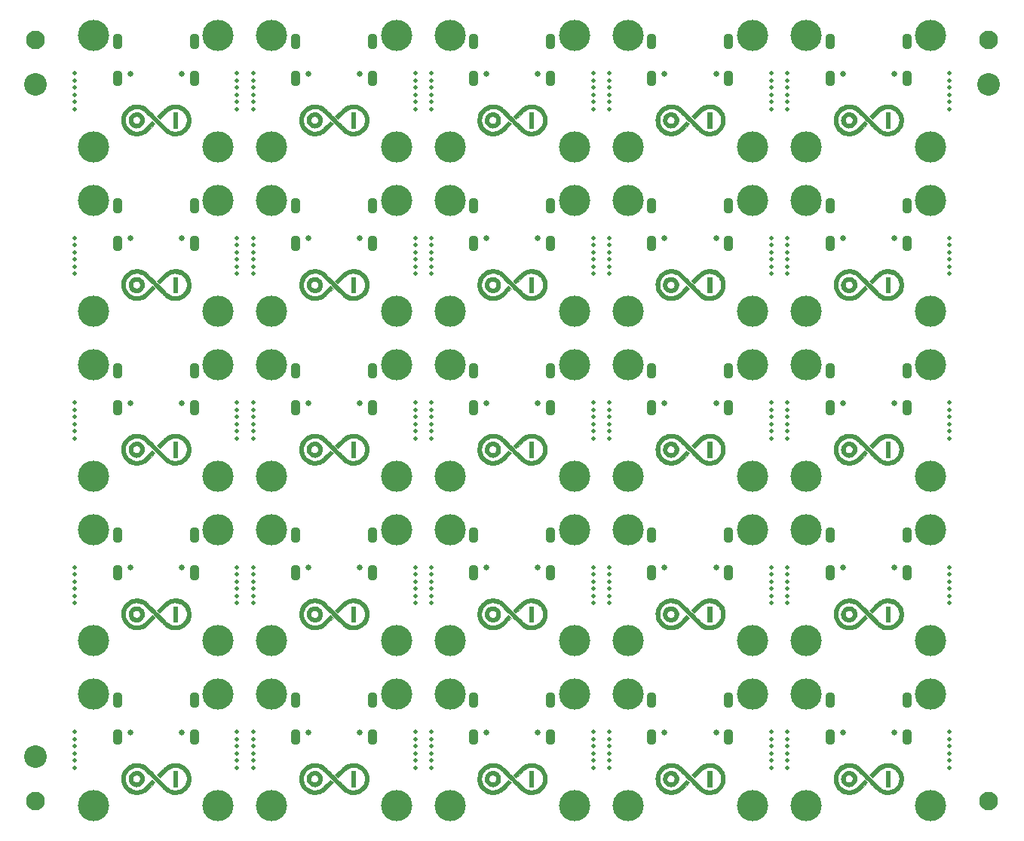
<source format=gbs>
%TF.GenerationSoftware,KiCad,Pcbnew,8.0.4*%
%TF.CreationDate,2024-09-08T15:35:45+08:00*%
%TF.ProjectId,c3-fpc-panelized_output,63332d66-7063-42d7-9061-6e656c697a65,rev?*%
%TF.SameCoordinates,PX5836c38PY1312d00*%
%TF.FileFunction,Soldermask,Bot*%
%TF.FilePolarity,Negative*%
%FSLAX46Y46*%
G04 Gerber Fmt 4.6, Leading zero omitted, Abs format (unit mm)*
G04 Created by KiCad (PCBNEW 8.0.4) date 2024-09-08 15:35:45*
%MOMM*%
%LPD*%
G01*
G04 APERTURE LIST*
%ADD10C,0.010000*%
%ADD11C,3.500000*%
%ADD12C,0.500000*%
%ADD13C,0.650000*%
%ADD14O,1.100000X1.800000*%
%ADD15C,2.100000*%
%ADD16C,2.540000*%
G04 APERTURE END LIST*
D10*
%TO.C,G\u002A\u002A\u002A*%
X98379364Y-67865909D02*
X97940637Y-67865909D01*
X97940637Y-66134091D01*
X98379364Y-66134091D01*
X98379364Y-67865909D01*
G36*
X98379364Y-67865909D02*
G01*
X97940637Y-67865909D01*
X97940637Y-66134091D01*
X98379364Y-66134091D01*
X98379364Y-67865909D01*
G37*
X94664530Y-67028514D02*
X94657134Y-67131464D01*
X94640122Y-67222674D01*
X94595247Y-67349244D01*
X94530125Y-67468410D01*
X94447502Y-67576043D01*
X94349594Y-67670021D01*
X94238617Y-67748220D01*
X94116786Y-67808520D01*
X93986319Y-67848797D01*
X93933358Y-67857450D01*
X93851644Y-67863563D01*
X93763949Y-67863898D01*
X93679517Y-67858489D01*
X93607598Y-67847372D01*
X93501585Y-67816282D01*
X93377562Y-67759282D01*
X93264501Y-67683843D01*
X93164432Y-67591888D01*
X93079386Y-67485340D01*
X93011392Y-67366124D01*
X92962481Y-67236161D01*
X92946791Y-67164540D01*
X92936086Y-67063464D01*
X92935779Y-67029249D01*
X93362245Y-67029249D01*
X93376507Y-67114502D01*
X93407993Y-67195890D01*
X93456714Y-67270545D01*
X93522677Y-67335598D01*
X93605892Y-67388181D01*
X93636286Y-67402646D01*
X93681964Y-67420448D01*
X93724853Y-67430007D01*
X93775563Y-67434202D01*
X93822001Y-67434541D01*
X93868692Y-67431923D01*
X93902793Y-67426842D01*
X93928124Y-67419427D01*
X94009721Y-67381583D01*
X94084994Y-67326388D01*
X94148699Y-67258236D01*
X94195590Y-67181522D01*
X94202997Y-67165096D01*
X94216505Y-67129939D01*
X94224312Y-67096127D01*
X94227906Y-67055525D01*
X94228773Y-67000000D01*
X94228656Y-66975261D01*
X94226866Y-66926741D01*
X94221750Y-66889860D01*
X94211820Y-66856483D01*
X94195590Y-66818478D01*
X94171826Y-66775347D01*
X94116528Y-66705090D01*
X94047852Y-66644113D01*
X93971917Y-66598439D01*
X93970193Y-66597640D01*
X93932827Y-66582187D01*
X93897821Y-66573009D01*
X93856710Y-66568565D01*
X93801032Y-66567314D01*
X93761757Y-66567531D01*
X93720666Y-66569928D01*
X93687332Y-66576578D01*
X93652839Y-66589488D01*
X93608269Y-66610663D01*
X93549012Y-66645402D01*
X93477278Y-66706954D01*
X93422726Y-66778983D01*
X93385364Y-66858621D01*
X93365201Y-66942999D01*
X93362245Y-67029249D01*
X92935779Y-67029249D01*
X92935132Y-66957180D01*
X92943931Y-66854400D01*
X92962481Y-66763838D01*
X92975802Y-66721351D01*
X93031739Y-66591660D01*
X93106448Y-66474813D01*
X93198823Y-66372105D01*
X93307755Y-66284833D01*
X93432137Y-66214291D01*
X93527958Y-66175134D01*
X93624673Y-66149320D01*
X93726344Y-66137122D01*
X93840729Y-66137073D01*
X93878549Y-66139317D01*
X94002554Y-66156078D01*
X94113873Y-66188006D01*
X94216720Y-66236988D01*
X94315307Y-66304909D01*
X94413849Y-66393655D01*
X94475586Y-66460355D01*
X94547305Y-66558066D01*
X94601148Y-66662022D01*
X94640122Y-66777326D01*
X94650473Y-66824395D01*
X94662309Y-66923073D01*
X94663930Y-67000000D01*
X94664530Y-67028514D01*
G36*
X94664530Y-67028514D02*
G01*
X94657134Y-67131464D01*
X94640122Y-67222674D01*
X94595247Y-67349244D01*
X94530125Y-67468410D01*
X94447502Y-67576043D01*
X94349594Y-67670021D01*
X94238617Y-67748220D01*
X94116786Y-67808520D01*
X93986319Y-67848797D01*
X93933358Y-67857450D01*
X93851644Y-67863563D01*
X93763949Y-67863898D01*
X93679517Y-67858489D01*
X93607598Y-67847372D01*
X93501585Y-67816282D01*
X93377562Y-67759282D01*
X93264501Y-67683843D01*
X93164432Y-67591888D01*
X93079386Y-67485340D01*
X93011392Y-67366124D01*
X92962481Y-67236161D01*
X92946791Y-67164540D01*
X92936086Y-67063464D01*
X92935779Y-67029249D01*
X93362245Y-67029249D01*
X93376507Y-67114502D01*
X93407993Y-67195890D01*
X93456714Y-67270545D01*
X93522677Y-67335598D01*
X93605892Y-67388181D01*
X93636286Y-67402646D01*
X93681964Y-67420448D01*
X93724853Y-67430007D01*
X93775563Y-67434202D01*
X93822001Y-67434541D01*
X93868692Y-67431923D01*
X93902793Y-67426842D01*
X93928124Y-67419427D01*
X94009721Y-67381583D01*
X94084994Y-67326388D01*
X94148699Y-67258236D01*
X94195590Y-67181522D01*
X94202997Y-67165096D01*
X94216505Y-67129939D01*
X94224312Y-67096127D01*
X94227906Y-67055525D01*
X94228773Y-67000000D01*
X94228656Y-66975261D01*
X94226866Y-66926741D01*
X94221750Y-66889860D01*
X94211820Y-66856483D01*
X94195590Y-66818478D01*
X94171826Y-66775347D01*
X94116528Y-66705090D01*
X94047852Y-66644113D01*
X93971917Y-66598439D01*
X93970193Y-66597640D01*
X93932827Y-66582187D01*
X93897821Y-66573009D01*
X93856710Y-66568565D01*
X93801032Y-66567314D01*
X93761757Y-66567531D01*
X93720666Y-66569928D01*
X93687332Y-66576578D01*
X93652839Y-66589488D01*
X93608269Y-66610663D01*
X93549012Y-66645402D01*
X93477278Y-66706954D01*
X93422726Y-66778983D01*
X93385364Y-66858621D01*
X93365201Y-66942999D01*
X93362245Y-67029249D01*
X92935779Y-67029249D01*
X92935132Y-66957180D01*
X92943931Y-66854400D01*
X92962481Y-66763838D01*
X92975802Y-66721351D01*
X93031739Y-66591660D01*
X93106448Y-66474813D01*
X93198823Y-66372105D01*
X93307755Y-66284833D01*
X93432137Y-66214291D01*
X93527958Y-66175134D01*
X93624673Y-66149320D01*
X93726344Y-66137122D01*
X93840729Y-66137073D01*
X93878549Y-66139317D01*
X94002554Y-66156078D01*
X94113873Y-66188006D01*
X94216720Y-66236988D01*
X94315307Y-66304909D01*
X94413849Y-66393655D01*
X94475586Y-66460355D01*
X94547305Y-66558066D01*
X94601148Y-66662022D01*
X94640122Y-66777326D01*
X94650473Y-66824395D01*
X94662309Y-66923073D01*
X94663930Y-67000000D01*
X94664530Y-67028514D01*
G37*
X98353165Y-65269923D02*
X98544506Y-65302168D01*
X98730691Y-65355760D01*
X98909989Y-65430065D01*
X99080669Y-65524449D01*
X99240999Y-65638279D01*
X99389248Y-65770919D01*
X99409600Y-65791603D01*
X99539089Y-65940284D01*
X99648102Y-66098578D01*
X99737895Y-66268517D01*
X99809722Y-66452135D01*
X99832075Y-66523277D01*
X99861874Y-66638440D01*
X99881529Y-66750692D01*
X99892358Y-66868416D01*
X99895676Y-67000000D01*
X99894599Y-67078193D01*
X99887103Y-67200747D01*
X99871335Y-67314286D01*
X99845980Y-67427197D01*
X99809722Y-67547864D01*
X99800463Y-67575154D01*
X99726133Y-67756683D01*
X99633657Y-67924824D01*
X99521780Y-68081612D01*
X99389248Y-68229080D01*
X99243996Y-68359453D01*
X99082384Y-68474760D01*
X98909832Y-68570300D01*
X98727752Y-68645393D01*
X98537558Y-68699364D01*
X98340664Y-68731534D01*
X98219330Y-68739647D01*
X98035224Y-68735373D01*
X97850940Y-68712268D01*
X97670802Y-68671167D01*
X97499138Y-68612906D01*
X97340273Y-68538320D01*
X97325062Y-68530011D01*
X97295947Y-68513963D01*
X97268522Y-68498357D01*
X97241882Y-68482358D01*
X97215127Y-68465128D01*
X97187354Y-68445829D01*
X97157661Y-68423625D01*
X97125144Y-68397679D01*
X97088903Y-68367154D01*
X97048034Y-68331212D01*
X97001635Y-68289017D01*
X96948805Y-68239732D01*
X96888640Y-68182519D01*
X96820238Y-68116542D01*
X96742697Y-68040962D01*
X96655116Y-67954945D01*
X96556590Y-67857651D01*
X96446219Y-67748245D01*
X96323099Y-67625890D01*
X96186329Y-67489747D01*
X96035006Y-67338981D01*
X95868228Y-67172753D01*
X95724173Y-67029288D01*
X95567525Y-66873574D01*
X95420318Y-66727567D01*
X95283172Y-66591873D01*
X95156708Y-66467101D01*
X95041546Y-66353857D01*
X94938307Y-66252750D01*
X94847611Y-66164386D01*
X94770079Y-66089374D01*
X94706332Y-66028320D01*
X94656989Y-65981833D01*
X94622672Y-65950520D01*
X94604000Y-65934988D01*
X94497982Y-65867330D01*
X94343622Y-65790759D01*
X94183398Y-65736396D01*
X94016471Y-65703973D01*
X93842000Y-65693225D01*
X93703134Y-65699637D01*
X93549593Y-65724253D01*
X93400994Y-65768565D01*
X93251872Y-65833875D01*
X93198164Y-65862361D01*
X93058431Y-65952246D01*
X92933768Y-66058140D01*
X92820955Y-66182648D01*
X92766950Y-66257786D01*
X92708409Y-66355599D01*
X92654412Y-66462055D01*
X92608727Y-66569669D01*
X92575124Y-66670954D01*
X92566856Y-66701712D01*
X92557632Y-66740317D01*
X92551186Y-66776586D01*
X92547027Y-66815604D01*
X92544664Y-66862455D01*
X92543606Y-66922226D01*
X92543362Y-67000000D01*
X92543467Y-67055980D01*
X92544222Y-67120752D01*
X92546131Y-67171040D01*
X92549685Y-67211928D01*
X92555374Y-67248502D01*
X92563690Y-67285846D01*
X92575124Y-67329045D01*
X92605126Y-67420774D01*
X92649871Y-67528123D01*
X92703270Y-67634993D01*
X92761555Y-67733898D01*
X92820955Y-67817351D01*
X92859622Y-67863359D01*
X92981694Y-67984777D01*
X93118630Y-68089286D01*
X93268486Y-68175526D01*
X93429312Y-68242139D01*
X93492193Y-68261417D01*
X93646443Y-68293017D01*
X93806904Y-68305822D01*
X93969286Y-68300122D01*
X94129297Y-68276208D01*
X94282647Y-68234369D01*
X94425046Y-68174894D01*
X94464507Y-68154420D01*
X94502337Y-68133099D01*
X94539480Y-68109847D01*
X94577620Y-68083207D01*
X94618442Y-68051724D01*
X94663631Y-68013940D01*
X94714871Y-67968400D01*
X94773847Y-67913647D01*
X94842243Y-67848224D01*
X94921744Y-67770676D01*
X95014035Y-67679545D01*
X95120799Y-67573375D01*
X95574097Y-67121615D01*
X95726935Y-67274676D01*
X95879773Y-67427738D01*
X95412182Y-67892723D01*
X95361962Y-67942627D01*
X95260352Y-68043245D01*
X95172425Y-68129590D01*
X95096437Y-68203161D01*
X95030641Y-68265462D01*
X94973292Y-68317993D01*
X94922644Y-68362257D01*
X94876952Y-68399755D01*
X94834470Y-68431989D01*
X94793452Y-68460461D01*
X94752153Y-68486673D01*
X94708827Y-68512125D01*
X94661728Y-68538320D01*
X94519876Y-68605751D01*
X94352547Y-68664458D01*
X94174504Y-68707385D01*
X93989934Y-68733318D01*
X93843600Y-68740340D01*
X93648836Y-68730076D01*
X93457495Y-68697831D01*
X93271310Y-68644239D01*
X93092012Y-68569934D01*
X92921332Y-68475550D01*
X92761002Y-68361720D01*
X92612753Y-68229080D01*
X92592401Y-68208396D01*
X92462912Y-68059715D01*
X92353899Y-67901421D01*
X92264106Y-67731482D01*
X92192279Y-67547864D01*
X92169926Y-67476722D01*
X92140127Y-67361559D01*
X92120472Y-67249308D01*
X92109643Y-67131583D01*
X92106325Y-67000000D01*
X92107402Y-66921807D01*
X92114898Y-66799253D01*
X92130666Y-66685713D01*
X92156021Y-66572802D01*
X92192279Y-66452135D01*
X92201538Y-66424845D01*
X92275868Y-66243317D01*
X92368344Y-66075175D01*
X92480221Y-65918387D01*
X92612753Y-65770919D01*
X92635318Y-65748659D01*
X92765497Y-65633561D01*
X92902806Y-65535450D01*
X93054338Y-65449157D01*
X93130364Y-65412272D01*
X93264094Y-65357578D01*
X93399586Y-65316273D01*
X93543504Y-65286479D01*
X93702509Y-65266316D01*
X93802174Y-65260371D01*
X93979801Y-65265459D01*
X94159604Y-65289160D01*
X94336550Y-65330447D01*
X94505602Y-65388295D01*
X94661728Y-65461679D01*
X94677171Y-65470115D01*
X94706292Y-65486166D01*
X94733721Y-65501772D01*
X94760362Y-65517772D01*
X94787116Y-65535000D01*
X94814887Y-65554296D01*
X94844576Y-65576496D01*
X94877085Y-65602437D01*
X94913318Y-65632956D01*
X94954177Y-65668890D01*
X95000564Y-65711077D01*
X95053382Y-65760354D01*
X95113532Y-65817558D01*
X95181918Y-65883525D01*
X95259442Y-65959094D01*
X95347006Y-66045100D01*
X95445513Y-66142382D01*
X95555865Y-66251777D01*
X95678965Y-66374121D01*
X95815714Y-66510252D01*
X95967016Y-66661007D01*
X96133773Y-66827223D01*
X96275660Y-66968540D01*
X96432765Y-67124722D01*
X96580357Y-67271123D01*
X96717821Y-67407144D01*
X96844544Y-67532183D01*
X96959913Y-67645639D01*
X97063312Y-67746911D01*
X97154130Y-67835399D01*
X97231751Y-67910501D01*
X97295563Y-67971616D01*
X97344951Y-68018144D01*
X97379301Y-68049484D01*
X97398000Y-68065034D01*
X97504101Y-68132719D01*
X97658471Y-68209276D01*
X97818673Y-68263623D01*
X97985564Y-68296031D01*
X98160000Y-68306774D01*
X98298867Y-68300363D01*
X98452408Y-68275746D01*
X98601007Y-68231434D01*
X98750129Y-68166125D01*
X98803837Y-68137638D01*
X98943570Y-68047753D01*
X99068233Y-67941859D01*
X99181046Y-67817351D01*
X99235051Y-67742213D01*
X99293592Y-67644400D01*
X99347589Y-67537944D01*
X99393274Y-67430330D01*
X99426877Y-67329045D01*
X99435145Y-67298287D01*
X99444369Y-67259682D01*
X99450815Y-67223413D01*
X99454974Y-67184395D01*
X99457337Y-67137544D01*
X99458395Y-67077774D01*
X99458639Y-67000000D01*
X99458534Y-66944019D01*
X99457779Y-66879247D01*
X99455870Y-66828959D01*
X99452316Y-66788071D01*
X99446627Y-66751497D01*
X99438311Y-66714154D01*
X99426877Y-66670954D01*
X99396875Y-66579225D01*
X99352130Y-66471876D01*
X99298731Y-66365006D01*
X99240446Y-66266101D01*
X99181046Y-66182648D01*
X99083336Y-66073521D01*
X98954621Y-65960567D01*
X98813669Y-65866402D01*
X98662105Y-65791806D01*
X98501555Y-65737558D01*
X98333645Y-65704438D01*
X98160001Y-65693225D01*
X98035934Y-65698584D01*
X97866793Y-65724636D01*
X97704625Y-65772560D01*
X97548628Y-65842609D01*
X97398000Y-65935039D01*
X97389682Y-65941369D01*
X97360400Y-65966401D01*
X97317487Y-66005297D01*
X97262758Y-66056329D01*
X97198029Y-66117765D01*
X97125116Y-66187878D01*
X97045834Y-66264935D01*
X96961999Y-66347207D01*
X96875427Y-66432965D01*
X96427899Y-66878381D01*
X96275064Y-66725321D01*
X96122228Y-66572261D01*
X96589819Y-66107277D01*
X96640039Y-66057372D01*
X96741649Y-65956754D01*
X96829576Y-65870410D01*
X96905564Y-65796838D01*
X96971360Y-65734537D01*
X97028709Y-65682006D01*
X97079357Y-65637742D01*
X97125049Y-65600244D01*
X97167531Y-65568010D01*
X97208549Y-65539538D01*
X97249848Y-65513327D01*
X97293174Y-65487874D01*
X97340273Y-65461679D01*
X97482125Y-65394248D01*
X97649454Y-65335541D01*
X97827497Y-65292614D01*
X98012067Y-65266681D01*
X98158401Y-65259659D01*
X98353165Y-65269923D01*
G36*
X98353165Y-65269923D02*
G01*
X98544506Y-65302168D01*
X98730691Y-65355760D01*
X98909989Y-65430065D01*
X99080669Y-65524449D01*
X99240999Y-65638279D01*
X99389248Y-65770919D01*
X99409600Y-65791603D01*
X99539089Y-65940284D01*
X99648102Y-66098578D01*
X99737895Y-66268517D01*
X99809722Y-66452135D01*
X99832075Y-66523277D01*
X99861874Y-66638440D01*
X99881529Y-66750692D01*
X99892358Y-66868416D01*
X99895676Y-67000000D01*
X99894599Y-67078193D01*
X99887103Y-67200747D01*
X99871335Y-67314286D01*
X99845980Y-67427197D01*
X99809722Y-67547864D01*
X99800463Y-67575154D01*
X99726133Y-67756683D01*
X99633657Y-67924824D01*
X99521780Y-68081612D01*
X99389248Y-68229080D01*
X99243996Y-68359453D01*
X99082384Y-68474760D01*
X98909832Y-68570300D01*
X98727752Y-68645393D01*
X98537558Y-68699364D01*
X98340664Y-68731534D01*
X98219330Y-68739647D01*
X98035224Y-68735373D01*
X97850940Y-68712268D01*
X97670802Y-68671167D01*
X97499138Y-68612906D01*
X97340273Y-68538320D01*
X97325062Y-68530011D01*
X97295947Y-68513963D01*
X97268522Y-68498357D01*
X97241882Y-68482358D01*
X97215127Y-68465128D01*
X97187354Y-68445829D01*
X97157661Y-68423625D01*
X97125144Y-68397679D01*
X97088903Y-68367154D01*
X97048034Y-68331212D01*
X97001635Y-68289017D01*
X96948805Y-68239732D01*
X96888640Y-68182519D01*
X96820238Y-68116542D01*
X96742697Y-68040962D01*
X96655116Y-67954945D01*
X96556590Y-67857651D01*
X96446219Y-67748245D01*
X96323099Y-67625890D01*
X96186329Y-67489747D01*
X96035006Y-67338981D01*
X95868228Y-67172753D01*
X95724173Y-67029288D01*
X95567525Y-66873574D01*
X95420318Y-66727567D01*
X95283172Y-66591873D01*
X95156708Y-66467101D01*
X95041546Y-66353857D01*
X94938307Y-66252750D01*
X94847611Y-66164386D01*
X94770079Y-66089374D01*
X94706332Y-66028320D01*
X94656989Y-65981833D01*
X94622672Y-65950520D01*
X94604000Y-65934988D01*
X94497982Y-65867330D01*
X94343622Y-65790759D01*
X94183398Y-65736396D01*
X94016471Y-65703973D01*
X93842000Y-65693225D01*
X93703134Y-65699637D01*
X93549593Y-65724253D01*
X93400994Y-65768565D01*
X93251872Y-65833875D01*
X93198164Y-65862361D01*
X93058431Y-65952246D01*
X92933768Y-66058140D01*
X92820955Y-66182648D01*
X92766950Y-66257786D01*
X92708409Y-66355599D01*
X92654412Y-66462055D01*
X92608727Y-66569669D01*
X92575124Y-66670954D01*
X92566856Y-66701712D01*
X92557632Y-66740317D01*
X92551186Y-66776586D01*
X92547027Y-66815604D01*
X92544664Y-66862455D01*
X92543606Y-66922226D01*
X92543362Y-67000000D01*
X92543467Y-67055980D01*
X92544222Y-67120752D01*
X92546131Y-67171040D01*
X92549685Y-67211928D01*
X92555374Y-67248502D01*
X92563690Y-67285846D01*
X92575124Y-67329045D01*
X92605126Y-67420774D01*
X92649871Y-67528123D01*
X92703270Y-67634993D01*
X92761555Y-67733898D01*
X92820955Y-67817351D01*
X92859622Y-67863359D01*
X92981694Y-67984777D01*
X93118630Y-68089286D01*
X93268486Y-68175526D01*
X93429312Y-68242139D01*
X93492193Y-68261417D01*
X93646443Y-68293017D01*
X93806904Y-68305822D01*
X93969286Y-68300122D01*
X94129297Y-68276208D01*
X94282647Y-68234369D01*
X94425046Y-68174894D01*
X94464507Y-68154420D01*
X94502337Y-68133099D01*
X94539480Y-68109847D01*
X94577620Y-68083207D01*
X94618442Y-68051724D01*
X94663631Y-68013940D01*
X94714871Y-67968400D01*
X94773847Y-67913647D01*
X94842243Y-67848224D01*
X94921744Y-67770676D01*
X95014035Y-67679545D01*
X95120799Y-67573375D01*
X95574097Y-67121615D01*
X95726935Y-67274676D01*
X95879773Y-67427738D01*
X95412182Y-67892723D01*
X95361962Y-67942627D01*
X95260352Y-68043245D01*
X95172425Y-68129590D01*
X95096437Y-68203161D01*
X95030641Y-68265462D01*
X94973292Y-68317993D01*
X94922644Y-68362257D01*
X94876952Y-68399755D01*
X94834470Y-68431989D01*
X94793452Y-68460461D01*
X94752153Y-68486673D01*
X94708827Y-68512125D01*
X94661728Y-68538320D01*
X94519876Y-68605751D01*
X94352547Y-68664458D01*
X94174504Y-68707385D01*
X93989934Y-68733318D01*
X93843600Y-68740340D01*
X93648836Y-68730076D01*
X93457495Y-68697831D01*
X93271310Y-68644239D01*
X93092012Y-68569934D01*
X92921332Y-68475550D01*
X92761002Y-68361720D01*
X92612753Y-68229080D01*
X92592401Y-68208396D01*
X92462912Y-68059715D01*
X92353899Y-67901421D01*
X92264106Y-67731482D01*
X92192279Y-67547864D01*
X92169926Y-67476722D01*
X92140127Y-67361559D01*
X92120472Y-67249308D01*
X92109643Y-67131583D01*
X92106325Y-67000000D01*
X92107402Y-66921807D01*
X92114898Y-66799253D01*
X92130666Y-66685713D01*
X92156021Y-66572802D01*
X92192279Y-66452135D01*
X92201538Y-66424845D01*
X92275868Y-66243317D01*
X92368344Y-66075175D01*
X92480221Y-65918387D01*
X92612753Y-65770919D01*
X92635318Y-65748659D01*
X92765497Y-65633561D01*
X92902806Y-65535450D01*
X93054338Y-65449157D01*
X93130364Y-65412272D01*
X93264094Y-65357578D01*
X93399586Y-65316273D01*
X93543504Y-65286479D01*
X93702509Y-65266316D01*
X93802174Y-65260371D01*
X93979801Y-65265459D01*
X94159604Y-65289160D01*
X94336550Y-65330447D01*
X94505602Y-65388295D01*
X94661728Y-65461679D01*
X94677171Y-65470115D01*
X94706292Y-65486166D01*
X94733721Y-65501772D01*
X94760362Y-65517772D01*
X94787116Y-65535000D01*
X94814887Y-65554296D01*
X94844576Y-65576496D01*
X94877085Y-65602437D01*
X94913318Y-65632956D01*
X94954177Y-65668890D01*
X95000564Y-65711077D01*
X95053382Y-65760354D01*
X95113532Y-65817558D01*
X95181918Y-65883525D01*
X95259442Y-65959094D01*
X95347006Y-66045100D01*
X95445513Y-66142382D01*
X95555865Y-66251777D01*
X95678965Y-66374121D01*
X95815714Y-66510252D01*
X95967016Y-66661007D01*
X96133773Y-66827223D01*
X96275660Y-66968540D01*
X96432765Y-67124722D01*
X96580357Y-67271123D01*
X96717821Y-67407144D01*
X96844544Y-67532183D01*
X96959913Y-67645639D01*
X97063312Y-67746911D01*
X97154130Y-67835399D01*
X97231751Y-67910501D01*
X97295563Y-67971616D01*
X97344951Y-68018144D01*
X97379301Y-68049484D01*
X97398000Y-68065034D01*
X97504101Y-68132719D01*
X97658471Y-68209276D01*
X97818673Y-68263623D01*
X97985564Y-68296031D01*
X98160000Y-68306774D01*
X98298867Y-68300363D01*
X98452408Y-68275746D01*
X98601007Y-68231434D01*
X98750129Y-68166125D01*
X98803837Y-68137638D01*
X98943570Y-68047753D01*
X99068233Y-67941859D01*
X99181046Y-67817351D01*
X99235051Y-67742213D01*
X99293592Y-67644400D01*
X99347589Y-67537944D01*
X99393274Y-67430330D01*
X99426877Y-67329045D01*
X99435145Y-67298287D01*
X99444369Y-67259682D01*
X99450815Y-67223413D01*
X99454974Y-67184395D01*
X99457337Y-67137544D01*
X99458395Y-67077774D01*
X99458639Y-67000000D01*
X99458534Y-66944019D01*
X99457779Y-66879247D01*
X99455870Y-66828959D01*
X99452316Y-66788071D01*
X99446627Y-66751497D01*
X99438311Y-66714154D01*
X99426877Y-66670954D01*
X99396875Y-66579225D01*
X99352130Y-66471876D01*
X99298731Y-66365006D01*
X99240446Y-66266101D01*
X99181046Y-66182648D01*
X99083336Y-66073521D01*
X98954621Y-65960567D01*
X98813669Y-65866402D01*
X98662105Y-65791806D01*
X98501555Y-65737558D01*
X98333645Y-65704438D01*
X98160001Y-65693225D01*
X98035934Y-65698584D01*
X97866793Y-65724636D01*
X97704625Y-65772560D01*
X97548628Y-65842609D01*
X97398000Y-65935039D01*
X97389682Y-65941369D01*
X97360400Y-65966401D01*
X97317487Y-66005297D01*
X97262758Y-66056329D01*
X97198029Y-66117765D01*
X97125116Y-66187878D01*
X97045834Y-66264935D01*
X96961999Y-66347207D01*
X96875427Y-66432965D01*
X96427899Y-66878381D01*
X96275064Y-66725321D01*
X96122228Y-66572261D01*
X96589819Y-66107277D01*
X96640039Y-66057372D01*
X96741649Y-65956754D01*
X96829576Y-65870410D01*
X96905564Y-65796838D01*
X96971360Y-65734537D01*
X97028709Y-65682006D01*
X97079357Y-65637742D01*
X97125049Y-65600244D01*
X97167531Y-65568010D01*
X97208549Y-65539538D01*
X97249848Y-65513327D01*
X97293174Y-65487874D01*
X97340273Y-65461679D01*
X97482125Y-65394248D01*
X97649454Y-65335541D01*
X97827497Y-65292614D01*
X98012067Y-65266681D01*
X98158401Y-65259659D01*
X98353165Y-65269923D01*
G37*
X98379364Y-49365909D02*
X97940637Y-49365909D01*
X97940637Y-47634091D01*
X98379364Y-47634091D01*
X98379364Y-49365909D01*
G36*
X98379364Y-49365909D02*
G01*
X97940637Y-49365909D01*
X97940637Y-47634091D01*
X98379364Y-47634091D01*
X98379364Y-49365909D01*
G37*
X94664530Y-48528514D02*
X94657134Y-48631464D01*
X94640122Y-48722674D01*
X94595247Y-48849244D01*
X94530125Y-48968410D01*
X94447502Y-49076043D01*
X94349594Y-49170021D01*
X94238617Y-49248220D01*
X94116786Y-49308520D01*
X93986319Y-49348797D01*
X93933358Y-49357450D01*
X93851644Y-49363563D01*
X93763949Y-49363898D01*
X93679517Y-49358489D01*
X93607598Y-49347372D01*
X93501585Y-49316282D01*
X93377562Y-49259282D01*
X93264501Y-49183843D01*
X93164432Y-49091888D01*
X93079386Y-48985340D01*
X93011392Y-48866124D01*
X92962481Y-48736161D01*
X92946791Y-48664540D01*
X92936086Y-48563464D01*
X92935779Y-48529249D01*
X93362245Y-48529249D01*
X93376507Y-48614502D01*
X93407993Y-48695890D01*
X93456714Y-48770545D01*
X93522677Y-48835598D01*
X93605892Y-48888181D01*
X93636286Y-48902646D01*
X93681964Y-48920448D01*
X93724853Y-48930007D01*
X93775563Y-48934202D01*
X93822001Y-48934541D01*
X93868692Y-48931923D01*
X93902793Y-48926842D01*
X93928124Y-48919427D01*
X94009721Y-48881583D01*
X94084994Y-48826388D01*
X94148699Y-48758236D01*
X94195590Y-48681522D01*
X94202997Y-48665096D01*
X94216505Y-48629939D01*
X94224312Y-48596127D01*
X94227906Y-48555525D01*
X94228773Y-48500000D01*
X94228656Y-48475261D01*
X94226866Y-48426741D01*
X94221750Y-48389860D01*
X94211820Y-48356483D01*
X94195590Y-48318478D01*
X94171826Y-48275347D01*
X94116528Y-48205090D01*
X94047852Y-48144113D01*
X93971917Y-48098439D01*
X93970193Y-48097640D01*
X93932827Y-48082187D01*
X93897821Y-48073009D01*
X93856710Y-48068565D01*
X93801032Y-48067314D01*
X93761757Y-48067531D01*
X93720666Y-48069928D01*
X93687332Y-48076578D01*
X93652839Y-48089488D01*
X93608269Y-48110663D01*
X93549012Y-48145402D01*
X93477278Y-48206954D01*
X93422726Y-48278983D01*
X93385364Y-48358621D01*
X93365201Y-48442999D01*
X93362245Y-48529249D01*
X92935779Y-48529249D01*
X92935132Y-48457180D01*
X92943931Y-48354400D01*
X92962481Y-48263838D01*
X92975802Y-48221351D01*
X93031739Y-48091660D01*
X93106448Y-47974813D01*
X93198823Y-47872105D01*
X93307755Y-47784833D01*
X93432137Y-47714291D01*
X93527958Y-47675134D01*
X93624673Y-47649320D01*
X93726344Y-47637122D01*
X93840729Y-47637073D01*
X93878549Y-47639317D01*
X94002554Y-47656078D01*
X94113873Y-47688006D01*
X94216720Y-47736988D01*
X94315307Y-47804909D01*
X94413849Y-47893655D01*
X94475586Y-47960355D01*
X94547305Y-48058066D01*
X94601148Y-48162022D01*
X94640122Y-48277326D01*
X94650473Y-48324395D01*
X94662309Y-48423073D01*
X94663930Y-48500000D01*
X94664530Y-48528514D01*
G36*
X94664530Y-48528514D02*
G01*
X94657134Y-48631464D01*
X94640122Y-48722674D01*
X94595247Y-48849244D01*
X94530125Y-48968410D01*
X94447502Y-49076043D01*
X94349594Y-49170021D01*
X94238617Y-49248220D01*
X94116786Y-49308520D01*
X93986319Y-49348797D01*
X93933358Y-49357450D01*
X93851644Y-49363563D01*
X93763949Y-49363898D01*
X93679517Y-49358489D01*
X93607598Y-49347372D01*
X93501585Y-49316282D01*
X93377562Y-49259282D01*
X93264501Y-49183843D01*
X93164432Y-49091888D01*
X93079386Y-48985340D01*
X93011392Y-48866124D01*
X92962481Y-48736161D01*
X92946791Y-48664540D01*
X92936086Y-48563464D01*
X92935779Y-48529249D01*
X93362245Y-48529249D01*
X93376507Y-48614502D01*
X93407993Y-48695890D01*
X93456714Y-48770545D01*
X93522677Y-48835598D01*
X93605892Y-48888181D01*
X93636286Y-48902646D01*
X93681964Y-48920448D01*
X93724853Y-48930007D01*
X93775563Y-48934202D01*
X93822001Y-48934541D01*
X93868692Y-48931923D01*
X93902793Y-48926842D01*
X93928124Y-48919427D01*
X94009721Y-48881583D01*
X94084994Y-48826388D01*
X94148699Y-48758236D01*
X94195590Y-48681522D01*
X94202997Y-48665096D01*
X94216505Y-48629939D01*
X94224312Y-48596127D01*
X94227906Y-48555525D01*
X94228773Y-48500000D01*
X94228656Y-48475261D01*
X94226866Y-48426741D01*
X94221750Y-48389860D01*
X94211820Y-48356483D01*
X94195590Y-48318478D01*
X94171826Y-48275347D01*
X94116528Y-48205090D01*
X94047852Y-48144113D01*
X93971917Y-48098439D01*
X93970193Y-48097640D01*
X93932827Y-48082187D01*
X93897821Y-48073009D01*
X93856710Y-48068565D01*
X93801032Y-48067314D01*
X93761757Y-48067531D01*
X93720666Y-48069928D01*
X93687332Y-48076578D01*
X93652839Y-48089488D01*
X93608269Y-48110663D01*
X93549012Y-48145402D01*
X93477278Y-48206954D01*
X93422726Y-48278983D01*
X93385364Y-48358621D01*
X93365201Y-48442999D01*
X93362245Y-48529249D01*
X92935779Y-48529249D01*
X92935132Y-48457180D01*
X92943931Y-48354400D01*
X92962481Y-48263838D01*
X92975802Y-48221351D01*
X93031739Y-48091660D01*
X93106448Y-47974813D01*
X93198823Y-47872105D01*
X93307755Y-47784833D01*
X93432137Y-47714291D01*
X93527958Y-47675134D01*
X93624673Y-47649320D01*
X93726344Y-47637122D01*
X93840729Y-47637073D01*
X93878549Y-47639317D01*
X94002554Y-47656078D01*
X94113873Y-47688006D01*
X94216720Y-47736988D01*
X94315307Y-47804909D01*
X94413849Y-47893655D01*
X94475586Y-47960355D01*
X94547305Y-48058066D01*
X94601148Y-48162022D01*
X94640122Y-48277326D01*
X94650473Y-48324395D01*
X94662309Y-48423073D01*
X94663930Y-48500000D01*
X94664530Y-48528514D01*
G37*
X98353165Y-46769923D02*
X98544506Y-46802168D01*
X98730691Y-46855760D01*
X98909989Y-46930065D01*
X99080669Y-47024449D01*
X99240999Y-47138279D01*
X99389248Y-47270919D01*
X99409600Y-47291603D01*
X99539089Y-47440284D01*
X99648102Y-47598578D01*
X99737895Y-47768517D01*
X99809722Y-47952135D01*
X99832075Y-48023277D01*
X99861874Y-48138440D01*
X99881529Y-48250692D01*
X99892358Y-48368416D01*
X99895676Y-48500000D01*
X99894599Y-48578193D01*
X99887103Y-48700747D01*
X99871335Y-48814286D01*
X99845980Y-48927197D01*
X99809722Y-49047864D01*
X99800463Y-49075154D01*
X99726133Y-49256683D01*
X99633657Y-49424824D01*
X99521780Y-49581612D01*
X99389248Y-49729080D01*
X99243996Y-49859453D01*
X99082384Y-49974760D01*
X98909832Y-50070300D01*
X98727752Y-50145393D01*
X98537558Y-50199364D01*
X98340664Y-50231534D01*
X98219330Y-50239647D01*
X98035224Y-50235373D01*
X97850940Y-50212268D01*
X97670802Y-50171167D01*
X97499138Y-50112906D01*
X97340273Y-50038320D01*
X97325062Y-50030011D01*
X97295947Y-50013963D01*
X97268522Y-49998357D01*
X97241882Y-49982358D01*
X97215127Y-49965128D01*
X97187354Y-49945829D01*
X97157661Y-49923625D01*
X97125144Y-49897679D01*
X97088903Y-49867154D01*
X97048034Y-49831212D01*
X97001635Y-49789017D01*
X96948805Y-49739732D01*
X96888640Y-49682519D01*
X96820238Y-49616542D01*
X96742697Y-49540962D01*
X96655116Y-49454945D01*
X96556590Y-49357651D01*
X96446219Y-49248245D01*
X96323099Y-49125890D01*
X96186329Y-48989747D01*
X96035006Y-48838981D01*
X95868228Y-48672753D01*
X95724173Y-48529288D01*
X95567525Y-48373574D01*
X95420318Y-48227567D01*
X95283172Y-48091873D01*
X95156708Y-47967101D01*
X95041546Y-47853857D01*
X94938307Y-47752750D01*
X94847611Y-47664386D01*
X94770079Y-47589374D01*
X94706332Y-47528320D01*
X94656989Y-47481833D01*
X94622672Y-47450520D01*
X94604000Y-47434988D01*
X94497982Y-47367330D01*
X94343622Y-47290759D01*
X94183398Y-47236396D01*
X94016471Y-47203973D01*
X93842000Y-47193225D01*
X93703134Y-47199637D01*
X93549593Y-47224253D01*
X93400994Y-47268565D01*
X93251872Y-47333875D01*
X93198164Y-47362361D01*
X93058431Y-47452246D01*
X92933768Y-47558140D01*
X92820955Y-47682648D01*
X92766950Y-47757786D01*
X92708409Y-47855599D01*
X92654412Y-47962055D01*
X92608727Y-48069669D01*
X92575124Y-48170954D01*
X92566856Y-48201712D01*
X92557632Y-48240317D01*
X92551186Y-48276586D01*
X92547027Y-48315604D01*
X92544664Y-48362455D01*
X92543606Y-48422226D01*
X92543362Y-48500000D01*
X92543467Y-48555980D01*
X92544222Y-48620752D01*
X92546131Y-48671040D01*
X92549685Y-48711928D01*
X92555374Y-48748502D01*
X92563690Y-48785846D01*
X92575124Y-48829045D01*
X92605126Y-48920774D01*
X92649871Y-49028123D01*
X92703270Y-49134993D01*
X92761555Y-49233898D01*
X92820955Y-49317351D01*
X92859622Y-49363359D01*
X92981694Y-49484777D01*
X93118630Y-49589286D01*
X93268486Y-49675526D01*
X93429312Y-49742139D01*
X93492193Y-49761417D01*
X93646443Y-49793017D01*
X93806904Y-49805822D01*
X93969286Y-49800122D01*
X94129297Y-49776208D01*
X94282647Y-49734369D01*
X94425046Y-49674894D01*
X94464507Y-49654420D01*
X94502337Y-49633099D01*
X94539480Y-49609847D01*
X94577620Y-49583207D01*
X94618442Y-49551724D01*
X94663631Y-49513940D01*
X94714871Y-49468400D01*
X94773847Y-49413647D01*
X94842243Y-49348224D01*
X94921744Y-49270676D01*
X95014035Y-49179545D01*
X95120799Y-49073375D01*
X95574097Y-48621615D01*
X95726935Y-48774676D01*
X95879773Y-48927738D01*
X95412182Y-49392723D01*
X95361962Y-49442627D01*
X95260352Y-49543245D01*
X95172425Y-49629590D01*
X95096437Y-49703161D01*
X95030641Y-49765462D01*
X94973292Y-49817993D01*
X94922644Y-49862257D01*
X94876952Y-49899755D01*
X94834470Y-49931989D01*
X94793452Y-49960461D01*
X94752153Y-49986673D01*
X94708827Y-50012125D01*
X94661728Y-50038320D01*
X94519876Y-50105751D01*
X94352547Y-50164458D01*
X94174504Y-50207385D01*
X93989934Y-50233318D01*
X93843600Y-50240340D01*
X93648836Y-50230076D01*
X93457495Y-50197831D01*
X93271310Y-50144239D01*
X93092012Y-50069934D01*
X92921332Y-49975550D01*
X92761002Y-49861720D01*
X92612753Y-49729080D01*
X92592401Y-49708396D01*
X92462912Y-49559715D01*
X92353899Y-49401421D01*
X92264106Y-49231482D01*
X92192279Y-49047864D01*
X92169926Y-48976722D01*
X92140127Y-48861559D01*
X92120472Y-48749308D01*
X92109643Y-48631583D01*
X92106325Y-48500000D01*
X92107402Y-48421807D01*
X92114898Y-48299253D01*
X92130666Y-48185713D01*
X92156021Y-48072802D01*
X92192279Y-47952135D01*
X92201538Y-47924845D01*
X92275868Y-47743317D01*
X92368344Y-47575175D01*
X92480221Y-47418387D01*
X92612753Y-47270919D01*
X92635318Y-47248659D01*
X92765497Y-47133561D01*
X92902806Y-47035450D01*
X93054338Y-46949157D01*
X93130364Y-46912272D01*
X93264094Y-46857578D01*
X93399586Y-46816273D01*
X93543504Y-46786479D01*
X93702509Y-46766316D01*
X93802174Y-46760371D01*
X93979801Y-46765459D01*
X94159604Y-46789160D01*
X94336550Y-46830447D01*
X94505602Y-46888295D01*
X94661728Y-46961679D01*
X94677171Y-46970115D01*
X94706292Y-46986166D01*
X94733721Y-47001772D01*
X94760362Y-47017772D01*
X94787116Y-47035000D01*
X94814887Y-47054296D01*
X94844576Y-47076496D01*
X94877085Y-47102437D01*
X94913318Y-47132956D01*
X94954177Y-47168890D01*
X95000564Y-47211077D01*
X95053382Y-47260354D01*
X95113532Y-47317558D01*
X95181918Y-47383525D01*
X95259442Y-47459094D01*
X95347006Y-47545100D01*
X95445513Y-47642382D01*
X95555865Y-47751777D01*
X95678965Y-47874121D01*
X95815714Y-48010252D01*
X95967016Y-48161007D01*
X96133773Y-48327223D01*
X96275660Y-48468540D01*
X96432765Y-48624722D01*
X96580357Y-48771123D01*
X96717821Y-48907144D01*
X96844544Y-49032183D01*
X96959913Y-49145639D01*
X97063312Y-49246911D01*
X97154130Y-49335399D01*
X97231751Y-49410501D01*
X97295563Y-49471616D01*
X97344951Y-49518144D01*
X97379301Y-49549484D01*
X97398000Y-49565034D01*
X97504101Y-49632719D01*
X97658471Y-49709276D01*
X97818673Y-49763623D01*
X97985564Y-49796031D01*
X98160000Y-49806774D01*
X98298867Y-49800363D01*
X98452408Y-49775746D01*
X98601007Y-49731434D01*
X98750129Y-49666125D01*
X98803837Y-49637638D01*
X98943570Y-49547753D01*
X99068233Y-49441859D01*
X99181046Y-49317351D01*
X99235051Y-49242213D01*
X99293592Y-49144400D01*
X99347589Y-49037944D01*
X99393274Y-48930330D01*
X99426877Y-48829045D01*
X99435145Y-48798287D01*
X99444369Y-48759682D01*
X99450815Y-48723413D01*
X99454974Y-48684395D01*
X99457337Y-48637544D01*
X99458395Y-48577774D01*
X99458639Y-48500000D01*
X99458534Y-48444019D01*
X99457779Y-48379247D01*
X99455870Y-48328959D01*
X99452316Y-48288071D01*
X99446627Y-48251497D01*
X99438311Y-48214154D01*
X99426877Y-48170954D01*
X99396875Y-48079225D01*
X99352130Y-47971876D01*
X99298731Y-47865006D01*
X99240446Y-47766101D01*
X99181046Y-47682648D01*
X99083336Y-47573521D01*
X98954621Y-47460567D01*
X98813669Y-47366402D01*
X98662105Y-47291806D01*
X98501555Y-47237558D01*
X98333645Y-47204438D01*
X98160001Y-47193225D01*
X98035934Y-47198584D01*
X97866793Y-47224636D01*
X97704625Y-47272560D01*
X97548628Y-47342609D01*
X97398000Y-47435039D01*
X97389682Y-47441369D01*
X97360400Y-47466401D01*
X97317487Y-47505297D01*
X97262758Y-47556329D01*
X97198029Y-47617765D01*
X97125116Y-47687878D01*
X97045834Y-47764935D01*
X96961999Y-47847207D01*
X96875427Y-47932965D01*
X96427899Y-48378381D01*
X96275064Y-48225321D01*
X96122228Y-48072261D01*
X96589819Y-47607277D01*
X96640039Y-47557372D01*
X96741649Y-47456754D01*
X96829576Y-47370410D01*
X96905564Y-47296838D01*
X96971360Y-47234537D01*
X97028709Y-47182006D01*
X97079357Y-47137742D01*
X97125049Y-47100244D01*
X97167531Y-47068010D01*
X97208549Y-47039538D01*
X97249848Y-47013327D01*
X97293174Y-46987874D01*
X97340273Y-46961679D01*
X97482125Y-46894248D01*
X97649454Y-46835541D01*
X97827497Y-46792614D01*
X98012067Y-46766681D01*
X98158401Y-46759659D01*
X98353165Y-46769923D01*
G36*
X98353165Y-46769923D02*
G01*
X98544506Y-46802168D01*
X98730691Y-46855760D01*
X98909989Y-46930065D01*
X99080669Y-47024449D01*
X99240999Y-47138279D01*
X99389248Y-47270919D01*
X99409600Y-47291603D01*
X99539089Y-47440284D01*
X99648102Y-47598578D01*
X99737895Y-47768517D01*
X99809722Y-47952135D01*
X99832075Y-48023277D01*
X99861874Y-48138440D01*
X99881529Y-48250692D01*
X99892358Y-48368416D01*
X99895676Y-48500000D01*
X99894599Y-48578193D01*
X99887103Y-48700747D01*
X99871335Y-48814286D01*
X99845980Y-48927197D01*
X99809722Y-49047864D01*
X99800463Y-49075154D01*
X99726133Y-49256683D01*
X99633657Y-49424824D01*
X99521780Y-49581612D01*
X99389248Y-49729080D01*
X99243996Y-49859453D01*
X99082384Y-49974760D01*
X98909832Y-50070300D01*
X98727752Y-50145393D01*
X98537558Y-50199364D01*
X98340664Y-50231534D01*
X98219330Y-50239647D01*
X98035224Y-50235373D01*
X97850940Y-50212268D01*
X97670802Y-50171167D01*
X97499138Y-50112906D01*
X97340273Y-50038320D01*
X97325062Y-50030011D01*
X97295947Y-50013963D01*
X97268522Y-49998357D01*
X97241882Y-49982358D01*
X97215127Y-49965128D01*
X97187354Y-49945829D01*
X97157661Y-49923625D01*
X97125144Y-49897679D01*
X97088903Y-49867154D01*
X97048034Y-49831212D01*
X97001635Y-49789017D01*
X96948805Y-49739732D01*
X96888640Y-49682519D01*
X96820238Y-49616542D01*
X96742697Y-49540962D01*
X96655116Y-49454945D01*
X96556590Y-49357651D01*
X96446219Y-49248245D01*
X96323099Y-49125890D01*
X96186329Y-48989747D01*
X96035006Y-48838981D01*
X95868228Y-48672753D01*
X95724173Y-48529288D01*
X95567525Y-48373574D01*
X95420318Y-48227567D01*
X95283172Y-48091873D01*
X95156708Y-47967101D01*
X95041546Y-47853857D01*
X94938307Y-47752750D01*
X94847611Y-47664386D01*
X94770079Y-47589374D01*
X94706332Y-47528320D01*
X94656989Y-47481833D01*
X94622672Y-47450520D01*
X94604000Y-47434988D01*
X94497982Y-47367330D01*
X94343622Y-47290759D01*
X94183398Y-47236396D01*
X94016471Y-47203973D01*
X93842000Y-47193225D01*
X93703134Y-47199637D01*
X93549593Y-47224253D01*
X93400994Y-47268565D01*
X93251872Y-47333875D01*
X93198164Y-47362361D01*
X93058431Y-47452246D01*
X92933768Y-47558140D01*
X92820955Y-47682648D01*
X92766950Y-47757786D01*
X92708409Y-47855599D01*
X92654412Y-47962055D01*
X92608727Y-48069669D01*
X92575124Y-48170954D01*
X92566856Y-48201712D01*
X92557632Y-48240317D01*
X92551186Y-48276586D01*
X92547027Y-48315604D01*
X92544664Y-48362455D01*
X92543606Y-48422226D01*
X92543362Y-48500000D01*
X92543467Y-48555980D01*
X92544222Y-48620752D01*
X92546131Y-48671040D01*
X92549685Y-48711928D01*
X92555374Y-48748502D01*
X92563690Y-48785846D01*
X92575124Y-48829045D01*
X92605126Y-48920774D01*
X92649871Y-49028123D01*
X92703270Y-49134993D01*
X92761555Y-49233898D01*
X92820955Y-49317351D01*
X92859622Y-49363359D01*
X92981694Y-49484777D01*
X93118630Y-49589286D01*
X93268486Y-49675526D01*
X93429312Y-49742139D01*
X93492193Y-49761417D01*
X93646443Y-49793017D01*
X93806904Y-49805822D01*
X93969286Y-49800122D01*
X94129297Y-49776208D01*
X94282647Y-49734369D01*
X94425046Y-49674894D01*
X94464507Y-49654420D01*
X94502337Y-49633099D01*
X94539480Y-49609847D01*
X94577620Y-49583207D01*
X94618442Y-49551724D01*
X94663631Y-49513940D01*
X94714871Y-49468400D01*
X94773847Y-49413647D01*
X94842243Y-49348224D01*
X94921744Y-49270676D01*
X95014035Y-49179545D01*
X95120799Y-49073375D01*
X95574097Y-48621615D01*
X95726935Y-48774676D01*
X95879773Y-48927738D01*
X95412182Y-49392723D01*
X95361962Y-49442627D01*
X95260352Y-49543245D01*
X95172425Y-49629590D01*
X95096437Y-49703161D01*
X95030641Y-49765462D01*
X94973292Y-49817993D01*
X94922644Y-49862257D01*
X94876952Y-49899755D01*
X94834470Y-49931989D01*
X94793452Y-49960461D01*
X94752153Y-49986673D01*
X94708827Y-50012125D01*
X94661728Y-50038320D01*
X94519876Y-50105751D01*
X94352547Y-50164458D01*
X94174504Y-50207385D01*
X93989934Y-50233318D01*
X93843600Y-50240340D01*
X93648836Y-50230076D01*
X93457495Y-50197831D01*
X93271310Y-50144239D01*
X93092012Y-50069934D01*
X92921332Y-49975550D01*
X92761002Y-49861720D01*
X92612753Y-49729080D01*
X92592401Y-49708396D01*
X92462912Y-49559715D01*
X92353899Y-49401421D01*
X92264106Y-49231482D01*
X92192279Y-49047864D01*
X92169926Y-48976722D01*
X92140127Y-48861559D01*
X92120472Y-48749308D01*
X92109643Y-48631583D01*
X92106325Y-48500000D01*
X92107402Y-48421807D01*
X92114898Y-48299253D01*
X92130666Y-48185713D01*
X92156021Y-48072802D01*
X92192279Y-47952135D01*
X92201538Y-47924845D01*
X92275868Y-47743317D01*
X92368344Y-47575175D01*
X92480221Y-47418387D01*
X92612753Y-47270919D01*
X92635318Y-47248659D01*
X92765497Y-47133561D01*
X92902806Y-47035450D01*
X93054338Y-46949157D01*
X93130364Y-46912272D01*
X93264094Y-46857578D01*
X93399586Y-46816273D01*
X93543504Y-46786479D01*
X93702509Y-46766316D01*
X93802174Y-46760371D01*
X93979801Y-46765459D01*
X94159604Y-46789160D01*
X94336550Y-46830447D01*
X94505602Y-46888295D01*
X94661728Y-46961679D01*
X94677171Y-46970115D01*
X94706292Y-46986166D01*
X94733721Y-47001772D01*
X94760362Y-47017772D01*
X94787116Y-47035000D01*
X94814887Y-47054296D01*
X94844576Y-47076496D01*
X94877085Y-47102437D01*
X94913318Y-47132956D01*
X94954177Y-47168890D01*
X95000564Y-47211077D01*
X95053382Y-47260354D01*
X95113532Y-47317558D01*
X95181918Y-47383525D01*
X95259442Y-47459094D01*
X95347006Y-47545100D01*
X95445513Y-47642382D01*
X95555865Y-47751777D01*
X95678965Y-47874121D01*
X95815714Y-48010252D01*
X95967016Y-48161007D01*
X96133773Y-48327223D01*
X96275660Y-48468540D01*
X96432765Y-48624722D01*
X96580357Y-48771123D01*
X96717821Y-48907144D01*
X96844544Y-49032183D01*
X96959913Y-49145639D01*
X97063312Y-49246911D01*
X97154130Y-49335399D01*
X97231751Y-49410501D01*
X97295563Y-49471616D01*
X97344951Y-49518144D01*
X97379301Y-49549484D01*
X97398000Y-49565034D01*
X97504101Y-49632719D01*
X97658471Y-49709276D01*
X97818673Y-49763623D01*
X97985564Y-49796031D01*
X98160000Y-49806774D01*
X98298867Y-49800363D01*
X98452408Y-49775746D01*
X98601007Y-49731434D01*
X98750129Y-49666125D01*
X98803837Y-49637638D01*
X98943570Y-49547753D01*
X99068233Y-49441859D01*
X99181046Y-49317351D01*
X99235051Y-49242213D01*
X99293592Y-49144400D01*
X99347589Y-49037944D01*
X99393274Y-48930330D01*
X99426877Y-48829045D01*
X99435145Y-48798287D01*
X99444369Y-48759682D01*
X99450815Y-48723413D01*
X99454974Y-48684395D01*
X99457337Y-48637544D01*
X99458395Y-48577774D01*
X99458639Y-48500000D01*
X99458534Y-48444019D01*
X99457779Y-48379247D01*
X99455870Y-48328959D01*
X99452316Y-48288071D01*
X99446627Y-48251497D01*
X99438311Y-48214154D01*
X99426877Y-48170954D01*
X99396875Y-48079225D01*
X99352130Y-47971876D01*
X99298731Y-47865006D01*
X99240446Y-47766101D01*
X99181046Y-47682648D01*
X99083336Y-47573521D01*
X98954621Y-47460567D01*
X98813669Y-47366402D01*
X98662105Y-47291806D01*
X98501555Y-47237558D01*
X98333645Y-47204438D01*
X98160001Y-47193225D01*
X98035934Y-47198584D01*
X97866793Y-47224636D01*
X97704625Y-47272560D01*
X97548628Y-47342609D01*
X97398000Y-47435039D01*
X97389682Y-47441369D01*
X97360400Y-47466401D01*
X97317487Y-47505297D01*
X97262758Y-47556329D01*
X97198029Y-47617765D01*
X97125116Y-47687878D01*
X97045834Y-47764935D01*
X96961999Y-47847207D01*
X96875427Y-47932965D01*
X96427899Y-48378381D01*
X96275064Y-48225321D01*
X96122228Y-48072261D01*
X96589819Y-47607277D01*
X96640039Y-47557372D01*
X96741649Y-47456754D01*
X96829576Y-47370410D01*
X96905564Y-47296838D01*
X96971360Y-47234537D01*
X97028709Y-47182006D01*
X97079357Y-47137742D01*
X97125049Y-47100244D01*
X97167531Y-47068010D01*
X97208549Y-47039538D01*
X97249848Y-47013327D01*
X97293174Y-46987874D01*
X97340273Y-46961679D01*
X97482125Y-46894248D01*
X97649454Y-46835541D01*
X97827497Y-46792614D01*
X98012067Y-46766681D01*
X98158401Y-46759659D01*
X98353165Y-46769923D01*
G37*
X18379364Y-12365909D02*
X17940637Y-12365909D01*
X17940637Y-10634091D01*
X18379364Y-10634091D01*
X18379364Y-12365909D01*
G36*
X18379364Y-12365909D02*
G01*
X17940637Y-12365909D01*
X17940637Y-10634091D01*
X18379364Y-10634091D01*
X18379364Y-12365909D01*
G37*
X14664530Y-11528514D02*
X14657134Y-11631464D01*
X14640122Y-11722674D01*
X14595247Y-11849244D01*
X14530125Y-11968410D01*
X14447502Y-12076043D01*
X14349594Y-12170021D01*
X14238617Y-12248220D01*
X14116786Y-12308520D01*
X13986319Y-12348797D01*
X13933358Y-12357450D01*
X13851644Y-12363563D01*
X13763949Y-12363898D01*
X13679517Y-12358489D01*
X13607598Y-12347372D01*
X13501585Y-12316282D01*
X13377562Y-12259282D01*
X13264501Y-12183843D01*
X13164432Y-12091888D01*
X13079386Y-11985340D01*
X13011392Y-11866124D01*
X12962481Y-11736161D01*
X12946791Y-11664540D01*
X12936086Y-11563464D01*
X12935779Y-11529249D01*
X13362245Y-11529249D01*
X13376507Y-11614502D01*
X13407993Y-11695890D01*
X13456714Y-11770545D01*
X13522677Y-11835598D01*
X13605892Y-11888181D01*
X13636286Y-11902646D01*
X13681964Y-11920448D01*
X13724853Y-11930007D01*
X13775563Y-11934202D01*
X13822001Y-11934541D01*
X13868692Y-11931923D01*
X13902793Y-11926842D01*
X13928124Y-11919427D01*
X14009721Y-11881583D01*
X14084994Y-11826388D01*
X14148699Y-11758236D01*
X14195590Y-11681522D01*
X14202997Y-11665096D01*
X14216505Y-11629939D01*
X14224312Y-11596127D01*
X14227906Y-11555525D01*
X14228773Y-11500000D01*
X14228656Y-11475261D01*
X14226866Y-11426741D01*
X14221750Y-11389860D01*
X14211820Y-11356483D01*
X14195590Y-11318478D01*
X14171826Y-11275347D01*
X14116528Y-11205090D01*
X14047852Y-11144113D01*
X13971917Y-11098439D01*
X13970193Y-11097640D01*
X13932827Y-11082187D01*
X13897821Y-11073009D01*
X13856710Y-11068565D01*
X13801032Y-11067314D01*
X13761757Y-11067531D01*
X13720666Y-11069928D01*
X13687332Y-11076578D01*
X13652839Y-11089488D01*
X13608269Y-11110663D01*
X13549012Y-11145402D01*
X13477278Y-11206954D01*
X13422726Y-11278983D01*
X13385364Y-11358621D01*
X13365201Y-11442999D01*
X13362245Y-11529249D01*
X12935779Y-11529249D01*
X12935132Y-11457180D01*
X12943931Y-11354400D01*
X12962481Y-11263838D01*
X12975802Y-11221351D01*
X13031739Y-11091660D01*
X13106448Y-10974813D01*
X13198823Y-10872105D01*
X13307755Y-10784833D01*
X13432137Y-10714291D01*
X13527958Y-10675134D01*
X13624673Y-10649320D01*
X13726344Y-10637122D01*
X13840729Y-10637073D01*
X13878549Y-10639317D01*
X14002554Y-10656078D01*
X14113873Y-10688006D01*
X14216720Y-10736988D01*
X14315307Y-10804909D01*
X14413849Y-10893655D01*
X14475586Y-10960355D01*
X14547305Y-11058066D01*
X14601148Y-11162022D01*
X14640122Y-11277326D01*
X14650473Y-11324395D01*
X14662309Y-11423073D01*
X14663930Y-11500000D01*
X14664530Y-11528514D01*
G36*
X14664530Y-11528514D02*
G01*
X14657134Y-11631464D01*
X14640122Y-11722674D01*
X14595247Y-11849244D01*
X14530125Y-11968410D01*
X14447502Y-12076043D01*
X14349594Y-12170021D01*
X14238617Y-12248220D01*
X14116786Y-12308520D01*
X13986319Y-12348797D01*
X13933358Y-12357450D01*
X13851644Y-12363563D01*
X13763949Y-12363898D01*
X13679517Y-12358489D01*
X13607598Y-12347372D01*
X13501585Y-12316282D01*
X13377562Y-12259282D01*
X13264501Y-12183843D01*
X13164432Y-12091888D01*
X13079386Y-11985340D01*
X13011392Y-11866124D01*
X12962481Y-11736161D01*
X12946791Y-11664540D01*
X12936086Y-11563464D01*
X12935779Y-11529249D01*
X13362245Y-11529249D01*
X13376507Y-11614502D01*
X13407993Y-11695890D01*
X13456714Y-11770545D01*
X13522677Y-11835598D01*
X13605892Y-11888181D01*
X13636286Y-11902646D01*
X13681964Y-11920448D01*
X13724853Y-11930007D01*
X13775563Y-11934202D01*
X13822001Y-11934541D01*
X13868692Y-11931923D01*
X13902793Y-11926842D01*
X13928124Y-11919427D01*
X14009721Y-11881583D01*
X14084994Y-11826388D01*
X14148699Y-11758236D01*
X14195590Y-11681522D01*
X14202997Y-11665096D01*
X14216505Y-11629939D01*
X14224312Y-11596127D01*
X14227906Y-11555525D01*
X14228773Y-11500000D01*
X14228656Y-11475261D01*
X14226866Y-11426741D01*
X14221750Y-11389860D01*
X14211820Y-11356483D01*
X14195590Y-11318478D01*
X14171826Y-11275347D01*
X14116528Y-11205090D01*
X14047852Y-11144113D01*
X13971917Y-11098439D01*
X13970193Y-11097640D01*
X13932827Y-11082187D01*
X13897821Y-11073009D01*
X13856710Y-11068565D01*
X13801032Y-11067314D01*
X13761757Y-11067531D01*
X13720666Y-11069928D01*
X13687332Y-11076578D01*
X13652839Y-11089488D01*
X13608269Y-11110663D01*
X13549012Y-11145402D01*
X13477278Y-11206954D01*
X13422726Y-11278983D01*
X13385364Y-11358621D01*
X13365201Y-11442999D01*
X13362245Y-11529249D01*
X12935779Y-11529249D01*
X12935132Y-11457180D01*
X12943931Y-11354400D01*
X12962481Y-11263838D01*
X12975802Y-11221351D01*
X13031739Y-11091660D01*
X13106448Y-10974813D01*
X13198823Y-10872105D01*
X13307755Y-10784833D01*
X13432137Y-10714291D01*
X13527958Y-10675134D01*
X13624673Y-10649320D01*
X13726344Y-10637122D01*
X13840729Y-10637073D01*
X13878549Y-10639317D01*
X14002554Y-10656078D01*
X14113873Y-10688006D01*
X14216720Y-10736988D01*
X14315307Y-10804909D01*
X14413849Y-10893655D01*
X14475586Y-10960355D01*
X14547305Y-11058066D01*
X14601148Y-11162022D01*
X14640122Y-11277326D01*
X14650473Y-11324395D01*
X14662309Y-11423073D01*
X14663930Y-11500000D01*
X14664530Y-11528514D01*
G37*
X18353165Y-9769923D02*
X18544506Y-9802168D01*
X18730691Y-9855760D01*
X18909989Y-9930065D01*
X19080669Y-10024449D01*
X19240999Y-10138279D01*
X19389248Y-10270919D01*
X19409600Y-10291603D01*
X19539089Y-10440284D01*
X19648102Y-10598578D01*
X19737895Y-10768517D01*
X19809722Y-10952135D01*
X19832075Y-11023277D01*
X19861874Y-11138440D01*
X19881529Y-11250692D01*
X19892358Y-11368416D01*
X19895676Y-11500000D01*
X19894599Y-11578193D01*
X19887103Y-11700747D01*
X19871335Y-11814286D01*
X19845980Y-11927197D01*
X19809722Y-12047864D01*
X19800463Y-12075154D01*
X19726133Y-12256683D01*
X19633657Y-12424824D01*
X19521780Y-12581612D01*
X19389248Y-12729080D01*
X19243996Y-12859453D01*
X19082384Y-12974760D01*
X18909832Y-13070300D01*
X18727752Y-13145393D01*
X18537558Y-13199364D01*
X18340664Y-13231534D01*
X18219330Y-13239647D01*
X18035224Y-13235373D01*
X17850940Y-13212268D01*
X17670802Y-13171167D01*
X17499138Y-13112906D01*
X17340273Y-13038320D01*
X17325062Y-13030011D01*
X17295947Y-13013963D01*
X17268522Y-12998357D01*
X17241882Y-12982358D01*
X17215127Y-12965128D01*
X17187354Y-12945829D01*
X17157661Y-12923625D01*
X17125144Y-12897679D01*
X17088903Y-12867154D01*
X17048034Y-12831212D01*
X17001635Y-12789017D01*
X16948805Y-12739732D01*
X16888640Y-12682519D01*
X16820238Y-12616542D01*
X16742697Y-12540962D01*
X16655116Y-12454945D01*
X16556590Y-12357651D01*
X16446219Y-12248245D01*
X16323099Y-12125890D01*
X16186329Y-11989747D01*
X16035006Y-11838981D01*
X15868228Y-11672753D01*
X15724173Y-11529288D01*
X15567525Y-11373574D01*
X15420318Y-11227567D01*
X15283172Y-11091873D01*
X15156708Y-10967101D01*
X15041546Y-10853857D01*
X14938307Y-10752750D01*
X14847611Y-10664386D01*
X14770079Y-10589374D01*
X14706332Y-10528320D01*
X14656989Y-10481833D01*
X14622672Y-10450520D01*
X14604000Y-10434988D01*
X14497982Y-10367330D01*
X14343622Y-10290759D01*
X14183398Y-10236396D01*
X14016471Y-10203973D01*
X13842000Y-10193225D01*
X13703134Y-10199637D01*
X13549593Y-10224253D01*
X13400994Y-10268565D01*
X13251872Y-10333875D01*
X13198164Y-10362361D01*
X13058431Y-10452246D01*
X12933768Y-10558140D01*
X12820955Y-10682648D01*
X12766950Y-10757786D01*
X12708409Y-10855599D01*
X12654412Y-10962055D01*
X12608727Y-11069669D01*
X12575124Y-11170954D01*
X12566856Y-11201712D01*
X12557632Y-11240317D01*
X12551186Y-11276586D01*
X12547027Y-11315604D01*
X12544664Y-11362455D01*
X12543606Y-11422226D01*
X12543362Y-11500000D01*
X12543467Y-11555980D01*
X12544222Y-11620752D01*
X12546131Y-11671040D01*
X12549685Y-11711928D01*
X12555374Y-11748502D01*
X12563690Y-11785846D01*
X12575124Y-11829045D01*
X12605126Y-11920774D01*
X12649871Y-12028123D01*
X12703270Y-12134993D01*
X12761555Y-12233898D01*
X12820955Y-12317351D01*
X12859622Y-12363359D01*
X12981694Y-12484777D01*
X13118630Y-12589286D01*
X13268486Y-12675526D01*
X13429312Y-12742139D01*
X13492193Y-12761417D01*
X13646443Y-12793017D01*
X13806904Y-12805822D01*
X13969286Y-12800122D01*
X14129297Y-12776208D01*
X14282647Y-12734369D01*
X14425046Y-12674894D01*
X14464507Y-12654420D01*
X14502337Y-12633099D01*
X14539480Y-12609847D01*
X14577620Y-12583207D01*
X14618442Y-12551724D01*
X14663631Y-12513940D01*
X14714871Y-12468400D01*
X14773847Y-12413647D01*
X14842243Y-12348224D01*
X14921744Y-12270676D01*
X15014035Y-12179545D01*
X15120799Y-12073375D01*
X15574097Y-11621615D01*
X15726935Y-11774676D01*
X15879773Y-11927738D01*
X15412182Y-12392723D01*
X15361962Y-12442627D01*
X15260352Y-12543245D01*
X15172425Y-12629590D01*
X15096437Y-12703161D01*
X15030641Y-12765462D01*
X14973292Y-12817993D01*
X14922644Y-12862257D01*
X14876952Y-12899755D01*
X14834470Y-12931989D01*
X14793452Y-12960461D01*
X14752153Y-12986673D01*
X14708827Y-13012125D01*
X14661728Y-13038320D01*
X14519876Y-13105751D01*
X14352547Y-13164458D01*
X14174504Y-13207385D01*
X13989934Y-13233318D01*
X13843600Y-13240340D01*
X13648836Y-13230076D01*
X13457495Y-13197831D01*
X13271310Y-13144239D01*
X13092012Y-13069934D01*
X12921332Y-12975550D01*
X12761002Y-12861720D01*
X12612753Y-12729080D01*
X12592401Y-12708396D01*
X12462912Y-12559715D01*
X12353899Y-12401421D01*
X12264106Y-12231482D01*
X12192279Y-12047864D01*
X12169926Y-11976722D01*
X12140127Y-11861559D01*
X12120472Y-11749308D01*
X12109643Y-11631583D01*
X12106325Y-11500000D01*
X12107402Y-11421807D01*
X12114898Y-11299253D01*
X12130666Y-11185713D01*
X12156021Y-11072802D01*
X12192279Y-10952135D01*
X12201538Y-10924845D01*
X12275868Y-10743317D01*
X12368344Y-10575175D01*
X12480221Y-10418387D01*
X12612753Y-10270919D01*
X12635318Y-10248659D01*
X12765497Y-10133561D01*
X12902806Y-10035450D01*
X13054338Y-9949157D01*
X13130364Y-9912272D01*
X13264094Y-9857578D01*
X13399586Y-9816273D01*
X13543504Y-9786479D01*
X13702509Y-9766316D01*
X13802174Y-9760371D01*
X13979801Y-9765459D01*
X14159604Y-9789160D01*
X14336550Y-9830447D01*
X14505602Y-9888295D01*
X14661728Y-9961679D01*
X14677171Y-9970115D01*
X14706292Y-9986166D01*
X14733721Y-10001772D01*
X14760362Y-10017772D01*
X14787116Y-10035000D01*
X14814887Y-10054296D01*
X14844576Y-10076496D01*
X14877085Y-10102437D01*
X14913318Y-10132956D01*
X14954177Y-10168890D01*
X15000564Y-10211077D01*
X15053382Y-10260354D01*
X15113532Y-10317558D01*
X15181918Y-10383525D01*
X15259442Y-10459094D01*
X15347006Y-10545100D01*
X15445513Y-10642382D01*
X15555865Y-10751777D01*
X15678965Y-10874121D01*
X15815714Y-11010252D01*
X15967016Y-11161007D01*
X16133773Y-11327223D01*
X16275660Y-11468540D01*
X16432765Y-11624722D01*
X16580357Y-11771123D01*
X16717821Y-11907144D01*
X16844544Y-12032183D01*
X16959913Y-12145639D01*
X17063312Y-12246911D01*
X17154130Y-12335399D01*
X17231751Y-12410501D01*
X17295563Y-12471616D01*
X17344951Y-12518144D01*
X17379301Y-12549484D01*
X17398000Y-12565034D01*
X17504101Y-12632719D01*
X17658471Y-12709276D01*
X17818673Y-12763623D01*
X17985564Y-12796031D01*
X18160000Y-12806774D01*
X18298867Y-12800363D01*
X18452408Y-12775746D01*
X18601007Y-12731434D01*
X18750129Y-12666125D01*
X18803837Y-12637638D01*
X18943570Y-12547753D01*
X19068233Y-12441859D01*
X19181046Y-12317351D01*
X19235051Y-12242213D01*
X19293592Y-12144400D01*
X19347589Y-12037944D01*
X19393274Y-11930330D01*
X19426877Y-11829045D01*
X19435145Y-11798287D01*
X19444369Y-11759682D01*
X19450815Y-11723413D01*
X19454974Y-11684395D01*
X19457337Y-11637544D01*
X19458395Y-11577774D01*
X19458639Y-11500000D01*
X19458534Y-11444019D01*
X19457779Y-11379247D01*
X19455870Y-11328959D01*
X19452316Y-11288071D01*
X19446627Y-11251497D01*
X19438311Y-11214154D01*
X19426877Y-11170954D01*
X19396875Y-11079225D01*
X19352130Y-10971876D01*
X19298731Y-10865006D01*
X19240446Y-10766101D01*
X19181046Y-10682648D01*
X19083336Y-10573521D01*
X18954621Y-10460567D01*
X18813669Y-10366402D01*
X18662105Y-10291806D01*
X18501555Y-10237558D01*
X18333645Y-10204438D01*
X18160001Y-10193225D01*
X18035934Y-10198584D01*
X17866793Y-10224636D01*
X17704625Y-10272560D01*
X17548628Y-10342609D01*
X17398000Y-10435039D01*
X17389682Y-10441369D01*
X17360400Y-10466401D01*
X17317487Y-10505297D01*
X17262758Y-10556329D01*
X17198029Y-10617765D01*
X17125116Y-10687878D01*
X17045834Y-10764935D01*
X16961999Y-10847207D01*
X16875427Y-10932965D01*
X16427899Y-11378381D01*
X16275064Y-11225321D01*
X16122228Y-11072261D01*
X16589819Y-10607277D01*
X16640039Y-10557372D01*
X16741649Y-10456754D01*
X16829576Y-10370410D01*
X16905564Y-10296838D01*
X16971360Y-10234537D01*
X17028709Y-10182006D01*
X17079357Y-10137742D01*
X17125049Y-10100244D01*
X17167531Y-10068010D01*
X17208549Y-10039538D01*
X17249848Y-10013327D01*
X17293174Y-9987874D01*
X17340273Y-9961679D01*
X17482125Y-9894248D01*
X17649454Y-9835541D01*
X17827497Y-9792614D01*
X18012067Y-9766681D01*
X18158401Y-9759659D01*
X18353165Y-9769923D01*
G36*
X18353165Y-9769923D02*
G01*
X18544506Y-9802168D01*
X18730691Y-9855760D01*
X18909989Y-9930065D01*
X19080669Y-10024449D01*
X19240999Y-10138279D01*
X19389248Y-10270919D01*
X19409600Y-10291603D01*
X19539089Y-10440284D01*
X19648102Y-10598578D01*
X19737895Y-10768517D01*
X19809722Y-10952135D01*
X19832075Y-11023277D01*
X19861874Y-11138440D01*
X19881529Y-11250692D01*
X19892358Y-11368416D01*
X19895676Y-11500000D01*
X19894599Y-11578193D01*
X19887103Y-11700747D01*
X19871335Y-11814286D01*
X19845980Y-11927197D01*
X19809722Y-12047864D01*
X19800463Y-12075154D01*
X19726133Y-12256683D01*
X19633657Y-12424824D01*
X19521780Y-12581612D01*
X19389248Y-12729080D01*
X19243996Y-12859453D01*
X19082384Y-12974760D01*
X18909832Y-13070300D01*
X18727752Y-13145393D01*
X18537558Y-13199364D01*
X18340664Y-13231534D01*
X18219330Y-13239647D01*
X18035224Y-13235373D01*
X17850940Y-13212268D01*
X17670802Y-13171167D01*
X17499138Y-13112906D01*
X17340273Y-13038320D01*
X17325062Y-13030011D01*
X17295947Y-13013963D01*
X17268522Y-12998357D01*
X17241882Y-12982358D01*
X17215127Y-12965128D01*
X17187354Y-12945829D01*
X17157661Y-12923625D01*
X17125144Y-12897679D01*
X17088903Y-12867154D01*
X17048034Y-12831212D01*
X17001635Y-12789017D01*
X16948805Y-12739732D01*
X16888640Y-12682519D01*
X16820238Y-12616542D01*
X16742697Y-12540962D01*
X16655116Y-12454945D01*
X16556590Y-12357651D01*
X16446219Y-12248245D01*
X16323099Y-12125890D01*
X16186329Y-11989747D01*
X16035006Y-11838981D01*
X15868228Y-11672753D01*
X15724173Y-11529288D01*
X15567525Y-11373574D01*
X15420318Y-11227567D01*
X15283172Y-11091873D01*
X15156708Y-10967101D01*
X15041546Y-10853857D01*
X14938307Y-10752750D01*
X14847611Y-10664386D01*
X14770079Y-10589374D01*
X14706332Y-10528320D01*
X14656989Y-10481833D01*
X14622672Y-10450520D01*
X14604000Y-10434988D01*
X14497982Y-10367330D01*
X14343622Y-10290759D01*
X14183398Y-10236396D01*
X14016471Y-10203973D01*
X13842000Y-10193225D01*
X13703134Y-10199637D01*
X13549593Y-10224253D01*
X13400994Y-10268565D01*
X13251872Y-10333875D01*
X13198164Y-10362361D01*
X13058431Y-10452246D01*
X12933768Y-10558140D01*
X12820955Y-10682648D01*
X12766950Y-10757786D01*
X12708409Y-10855599D01*
X12654412Y-10962055D01*
X12608727Y-11069669D01*
X12575124Y-11170954D01*
X12566856Y-11201712D01*
X12557632Y-11240317D01*
X12551186Y-11276586D01*
X12547027Y-11315604D01*
X12544664Y-11362455D01*
X12543606Y-11422226D01*
X12543362Y-11500000D01*
X12543467Y-11555980D01*
X12544222Y-11620752D01*
X12546131Y-11671040D01*
X12549685Y-11711928D01*
X12555374Y-11748502D01*
X12563690Y-11785846D01*
X12575124Y-11829045D01*
X12605126Y-11920774D01*
X12649871Y-12028123D01*
X12703270Y-12134993D01*
X12761555Y-12233898D01*
X12820955Y-12317351D01*
X12859622Y-12363359D01*
X12981694Y-12484777D01*
X13118630Y-12589286D01*
X13268486Y-12675526D01*
X13429312Y-12742139D01*
X13492193Y-12761417D01*
X13646443Y-12793017D01*
X13806904Y-12805822D01*
X13969286Y-12800122D01*
X14129297Y-12776208D01*
X14282647Y-12734369D01*
X14425046Y-12674894D01*
X14464507Y-12654420D01*
X14502337Y-12633099D01*
X14539480Y-12609847D01*
X14577620Y-12583207D01*
X14618442Y-12551724D01*
X14663631Y-12513940D01*
X14714871Y-12468400D01*
X14773847Y-12413647D01*
X14842243Y-12348224D01*
X14921744Y-12270676D01*
X15014035Y-12179545D01*
X15120799Y-12073375D01*
X15574097Y-11621615D01*
X15726935Y-11774676D01*
X15879773Y-11927738D01*
X15412182Y-12392723D01*
X15361962Y-12442627D01*
X15260352Y-12543245D01*
X15172425Y-12629590D01*
X15096437Y-12703161D01*
X15030641Y-12765462D01*
X14973292Y-12817993D01*
X14922644Y-12862257D01*
X14876952Y-12899755D01*
X14834470Y-12931989D01*
X14793452Y-12960461D01*
X14752153Y-12986673D01*
X14708827Y-13012125D01*
X14661728Y-13038320D01*
X14519876Y-13105751D01*
X14352547Y-13164458D01*
X14174504Y-13207385D01*
X13989934Y-13233318D01*
X13843600Y-13240340D01*
X13648836Y-13230076D01*
X13457495Y-13197831D01*
X13271310Y-13144239D01*
X13092012Y-13069934D01*
X12921332Y-12975550D01*
X12761002Y-12861720D01*
X12612753Y-12729080D01*
X12592401Y-12708396D01*
X12462912Y-12559715D01*
X12353899Y-12401421D01*
X12264106Y-12231482D01*
X12192279Y-12047864D01*
X12169926Y-11976722D01*
X12140127Y-11861559D01*
X12120472Y-11749308D01*
X12109643Y-11631583D01*
X12106325Y-11500000D01*
X12107402Y-11421807D01*
X12114898Y-11299253D01*
X12130666Y-11185713D01*
X12156021Y-11072802D01*
X12192279Y-10952135D01*
X12201538Y-10924845D01*
X12275868Y-10743317D01*
X12368344Y-10575175D01*
X12480221Y-10418387D01*
X12612753Y-10270919D01*
X12635318Y-10248659D01*
X12765497Y-10133561D01*
X12902806Y-10035450D01*
X13054338Y-9949157D01*
X13130364Y-9912272D01*
X13264094Y-9857578D01*
X13399586Y-9816273D01*
X13543504Y-9786479D01*
X13702509Y-9766316D01*
X13802174Y-9760371D01*
X13979801Y-9765459D01*
X14159604Y-9789160D01*
X14336550Y-9830447D01*
X14505602Y-9888295D01*
X14661728Y-9961679D01*
X14677171Y-9970115D01*
X14706292Y-9986166D01*
X14733721Y-10001772D01*
X14760362Y-10017772D01*
X14787116Y-10035000D01*
X14814887Y-10054296D01*
X14844576Y-10076496D01*
X14877085Y-10102437D01*
X14913318Y-10132956D01*
X14954177Y-10168890D01*
X15000564Y-10211077D01*
X15053382Y-10260354D01*
X15113532Y-10317558D01*
X15181918Y-10383525D01*
X15259442Y-10459094D01*
X15347006Y-10545100D01*
X15445513Y-10642382D01*
X15555865Y-10751777D01*
X15678965Y-10874121D01*
X15815714Y-11010252D01*
X15967016Y-11161007D01*
X16133773Y-11327223D01*
X16275660Y-11468540D01*
X16432765Y-11624722D01*
X16580357Y-11771123D01*
X16717821Y-11907144D01*
X16844544Y-12032183D01*
X16959913Y-12145639D01*
X17063312Y-12246911D01*
X17154130Y-12335399D01*
X17231751Y-12410501D01*
X17295563Y-12471616D01*
X17344951Y-12518144D01*
X17379301Y-12549484D01*
X17398000Y-12565034D01*
X17504101Y-12632719D01*
X17658471Y-12709276D01*
X17818673Y-12763623D01*
X17985564Y-12796031D01*
X18160000Y-12806774D01*
X18298867Y-12800363D01*
X18452408Y-12775746D01*
X18601007Y-12731434D01*
X18750129Y-12666125D01*
X18803837Y-12637638D01*
X18943570Y-12547753D01*
X19068233Y-12441859D01*
X19181046Y-12317351D01*
X19235051Y-12242213D01*
X19293592Y-12144400D01*
X19347589Y-12037944D01*
X19393274Y-11930330D01*
X19426877Y-11829045D01*
X19435145Y-11798287D01*
X19444369Y-11759682D01*
X19450815Y-11723413D01*
X19454974Y-11684395D01*
X19457337Y-11637544D01*
X19458395Y-11577774D01*
X19458639Y-11500000D01*
X19458534Y-11444019D01*
X19457779Y-11379247D01*
X19455870Y-11328959D01*
X19452316Y-11288071D01*
X19446627Y-11251497D01*
X19438311Y-11214154D01*
X19426877Y-11170954D01*
X19396875Y-11079225D01*
X19352130Y-10971876D01*
X19298731Y-10865006D01*
X19240446Y-10766101D01*
X19181046Y-10682648D01*
X19083336Y-10573521D01*
X18954621Y-10460567D01*
X18813669Y-10366402D01*
X18662105Y-10291806D01*
X18501555Y-10237558D01*
X18333645Y-10204438D01*
X18160001Y-10193225D01*
X18035934Y-10198584D01*
X17866793Y-10224636D01*
X17704625Y-10272560D01*
X17548628Y-10342609D01*
X17398000Y-10435039D01*
X17389682Y-10441369D01*
X17360400Y-10466401D01*
X17317487Y-10505297D01*
X17262758Y-10556329D01*
X17198029Y-10617765D01*
X17125116Y-10687878D01*
X17045834Y-10764935D01*
X16961999Y-10847207D01*
X16875427Y-10932965D01*
X16427899Y-11378381D01*
X16275064Y-11225321D01*
X16122228Y-11072261D01*
X16589819Y-10607277D01*
X16640039Y-10557372D01*
X16741649Y-10456754D01*
X16829576Y-10370410D01*
X16905564Y-10296838D01*
X16971360Y-10234537D01*
X17028709Y-10182006D01*
X17079357Y-10137742D01*
X17125049Y-10100244D01*
X17167531Y-10068010D01*
X17208549Y-10039538D01*
X17249848Y-10013327D01*
X17293174Y-9987874D01*
X17340273Y-9961679D01*
X17482125Y-9894248D01*
X17649454Y-9835541D01*
X17827497Y-9792614D01*
X18012067Y-9766681D01*
X18158401Y-9759659D01*
X18353165Y-9769923D01*
G37*
X58379364Y-30865909D02*
X57940637Y-30865909D01*
X57940637Y-29134091D01*
X58379364Y-29134091D01*
X58379364Y-30865909D01*
G36*
X58379364Y-30865909D02*
G01*
X57940637Y-30865909D01*
X57940637Y-29134091D01*
X58379364Y-29134091D01*
X58379364Y-30865909D01*
G37*
X54664530Y-30028514D02*
X54657134Y-30131464D01*
X54640122Y-30222674D01*
X54595247Y-30349244D01*
X54530125Y-30468410D01*
X54447502Y-30576043D01*
X54349594Y-30670021D01*
X54238617Y-30748220D01*
X54116786Y-30808520D01*
X53986319Y-30848797D01*
X53933358Y-30857450D01*
X53851644Y-30863563D01*
X53763949Y-30863898D01*
X53679517Y-30858489D01*
X53607598Y-30847372D01*
X53501585Y-30816282D01*
X53377562Y-30759282D01*
X53264501Y-30683843D01*
X53164432Y-30591888D01*
X53079386Y-30485340D01*
X53011392Y-30366124D01*
X52962481Y-30236161D01*
X52946791Y-30164540D01*
X52936086Y-30063464D01*
X52935779Y-30029249D01*
X53362245Y-30029249D01*
X53376507Y-30114502D01*
X53407993Y-30195890D01*
X53456714Y-30270545D01*
X53522677Y-30335598D01*
X53605892Y-30388181D01*
X53636286Y-30402646D01*
X53681964Y-30420448D01*
X53724853Y-30430007D01*
X53775563Y-30434202D01*
X53822001Y-30434541D01*
X53868692Y-30431923D01*
X53902793Y-30426842D01*
X53928124Y-30419427D01*
X54009721Y-30381583D01*
X54084994Y-30326388D01*
X54148699Y-30258236D01*
X54195590Y-30181522D01*
X54202997Y-30165096D01*
X54216505Y-30129939D01*
X54224312Y-30096127D01*
X54227906Y-30055525D01*
X54228773Y-30000000D01*
X54228656Y-29975261D01*
X54226866Y-29926741D01*
X54221750Y-29889860D01*
X54211820Y-29856483D01*
X54195590Y-29818478D01*
X54171826Y-29775347D01*
X54116528Y-29705090D01*
X54047852Y-29644113D01*
X53971917Y-29598439D01*
X53970193Y-29597640D01*
X53932827Y-29582187D01*
X53897821Y-29573009D01*
X53856710Y-29568565D01*
X53801032Y-29567314D01*
X53761757Y-29567531D01*
X53720666Y-29569928D01*
X53687332Y-29576578D01*
X53652839Y-29589488D01*
X53608269Y-29610663D01*
X53549012Y-29645402D01*
X53477278Y-29706954D01*
X53422726Y-29778983D01*
X53385364Y-29858621D01*
X53365201Y-29942999D01*
X53362245Y-30029249D01*
X52935779Y-30029249D01*
X52935132Y-29957180D01*
X52943931Y-29854400D01*
X52962481Y-29763838D01*
X52975802Y-29721351D01*
X53031739Y-29591660D01*
X53106448Y-29474813D01*
X53198823Y-29372105D01*
X53307755Y-29284833D01*
X53432137Y-29214291D01*
X53527958Y-29175134D01*
X53624673Y-29149320D01*
X53726344Y-29137122D01*
X53840729Y-29137073D01*
X53878549Y-29139317D01*
X54002554Y-29156078D01*
X54113873Y-29188006D01*
X54216720Y-29236988D01*
X54315307Y-29304909D01*
X54413849Y-29393655D01*
X54475586Y-29460355D01*
X54547305Y-29558066D01*
X54601148Y-29662022D01*
X54640122Y-29777326D01*
X54650473Y-29824395D01*
X54662309Y-29923073D01*
X54663930Y-30000000D01*
X54664530Y-30028514D01*
G36*
X54664530Y-30028514D02*
G01*
X54657134Y-30131464D01*
X54640122Y-30222674D01*
X54595247Y-30349244D01*
X54530125Y-30468410D01*
X54447502Y-30576043D01*
X54349594Y-30670021D01*
X54238617Y-30748220D01*
X54116786Y-30808520D01*
X53986319Y-30848797D01*
X53933358Y-30857450D01*
X53851644Y-30863563D01*
X53763949Y-30863898D01*
X53679517Y-30858489D01*
X53607598Y-30847372D01*
X53501585Y-30816282D01*
X53377562Y-30759282D01*
X53264501Y-30683843D01*
X53164432Y-30591888D01*
X53079386Y-30485340D01*
X53011392Y-30366124D01*
X52962481Y-30236161D01*
X52946791Y-30164540D01*
X52936086Y-30063464D01*
X52935779Y-30029249D01*
X53362245Y-30029249D01*
X53376507Y-30114502D01*
X53407993Y-30195890D01*
X53456714Y-30270545D01*
X53522677Y-30335598D01*
X53605892Y-30388181D01*
X53636286Y-30402646D01*
X53681964Y-30420448D01*
X53724853Y-30430007D01*
X53775563Y-30434202D01*
X53822001Y-30434541D01*
X53868692Y-30431923D01*
X53902793Y-30426842D01*
X53928124Y-30419427D01*
X54009721Y-30381583D01*
X54084994Y-30326388D01*
X54148699Y-30258236D01*
X54195590Y-30181522D01*
X54202997Y-30165096D01*
X54216505Y-30129939D01*
X54224312Y-30096127D01*
X54227906Y-30055525D01*
X54228773Y-30000000D01*
X54228656Y-29975261D01*
X54226866Y-29926741D01*
X54221750Y-29889860D01*
X54211820Y-29856483D01*
X54195590Y-29818478D01*
X54171826Y-29775347D01*
X54116528Y-29705090D01*
X54047852Y-29644113D01*
X53971917Y-29598439D01*
X53970193Y-29597640D01*
X53932827Y-29582187D01*
X53897821Y-29573009D01*
X53856710Y-29568565D01*
X53801032Y-29567314D01*
X53761757Y-29567531D01*
X53720666Y-29569928D01*
X53687332Y-29576578D01*
X53652839Y-29589488D01*
X53608269Y-29610663D01*
X53549012Y-29645402D01*
X53477278Y-29706954D01*
X53422726Y-29778983D01*
X53385364Y-29858621D01*
X53365201Y-29942999D01*
X53362245Y-30029249D01*
X52935779Y-30029249D01*
X52935132Y-29957180D01*
X52943931Y-29854400D01*
X52962481Y-29763838D01*
X52975802Y-29721351D01*
X53031739Y-29591660D01*
X53106448Y-29474813D01*
X53198823Y-29372105D01*
X53307755Y-29284833D01*
X53432137Y-29214291D01*
X53527958Y-29175134D01*
X53624673Y-29149320D01*
X53726344Y-29137122D01*
X53840729Y-29137073D01*
X53878549Y-29139317D01*
X54002554Y-29156078D01*
X54113873Y-29188006D01*
X54216720Y-29236988D01*
X54315307Y-29304909D01*
X54413849Y-29393655D01*
X54475586Y-29460355D01*
X54547305Y-29558066D01*
X54601148Y-29662022D01*
X54640122Y-29777326D01*
X54650473Y-29824395D01*
X54662309Y-29923073D01*
X54663930Y-30000000D01*
X54664530Y-30028514D01*
G37*
X58353165Y-28269923D02*
X58544506Y-28302168D01*
X58730691Y-28355760D01*
X58909989Y-28430065D01*
X59080669Y-28524449D01*
X59240999Y-28638279D01*
X59389248Y-28770919D01*
X59409600Y-28791603D01*
X59539089Y-28940284D01*
X59648102Y-29098578D01*
X59737895Y-29268517D01*
X59809722Y-29452135D01*
X59832075Y-29523277D01*
X59861874Y-29638440D01*
X59881529Y-29750692D01*
X59892358Y-29868416D01*
X59895676Y-30000000D01*
X59894599Y-30078193D01*
X59887103Y-30200747D01*
X59871335Y-30314286D01*
X59845980Y-30427197D01*
X59809722Y-30547864D01*
X59800463Y-30575154D01*
X59726133Y-30756683D01*
X59633657Y-30924824D01*
X59521780Y-31081612D01*
X59389248Y-31229080D01*
X59243996Y-31359453D01*
X59082384Y-31474760D01*
X58909832Y-31570300D01*
X58727752Y-31645393D01*
X58537558Y-31699364D01*
X58340664Y-31731534D01*
X58219330Y-31739647D01*
X58035224Y-31735373D01*
X57850940Y-31712268D01*
X57670802Y-31671167D01*
X57499138Y-31612906D01*
X57340273Y-31538320D01*
X57325062Y-31530011D01*
X57295947Y-31513963D01*
X57268522Y-31498357D01*
X57241882Y-31482358D01*
X57215127Y-31465128D01*
X57187354Y-31445829D01*
X57157661Y-31423625D01*
X57125144Y-31397679D01*
X57088903Y-31367154D01*
X57048034Y-31331212D01*
X57001635Y-31289017D01*
X56948805Y-31239732D01*
X56888640Y-31182519D01*
X56820238Y-31116542D01*
X56742697Y-31040962D01*
X56655116Y-30954945D01*
X56556590Y-30857651D01*
X56446219Y-30748245D01*
X56323099Y-30625890D01*
X56186329Y-30489747D01*
X56035006Y-30338981D01*
X55868228Y-30172753D01*
X55724173Y-30029288D01*
X55567525Y-29873574D01*
X55420318Y-29727567D01*
X55283172Y-29591873D01*
X55156708Y-29467101D01*
X55041546Y-29353857D01*
X54938307Y-29252750D01*
X54847611Y-29164386D01*
X54770079Y-29089374D01*
X54706332Y-29028320D01*
X54656989Y-28981833D01*
X54622672Y-28950520D01*
X54604000Y-28934988D01*
X54497982Y-28867330D01*
X54343622Y-28790759D01*
X54183398Y-28736396D01*
X54016471Y-28703973D01*
X53842000Y-28693225D01*
X53703134Y-28699637D01*
X53549593Y-28724253D01*
X53400994Y-28768565D01*
X53251872Y-28833875D01*
X53198164Y-28862361D01*
X53058431Y-28952246D01*
X52933768Y-29058140D01*
X52820955Y-29182648D01*
X52766950Y-29257786D01*
X52708409Y-29355599D01*
X52654412Y-29462055D01*
X52608727Y-29569669D01*
X52575124Y-29670954D01*
X52566856Y-29701712D01*
X52557632Y-29740317D01*
X52551186Y-29776586D01*
X52547027Y-29815604D01*
X52544664Y-29862455D01*
X52543606Y-29922226D01*
X52543362Y-30000000D01*
X52543467Y-30055980D01*
X52544222Y-30120752D01*
X52546131Y-30171040D01*
X52549685Y-30211928D01*
X52555374Y-30248502D01*
X52563690Y-30285846D01*
X52575124Y-30329045D01*
X52605126Y-30420774D01*
X52649871Y-30528123D01*
X52703270Y-30634993D01*
X52761555Y-30733898D01*
X52820955Y-30817351D01*
X52859622Y-30863359D01*
X52981694Y-30984777D01*
X53118630Y-31089286D01*
X53268486Y-31175526D01*
X53429312Y-31242139D01*
X53492193Y-31261417D01*
X53646443Y-31293017D01*
X53806904Y-31305822D01*
X53969286Y-31300122D01*
X54129297Y-31276208D01*
X54282647Y-31234369D01*
X54425046Y-31174894D01*
X54464507Y-31154420D01*
X54502337Y-31133099D01*
X54539480Y-31109847D01*
X54577620Y-31083207D01*
X54618442Y-31051724D01*
X54663631Y-31013940D01*
X54714871Y-30968400D01*
X54773847Y-30913647D01*
X54842243Y-30848224D01*
X54921744Y-30770676D01*
X55014035Y-30679545D01*
X55120799Y-30573375D01*
X55574097Y-30121615D01*
X55726935Y-30274676D01*
X55879773Y-30427738D01*
X55412182Y-30892723D01*
X55361962Y-30942627D01*
X55260352Y-31043245D01*
X55172425Y-31129590D01*
X55096437Y-31203161D01*
X55030641Y-31265462D01*
X54973292Y-31317993D01*
X54922644Y-31362257D01*
X54876952Y-31399755D01*
X54834470Y-31431989D01*
X54793452Y-31460461D01*
X54752153Y-31486673D01*
X54708827Y-31512125D01*
X54661728Y-31538320D01*
X54519876Y-31605751D01*
X54352547Y-31664458D01*
X54174504Y-31707385D01*
X53989934Y-31733318D01*
X53843600Y-31740340D01*
X53648836Y-31730076D01*
X53457495Y-31697831D01*
X53271310Y-31644239D01*
X53092012Y-31569934D01*
X52921332Y-31475550D01*
X52761002Y-31361720D01*
X52612753Y-31229080D01*
X52592401Y-31208396D01*
X52462912Y-31059715D01*
X52353899Y-30901421D01*
X52264106Y-30731482D01*
X52192279Y-30547864D01*
X52169926Y-30476722D01*
X52140127Y-30361559D01*
X52120472Y-30249308D01*
X52109643Y-30131583D01*
X52106325Y-30000000D01*
X52107402Y-29921807D01*
X52114898Y-29799253D01*
X52130666Y-29685713D01*
X52156021Y-29572802D01*
X52192279Y-29452135D01*
X52201538Y-29424845D01*
X52275868Y-29243317D01*
X52368344Y-29075175D01*
X52480221Y-28918387D01*
X52612753Y-28770919D01*
X52635318Y-28748659D01*
X52765497Y-28633561D01*
X52902806Y-28535450D01*
X53054338Y-28449157D01*
X53130364Y-28412272D01*
X53264094Y-28357578D01*
X53399586Y-28316273D01*
X53543504Y-28286479D01*
X53702509Y-28266316D01*
X53802174Y-28260371D01*
X53979801Y-28265459D01*
X54159604Y-28289160D01*
X54336550Y-28330447D01*
X54505602Y-28388295D01*
X54661728Y-28461679D01*
X54677171Y-28470115D01*
X54706292Y-28486166D01*
X54733721Y-28501772D01*
X54760362Y-28517772D01*
X54787116Y-28535000D01*
X54814887Y-28554296D01*
X54844576Y-28576496D01*
X54877085Y-28602437D01*
X54913318Y-28632956D01*
X54954177Y-28668890D01*
X55000564Y-28711077D01*
X55053382Y-28760354D01*
X55113532Y-28817558D01*
X55181918Y-28883525D01*
X55259442Y-28959094D01*
X55347006Y-29045100D01*
X55445513Y-29142382D01*
X55555865Y-29251777D01*
X55678965Y-29374121D01*
X55815714Y-29510252D01*
X55967016Y-29661007D01*
X56133773Y-29827223D01*
X56275660Y-29968540D01*
X56432765Y-30124722D01*
X56580357Y-30271123D01*
X56717821Y-30407144D01*
X56844544Y-30532183D01*
X56959913Y-30645639D01*
X57063312Y-30746911D01*
X57154130Y-30835399D01*
X57231751Y-30910501D01*
X57295563Y-30971616D01*
X57344951Y-31018144D01*
X57379301Y-31049484D01*
X57398000Y-31065034D01*
X57504101Y-31132719D01*
X57658471Y-31209276D01*
X57818673Y-31263623D01*
X57985564Y-31296031D01*
X58160000Y-31306774D01*
X58298867Y-31300363D01*
X58452408Y-31275746D01*
X58601007Y-31231434D01*
X58750129Y-31166125D01*
X58803837Y-31137638D01*
X58943570Y-31047753D01*
X59068233Y-30941859D01*
X59181046Y-30817351D01*
X59235051Y-30742213D01*
X59293592Y-30644400D01*
X59347589Y-30537944D01*
X59393274Y-30430330D01*
X59426877Y-30329045D01*
X59435145Y-30298287D01*
X59444369Y-30259682D01*
X59450815Y-30223413D01*
X59454974Y-30184395D01*
X59457337Y-30137544D01*
X59458395Y-30077774D01*
X59458639Y-30000000D01*
X59458534Y-29944019D01*
X59457779Y-29879247D01*
X59455870Y-29828959D01*
X59452316Y-29788071D01*
X59446627Y-29751497D01*
X59438311Y-29714154D01*
X59426877Y-29670954D01*
X59396875Y-29579225D01*
X59352130Y-29471876D01*
X59298731Y-29365006D01*
X59240446Y-29266101D01*
X59181046Y-29182648D01*
X59083336Y-29073521D01*
X58954621Y-28960567D01*
X58813669Y-28866402D01*
X58662105Y-28791806D01*
X58501555Y-28737558D01*
X58333645Y-28704438D01*
X58160001Y-28693225D01*
X58035934Y-28698584D01*
X57866793Y-28724636D01*
X57704625Y-28772560D01*
X57548628Y-28842609D01*
X57398000Y-28935039D01*
X57389682Y-28941369D01*
X57360400Y-28966401D01*
X57317487Y-29005297D01*
X57262758Y-29056329D01*
X57198029Y-29117765D01*
X57125116Y-29187878D01*
X57045834Y-29264935D01*
X56961999Y-29347207D01*
X56875427Y-29432965D01*
X56427899Y-29878381D01*
X56275064Y-29725321D01*
X56122228Y-29572261D01*
X56589819Y-29107277D01*
X56640039Y-29057372D01*
X56741649Y-28956754D01*
X56829576Y-28870410D01*
X56905564Y-28796838D01*
X56971360Y-28734537D01*
X57028709Y-28682006D01*
X57079357Y-28637742D01*
X57125049Y-28600244D01*
X57167531Y-28568010D01*
X57208549Y-28539538D01*
X57249848Y-28513327D01*
X57293174Y-28487874D01*
X57340273Y-28461679D01*
X57482125Y-28394248D01*
X57649454Y-28335541D01*
X57827497Y-28292614D01*
X58012067Y-28266681D01*
X58158401Y-28259659D01*
X58353165Y-28269923D01*
G36*
X58353165Y-28269923D02*
G01*
X58544506Y-28302168D01*
X58730691Y-28355760D01*
X58909989Y-28430065D01*
X59080669Y-28524449D01*
X59240999Y-28638279D01*
X59389248Y-28770919D01*
X59409600Y-28791603D01*
X59539089Y-28940284D01*
X59648102Y-29098578D01*
X59737895Y-29268517D01*
X59809722Y-29452135D01*
X59832075Y-29523277D01*
X59861874Y-29638440D01*
X59881529Y-29750692D01*
X59892358Y-29868416D01*
X59895676Y-30000000D01*
X59894599Y-30078193D01*
X59887103Y-30200747D01*
X59871335Y-30314286D01*
X59845980Y-30427197D01*
X59809722Y-30547864D01*
X59800463Y-30575154D01*
X59726133Y-30756683D01*
X59633657Y-30924824D01*
X59521780Y-31081612D01*
X59389248Y-31229080D01*
X59243996Y-31359453D01*
X59082384Y-31474760D01*
X58909832Y-31570300D01*
X58727752Y-31645393D01*
X58537558Y-31699364D01*
X58340664Y-31731534D01*
X58219330Y-31739647D01*
X58035224Y-31735373D01*
X57850940Y-31712268D01*
X57670802Y-31671167D01*
X57499138Y-31612906D01*
X57340273Y-31538320D01*
X57325062Y-31530011D01*
X57295947Y-31513963D01*
X57268522Y-31498357D01*
X57241882Y-31482358D01*
X57215127Y-31465128D01*
X57187354Y-31445829D01*
X57157661Y-31423625D01*
X57125144Y-31397679D01*
X57088903Y-31367154D01*
X57048034Y-31331212D01*
X57001635Y-31289017D01*
X56948805Y-31239732D01*
X56888640Y-31182519D01*
X56820238Y-31116542D01*
X56742697Y-31040962D01*
X56655116Y-30954945D01*
X56556590Y-30857651D01*
X56446219Y-30748245D01*
X56323099Y-30625890D01*
X56186329Y-30489747D01*
X56035006Y-30338981D01*
X55868228Y-30172753D01*
X55724173Y-30029288D01*
X55567525Y-29873574D01*
X55420318Y-29727567D01*
X55283172Y-29591873D01*
X55156708Y-29467101D01*
X55041546Y-29353857D01*
X54938307Y-29252750D01*
X54847611Y-29164386D01*
X54770079Y-29089374D01*
X54706332Y-29028320D01*
X54656989Y-28981833D01*
X54622672Y-28950520D01*
X54604000Y-28934988D01*
X54497982Y-28867330D01*
X54343622Y-28790759D01*
X54183398Y-28736396D01*
X54016471Y-28703973D01*
X53842000Y-28693225D01*
X53703134Y-28699637D01*
X53549593Y-28724253D01*
X53400994Y-28768565D01*
X53251872Y-28833875D01*
X53198164Y-28862361D01*
X53058431Y-28952246D01*
X52933768Y-29058140D01*
X52820955Y-29182648D01*
X52766950Y-29257786D01*
X52708409Y-29355599D01*
X52654412Y-29462055D01*
X52608727Y-29569669D01*
X52575124Y-29670954D01*
X52566856Y-29701712D01*
X52557632Y-29740317D01*
X52551186Y-29776586D01*
X52547027Y-29815604D01*
X52544664Y-29862455D01*
X52543606Y-29922226D01*
X52543362Y-30000000D01*
X52543467Y-30055980D01*
X52544222Y-30120752D01*
X52546131Y-30171040D01*
X52549685Y-30211928D01*
X52555374Y-30248502D01*
X52563690Y-30285846D01*
X52575124Y-30329045D01*
X52605126Y-30420774D01*
X52649871Y-30528123D01*
X52703270Y-30634993D01*
X52761555Y-30733898D01*
X52820955Y-30817351D01*
X52859622Y-30863359D01*
X52981694Y-30984777D01*
X53118630Y-31089286D01*
X53268486Y-31175526D01*
X53429312Y-31242139D01*
X53492193Y-31261417D01*
X53646443Y-31293017D01*
X53806904Y-31305822D01*
X53969286Y-31300122D01*
X54129297Y-31276208D01*
X54282647Y-31234369D01*
X54425046Y-31174894D01*
X54464507Y-31154420D01*
X54502337Y-31133099D01*
X54539480Y-31109847D01*
X54577620Y-31083207D01*
X54618442Y-31051724D01*
X54663631Y-31013940D01*
X54714871Y-30968400D01*
X54773847Y-30913647D01*
X54842243Y-30848224D01*
X54921744Y-30770676D01*
X55014035Y-30679545D01*
X55120799Y-30573375D01*
X55574097Y-30121615D01*
X55726935Y-30274676D01*
X55879773Y-30427738D01*
X55412182Y-30892723D01*
X55361962Y-30942627D01*
X55260352Y-31043245D01*
X55172425Y-31129590D01*
X55096437Y-31203161D01*
X55030641Y-31265462D01*
X54973292Y-31317993D01*
X54922644Y-31362257D01*
X54876952Y-31399755D01*
X54834470Y-31431989D01*
X54793452Y-31460461D01*
X54752153Y-31486673D01*
X54708827Y-31512125D01*
X54661728Y-31538320D01*
X54519876Y-31605751D01*
X54352547Y-31664458D01*
X54174504Y-31707385D01*
X53989934Y-31733318D01*
X53843600Y-31740340D01*
X53648836Y-31730076D01*
X53457495Y-31697831D01*
X53271310Y-31644239D01*
X53092012Y-31569934D01*
X52921332Y-31475550D01*
X52761002Y-31361720D01*
X52612753Y-31229080D01*
X52592401Y-31208396D01*
X52462912Y-31059715D01*
X52353899Y-30901421D01*
X52264106Y-30731482D01*
X52192279Y-30547864D01*
X52169926Y-30476722D01*
X52140127Y-30361559D01*
X52120472Y-30249308D01*
X52109643Y-30131583D01*
X52106325Y-30000000D01*
X52107402Y-29921807D01*
X52114898Y-29799253D01*
X52130666Y-29685713D01*
X52156021Y-29572802D01*
X52192279Y-29452135D01*
X52201538Y-29424845D01*
X52275868Y-29243317D01*
X52368344Y-29075175D01*
X52480221Y-28918387D01*
X52612753Y-28770919D01*
X52635318Y-28748659D01*
X52765497Y-28633561D01*
X52902806Y-28535450D01*
X53054338Y-28449157D01*
X53130364Y-28412272D01*
X53264094Y-28357578D01*
X53399586Y-28316273D01*
X53543504Y-28286479D01*
X53702509Y-28266316D01*
X53802174Y-28260371D01*
X53979801Y-28265459D01*
X54159604Y-28289160D01*
X54336550Y-28330447D01*
X54505602Y-28388295D01*
X54661728Y-28461679D01*
X54677171Y-28470115D01*
X54706292Y-28486166D01*
X54733721Y-28501772D01*
X54760362Y-28517772D01*
X54787116Y-28535000D01*
X54814887Y-28554296D01*
X54844576Y-28576496D01*
X54877085Y-28602437D01*
X54913318Y-28632956D01*
X54954177Y-28668890D01*
X55000564Y-28711077D01*
X55053382Y-28760354D01*
X55113532Y-28817558D01*
X55181918Y-28883525D01*
X55259442Y-28959094D01*
X55347006Y-29045100D01*
X55445513Y-29142382D01*
X55555865Y-29251777D01*
X55678965Y-29374121D01*
X55815714Y-29510252D01*
X55967016Y-29661007D01*
X56133773Y-29827223D01*
X56275660Y-29968540D01*
X56432765Y-30124722D01*
X56580357Y-30271123D01*
X56717821Y-30407144D01*
X56844544Y-30532183D01*
X56959913Y-30645639D01*
X57063312Y-30746911D01*
X57154130Y-30835399D01*
X57231751Y-30910501D01*
X57295563Y-30971616D01*
X57344951Y-31018144D01*
X57379301Y-31049484D01*
X57398000Y-31065034D01*
X57504101Y-31132719D01*
X57658471Y-31209276D01*
X57818673Y-31263623D01*
X57985564Y-31296031D01*
X58160000Y-31306774D01*
X58298867Y-31300363D01*
X58452408Y-31275746D01*
X58601007Y-31231434D01*
X58750129Y-31166125D01*
X58803837Y-31137638D01*
X58943570Y-31047753D01*
X59068233Y-30941859D01*
X59181046Y-30817351D01*
X59235051Y-30742213D01*
X59293592Y-30644400D01*
X59347589Y-30537944D01*
X59393274Y-30430330D01*
X59426877Y-30329045D01*
X59435145Y-30298287D01*
X59444369Y-30259682D01*
X59450815Y-30223413D01*
X59454974Y-30184395D01*
X59457337Y-30137544D01*
X59458395Y-30077774D01*
X59458639Y-30000000D01*
X59458534Y-29944019D01*
X59457779Y-29879247D01*
X59455870Y-29828959D01*
X59452316Y-29788071D01*
X59446627Y-29751497D01*
X59438311Y-29714154D01*
X59426877Y-29670954D01*
X59396875Y-29579225D01*
X59352130Y-29471876D01*
X59298731Y-29365006D01*
X59240446Y-29266101D01*
X59181046Y-29182648D01*
X59083336Y-29073521D01*
X58954621Y-28960567D01*
X58813669Y-28866402D01*
X58662105Y-28791806D01*
X58501555Y-28737558D01*
X58333645Y-28704438D01*
X58160001Y-28693225D01*
X58035934Y-28698584D01*
X57866793Y-28724636D01*
X57704625Y-28772560D01*
X57548628Y-28842609D01*
X57398000Y-28935039D01*
X57389682Y-28941369D01*
X57360400Y-28966401D01*
X57317487Y-29005297D01*
X57262758Y-29056329D01*
X57198029Y-29117765D01*
X57125116Y-29187878D01*
X57045834Y-29264935D01*
X56961999Y-29347207D01*
X56875427Y-29432965D01*
X56427899Y-29878381D01*
X56275064Y-29725321D01*
X56122228Y-29572261D01*
X56589819Y-29107277D01*
X56640039Y-29057372D01*
X56741649Y-28956754D01*
X56829576Y-28870410D01*
X56905564Y-28796838D01*
X56971360Y-28734537D01*
X57028709Y-28682006D01*
X57079357Y-28637742D01*
X57125049Y-28600244D01*
X57167531Y-28568010D01*
X57208549Y-28539538D01*
X57249848Y-28513327D01*
X57293174Y-28487874D01*
X57340273Y-28461679D01*
X57482125Y-28394248D01*
X57649454Y-28335541D01*
X57827497Y-28292614D01*
X58012067Y-28266681D01*
X58158401Y-28259659D01*
X58353165Y-28269923D01*
G37*
X38379364Y-67865909D02*
X37940637Y-67865909D01*
X37940637Y-66134091D01*
X38379364Y-66134091D01*
X38379364Y-67865909D01*
G36*
X38379364Y-67865909D02*
G01*
X37940637Y-67865909D01*
X37940637Y-66134091D01*
X38379364Y-66134091D01*
X38379364Y-67865909D01*
G37*
X34664530Y-67028514D02*
X34657134Y-67131464D01*
X34640122Y-67222674D01*
X34595247Y-67349244D01*
X34530125Y-67468410D01*
X34447502Y-67576043D01*
X34349594Y-67670021D01*
X34238617Y-67748220D01*
X34116786Y-67808520D01*
X33986319Y-67848797D01*
X33933358Y-67857450D01*
X33851644Y-67863563D01*
X33763949Y-67863898D01*
X33679517Y-67858489D01*
X33607598Y-67847372D01*
X33501585Y-67816282D01*
X33377562Y-67759282D01*
X33264501Y-67683843D01*
X33164432Y-67591888D01*
X33079386Y-67485340D01*
X33011392Y-67366124D01*
X32962481Y-67236161D01*
X32946791Y-67164540D01*
X32936086Y-67063464D01*
X32935779Y-67029249D01*
X33362245Y-67029249D01*
X33376507Y-67114502D01*
X33407993Y-67195890D01*
X33456714Y-67270545D01*
X33522677Y-67335598D01*
X33605892Y-67388181D01*
X33636286Y-67402646D01*
X33681964Y-67420448D01*
X33724853Y-67430007D01*
X33775563Y-67434202D01*
X33822001Y-67434541D01*
X33868692Y-67431923D01*
X33902793Y-67426842D01*
X33928124Y-67419427D01*
X34009721Y-67381583D01*
X34084994Y-67326388D01*
X34148699Y-67258236D01*
X34195590Y-67181522D01*
X34202997Y-67165096D01*
X34216505Y-67129939D01*
X34224312Y-67096127D01*
X34227906Y-67055525D01*
X34228773Y-67000000D01*
X34228656Y-66975261D01*
X34226866Y-66926741D01*
X34221750Y-66889860D01*
X34211820Y-66856483D01*
X34195590Y-66818478D01*
X34171826Y-66775347D01*
X34116528Y-66705090D01*
X34047852Y-66644113D01*
X33971917Y-66598439D01*
X33970193Y-66597640D01*
X33932827Y-66582187D01*
X33897821Y-66573009D01*
X33856710Y-66568565D01*
X33801032Y-66567314D01*
X33761757Y-66567531D01*
X33720666Y-66569928D01*
X33687332Y-66576578D01*
X33652839Y-66589488D01*
X33608269Y-66610663D01*
X33549012Y-66645402D01*
X33477278Y-66706954D01*
X33422726Y-66778983D01*
X33385364Y-66858621D01*
X33365201Y-66942999D01*
X33362245Y-67029249D01*
X32935779Y-67029249D01*
X32935132Y-66957180D01*
X32943931Y-66854400D01*
X32962481Y-66763838D01*
X32975802Y-66721351D01*
X33031739Y-66591660D01*
X33106448Y-66474813D01*
X33198823Y-66372105D01*
X33307755Y-66284833D01*
X33432137Y-66214291D01*
X33527958Y-66175134D01*
X33624673Y-66149320D01*
X33726344Y-66137122D01*
X33840729Y-66137073D01*
X33878549Y-66139317D01*
X34002554Y-66156078D01*
X34113873Y-66188006D01*
X34216720Y-66236988D01*
X34315307Y-66304909D01*
X34413849Y-66393655D01*
X34475586Y-66460355D01*
X34547305Y-66558066D01*
X34601148Y-66662022D01*
X34640122Y-66777326D01*
X34650473Y-66824395D01*
X34662309Y-66923073D01*
X34663930Y-67000000D01*
X34664530Y-67028514D01*
G36*
X34664530Y-67028514D02*
G01*
X34657134Y-67131464D01*
X34640122Y-67222674D01*
X34595247Y-67349244D01*
X34530125Y-67468410D01*
X34447502Y-67576043D01*
X34349594Y-67670021D01*
X34238617Y-67748220D01*
X34116786Y-67808520D01*
X33986319Y-67848797D01*
X33933358Y-67857450D01*
X33851644Y-67863563D01*
X33763949Y-67863898D01*
X33679517Y-67858489D01*
X33607598Y-67847372D01*
X33501585Y-67816282D01*
X33377562Y-67759282D01*
X33264501Y-67683843D01*
X33164432Y-67591888D01*
X33079386Y-67485340D01*
X33011392Y-67366124D01*
X32962481Y-67236161D01*
X32946791Y-67164540D01*
X32936086Y-67063464D01*
X32935779Y-67029249D01*
X33362245Y-67029249D01*
X33376507Y-67114502D01*
X33407993Y-67195890D01*
X33456714Y-67270545D01*
X33522677Y-67335598D01*
X33605892Y-67388181D01*
X33636286Y-67402646D01*
X33681964Y-67420448D01*
X33724853Y-67430007D01*
X33775563Y-67434202D01*
X33822001Y-67434541D01*
X33868692Y-67431923D01*
X33902793Y-67426842D01*
X33928124Y-67419427D01*
X34009721Y-67381583D01*
X34084994Y-67326388D01*
X34148699Y-67258236D01*
X34195590Y-67181522D01*
X34202997Y-67165096D01*
X34216505Y-67129939D01*
X34224312Y-67096127D01*
X34227906Y-67055525D01*
X34228773Y-67000000D01*
X34228656Y-66975261D01*
X34226866Y-66926741D01*
X34221750Y-66889860D01*
X34211820Y-66856483D01*
X34195590Y-66818478D01*
X34171826Y-66775347D01*
X34116528Y-66705090D01*
X34047852Y-66644113D01*
X33971917Y-66598439D01*
X33970193Y-66597640D01*
X33932827Y-66582187D01*
X33897821Y-66573009D01*
X33856710Y-66568565D01*
X33801032Y-66567314D01*
X33761757Y-66567531D01*
X33720666Y-66569928D01*
X33687332Y-66576578D01*
X33652839Y-66589488D01*
X33608269Y-66610663D01*
X33549012Y-66645402D01*
X33477278Y-66706954D01*
X33422726Y-66778983D01*
X33385364Y-66858621D01*
X33365201Y-66942999D01*
X33362245Y-67029249D01*
X32935779Y-67029249D01*
X32935132Y-66957180D01*
X32943931Y-66854400D01*
X32962481Y-66763838D01*
X32975802Y-66721351D01*
X33031739Y-66591660D01*
X33106448Y-66474813D01*
X33198823Y-66372105D01*
X33307755Y-66284833D01*
X33432137Y-66214291D01*
X33527958Y-66175134D01*
X33624673Y-66149320D01*
X33726344Y-66137122D01*
X33840729Y-66137073D01*
X33878549Y-66139317D01*
X34002554Y-66156078D01*
X34113873Y-66188006D01*
X34216720Y-66236988D01*
X34315307Y-66304909D01*
X34413849Y-66393655D01*
X34475586Y-66460355D01*
X34547305Y-66558066D01*
X34601148Y-66662022D01*
X34640122Y-66777326D01*
X34650473Y-66824395D01*
X34662309Y-66923073D01*
X34663930Y-67000000D01*
X34664530Y-67028514D01*
G37*
X38353165Y-65269923D02*
X38544506Y-65302168D01*
X38730691Y-65355760D01*
X38909989Y-65430065D01*
X39080669Y-65524449D01*
X39240999Y-65638279D01*
X39389248Y-65770919D01*
X39409600Y-65791603D01*
X39539089Y-65940284D01*
X39648102Y-66098578D01*
X39737895Y-66268517D01*
X39809722Y-66452135D01*
X39832075Y-66523277D01*
X39861874Y-66638440D01*
X39881529Y-66750692D01*
X39892358Y-66868416D01*
X39895676Y-67000000D01*
X39894599Y-67078193D01*
X39887103Y-67200747D01*
X39871335Y-67314286D01*
X39845980Y-67427197D01*
X39809722Y-67547864D01*
X39800463Y-67575154D01*
X39726133Y-67756683D01*
X39633657Y-67924824D01*
X39521780Y-68081612D01*
X39389248Y-68229080D01*
X39243996Y-68359453D01*
X39082384Y-68474760D01*
X38909832Y-68570300D01*
X38727752Y-68645393D01*
X38537558Y-68699364D01*
X38340664Y-68731534D01*
X38219330Y-68739647D01*
X38035224Y-68735373D01*
X37850940Y-68712268D01*
X37670802Y-68671167D01*
X37499138Y-68612906D01*
X37340273Y-68538320D01*
X37325062Y-68530011D01*
X37295947Y-68513963D01*
X37268522Y-68498357D01*
X37241882Y-68482358D01*
X37215127Y-68465128D01*
X37187354Y-68445829D01*
X37157661Y-68423625D01*
X37125144Y-68397679D01*
X37088903Y-68367154D01*
X37048034Y-68331212D01*
X37001635Y-68289017D01*
X36948805Y-68239732D01*
X36888640Y-68182519D01*
X36820238Y-68116542D01*
X36742697Y-68040962D01*
X36655116Y-67954945D01*
X36556590Y-67857651D01*
X36446219Y-67748245D01*
X36323099Y-67625890D01*
X36186329Y-67489747D01*
X36035006Y-67338981D01*
X35868228Y-67172753D01*
X35724173Y-67029288D01*
X35567525Y-66873574D01*
X35420318Y-66727567D01*
X35283172Y-66591873D01*
X35156708Y-66467101D01*
X35041546Y-66353857D01*
X34938307Y-66252750D01*
X34847611Y-66164386D01*
X34770079Y-66089374D01*
X34706332Y-66028320D01*
X34656989Y-65981833D01*
X34622672Y-65950520D01*
X34604000Y-65934988D01*
X34497982Y-65867330D01*
X34343622Y-65790759D01*
X34183398Y-65736396D01*
X34016471Y-65703973D01*
X33842000Y-65693225D01*
X33703134Y-65699637D01*
X33549593Y-65724253D01*
X33400994Y-65768565D01*
X33251872Y-65833875D01*
X33198164Y-65862361D01*
X33058431Y-65952246D01*
X32933768Y-66058140D01*
X32820955Y-66182648D01*
X32766950Y-66257786D01*
X32708409Y-66355599D01*
X32654412Y-66462055D01*
X32608727Y-66569669D01*
X32575124Y-66670954D01*
X32566856Y-66701712D01*
X32557632Y-66740317D01*
X32551186Y-66776586D01*
X32547027Y-66815604D01*
X32544664Y-66862455D01*
X32543606Y-66922226D01*
X32543362Y-67000000D01*
X32543467Y-67055980D01*
X32544222Y-67120752D01*
X32546131Y-67171040D01*
X32549685Y-67211928D01*
X32555374Y-67248502D01*
X32563690Y-67285846D01*
X32575124Y-67329045D01*
X32605126Y-67420774D01*
X32649871Y-67528123D01*
X32703270Y-67634993D01*
X32761555Y-67733898D01*
X32820955Y-67817351D01*
X32859622Y-67863359D01*
X32981694Y-67984777D01*
X33118630Y-68089286D01*
X33268486Y-68175526D01*
X33429312Y-68242139D01*
X33492193Y-68261417D01*
X33646443Y-68293017D01*
X33806904Y-68305822D01*
X33969286Y-68300122D01*
X34129297Y-68276208D01*
X34282647Y-68234369D01*
X34425046Y-68174894D01*
X34464507Y-68154420D01*
X34502337Y-68133099D01*
X34539480Y-68109847D01*
X34577620Y-68083207D01*
X34618442Y-68051724D01*
X34663631Y-68013940D01*
X34714871Y-67968400D01*
X34773847Y-67913647D01*
X34842243Y-67848224D01*
X34921744Y-67770676D01*
X35014035Y-67679545D01*
X35120799Y-67573375D01*
X35574097Y-67121615D01*
X35726935Y-67274676D01*
X35879773Y-67427738D01*
X35412182Y-67892723D01*
X35361962Y-67942627D01*
X35260352Y-68043245D01*
X35172425Y-68129590D01*
X35096437Y-68203161D01*
X35030641Y-68265462D01*
X34973292Y-68317993D01*
X34922644Y-68362257D01*
X34876952Y-68399755D01*
X34834470Y-68431989D01*
X34793452Y-68460461D01*
X34752153Y-68486673D01*
X34708827Y-68512125D01*
X34661728Y-68538320D01*
X34519876Y-68605751D01*
X34352547Y-68664458D01*
X34174504Y-68707385D01*
X33989934Y-68733318D01*
X33843600Y-68740340D01*
X33648836Y-68730076D01*
X33457495Y-68697831D01*
X33271310Y-68644239D01*
X33092012Y-68569934D01*
X32921332Y-68475550D01*
X32761002Y-68361720D01*
X32612753Y-68229080D01*
X32592401Y-68208396D01*
X32462912Y-68059715D01*
X32353899Y-67901421D01*
X32264106Y-67731482D01*
X32192279Y-67547864D01*
X32169926Y-67476722D01*
X32140127Y-67361559D01*
X32120472Y-67249308D01*
X32109643Y-67131583D01*
X32106325Y-67000000D01*
X32107402Y-66921807D01*
X32114898Y-66799253D01*
X32130666Y-66685713D01*
X32156021Y-66572802D01*
X32192279Y-66452135D01*
X32201538Y-66424845D01*
X32275868Y-66243317D01*
X32368344Y-66075175D01*
X32480221Y-65918387D01*
X32612753Y-65770919D01*
X32635318Y-65748659D01*
X32765497Y-65633561D01*
X32902806Y-65535450D01*
X33054338Y-65449157D01*
X33130364Y-65412272D01*
X33264094Y-65357578D01*
X33399586Y-65316273D01*
X33543504Y-65286479D01*
X33702509Y-65266316D01*
X33802174Y-65260371D01*
X33979801Y-65265459D01*
X34159604Y-65289160D01*
X34336550Y-65330447D01*
X34505602Y-65388295D01*
X34661728Y-65461679D01*
X34677171Y-65470115D01*
X34706292Y-65486166D01*
X34733721Y-65501772D01*
X34760362Y-65517772D01*
X34787116Y-65535000D01*
X34814887Y-65554296D01*
X34844576Y-65576496D01*
X34877085Y-65602437D01*
X34913318Y-65632956D01*
X34954177Y-65668890D01*
X35000564Y-65711077D01*
X35053382Y-65760354D01*
X35113532Y-65817558D01*
X35181918Y-65883525D01*
X35259442Y-65959094D01*
X35347006Y-66045100D01*
X35445513Y-66142382D01*
X35555865Y-66251777D01*
X35678965Y-66374121D01*
X35815714Y-66510252D01*
X35967016Y-66661007D01*
X36133773Y-66827223D01*
X36275660Y-66968540D01*
X36432765Y-67124722D01*
X36580357Y-67271123D01*
X36717821Y-67407144D01*
X36844544Y-67532183D01*
X36959913Y-67645639D01*
X37063312Y-67746911D01*
X37154130Y-67835399D01*
X37231751Y-67910501D01*
X37295563Y-67971616D01*
X37344951Y-68018144D01*
X37379301Y-68049484D01*
X37398000Y-68065034D01*
X37504101Y-68132719D01*
X37658471Y-68209276D01*
X37818673Y-68263623D01*
X37985564Y-68296031D01*
X38160000Y-68306774D01*
X38298867Y-68300363D01*
X38452408Y-68275746D01*
X38601007Y-68231434D01*
X38750129Y-68166125D01*
X38803837Y-68137638D01*
X38943570Y-68047753D01*
X39068233Y-67941859D01*
X39181046Y-67817351D01*
X39235051Y-67742213D01*
X39293592Y-67644400D01*
X39347589Y-67537944D01*
X39393274Y-67430330D01*
X39426877Y-67329045D01*
X39435145Y-67298287D01*
X39444369Y-67259682D01*
X39450815Y-67223413D01*
X39454974Y-67184395D01*
X39457337Y-67137544D01*
X39458395Y-67077774D01*
X39458639Y-67000000D01*
X39458534Y-66944019D01*
X39457779Y-66879247D01*
X39455870Y-66828959D01*
X39452316Y-66788071D01*
X39446627Y-66751497D01*
X39438311Y-66714154D01*
X39426877Y-66670954D01*
X39396875Y-66579225D01*
X39352130Y-66471876D01*
X39298731Y-66365006D01*
X39240446Y-66266101D01*
X39181046Y-66182648D01*
X39083336Y-66073521D01*
X38954621Y-65960567D01*
X38813669Y-65866402D01*
X38662105Y-65791806D01*
X38501555Y-65737558D01*
X38333645Y-65704438D01*
X38160001Y-65693225D01*
X38035934Y-65698584D01*
X37866793Y-65724636D01*
X37704625Y-65772560D01*
X37548628Y-65842609D01*
X37398000Y-65935039D01*
X37389682Y-65941369D01*
X37360400Y-65966401D01*
X37317487Y-66005297D01*
X37262758Y-66056329D01*
X37198029Y-66117765D01*
X37125116Y-66187878D01*
X37045834Y-66264935D01*
X36961999Y-66347207D01*
X36875427Y-66432965D01*
X36427899Y-66878381D01*
X36275064Y-66725321D01*
X36122228Y-66572261D01*
X36589819Y-66107277D01*
X36640039Y-66057372D01*
X36741649Y-65956754D01*
X36829576Y-65870410D01*
X36905564Y-65796838D01*
X36971360Y-65734537D01*
X37028709Y-65682006D01*
X37079357Y-65637742D01*
X37125049Y-65600244D01*
X37167531Y-65568010D01*
X37208549Y-65539538D01*
X37249848Y-65513327D01*
X37293174Y-65487874D01*
X37340273Y-65461679D01*
X37482125Y-65394248D01*
X37649454Y-65335541D01*
X37827497Y-65292614D01*
X38012067Y-65266681D01*
X38158401Y-65259659D01*
X38353165Y-65269923D01*
G36*
X38353165Y-65269923D02*
G01*
X38544506Y-65302168D01*
X38730691Y-65355760D01*
X38909989Y-65430065D01*
X39080669Y-65524449D01*
X39240999Y-65638279D01*
X39389248Y-65770919D01*
X39409600Y-65791603D01*
X39539089Y-65940284D01*
X39648102Y-66098578D01*
X39737895Y-66268517D01*
X39809722Y-66452135D01*
X39832075Y-66523277D01*
X39861874Y-66638440D01*
X39881529Y-66750692D01*
X39892358Y-66868416D01*
X39895676Y-67000000D01*
X39894599Y-67078193D01*
X39887103Y-67200747D01*
X39871335Y-67314286D01*
X39845980Y-67427197D01*
X39809722Y-67547864D01*
X39800463Y-67575154D01*
X39726133Y-67756683D01*
X39633657Y-67924824D01*
X39521780Y-68081612D01*
X39389248Y-68229080D01*
X39243996Y-68359453D01*
X39082384Y-68474760D01*
X38909832Y-68570300D01*
X38727752Y-68645393D01*
X38537558Y-68699364D01*
X38340664Y-68731534D01*
X38219330Y-68739647D01*
X38035224Y-68735373D01*
X37850940Y-68712268D01*
X37670802Y-68671167D01*
X37499138Y-68612906D01*
X37340273Y-68538320D01*
X37325062Y-68530011D01*
X37295947Y-68513963D01*
X37268522Y-68498357D01*
X37241882Y-68482358D01*
X37215127Y-68465128D01*
X37187354Y-68445829D01*
X37157661Y-68423625D01*
X37125144Y-68397679D01*
X37088903Y-68367154D01*
X37048034Y-68331212D01*
X37001635Y-68289017D01*
X36948805Y-68239732D01*
X36888640Y-68182519D01*
X36820238Y-68116542D01*
X36742697Y-68040962D01*
X36655116Y-67954945D01*
X36556590Y-67857651D01*
X36446219Y-67748245D01*
X36323099Y-67625890D01*
X36186329Y-67489747D01*
X36035006Y-67338981D01*
X35868228Y-67172753D01*
X35724173Y-67029288D01*
X35567525Y-66873574D01*
X35420318Y-66727567D01*
X35283172Y-66591873D01*
X35156708Y-66467101D01*
X35041546Y-66353857D01*
X34938307Y-66252750D01*
X34847611Y-66164386D01*
X34770079Y-66089374D01*
X34706332Y-66028320D01*
X34656989Y-65981833D01*
X34622672Y-65950520D01*
X34604000Y-65934988D01*
X34497982Y-65867330D01*
X34343622Y-65790759D01*
X34183398Y-65736396D01*
X34016471Y-65703973D01*
X33842000Y-65693225D01*
X33703134Y-65699637D01*
X33549593Y-65724253D01*
X33400994Y-65768565D01*
X33251872Y-65833875D01*
X33198164Y-65862361D01*
X33058431Y-65952246D01*
X32933768Y-66058140D01*
X32820955Y-66182648D01*
X32766950Y-66257786D01*
X32708409Y-66355599D01*
X32654412Y-66462055D01*
X32608727Y-66569669D01*
X32575124Y-66670954D01*
X32566856Y-66701712D01*
X32557632Y-66740317D01*
X32551186Y-66776586D01*
X32547027Y-66815604D01*
X32544664Y-66862455D01*
X32543606Y-66922226D01*
X32543362Y-67000000D01*
X32543467Y-67055980D01*
X32544222Y-67120752D01*
X32546131Y-67171040D01*
X32549685Y-67211928D01*
X32555374Y-67248502D01*
X32563690Y-67285846D01*
X32575124Y-67329045D01*
X32605126Y-67420774D01*
X32649871Y-67528123D01*
X32703270Y-67634993D01*
X32761555Y-67733898D01*
X32820955Y-67817351D01*
X32859622Y-67863359D01*
X32981694Y-67984777D01*
X33118630Y-68089286D01*
X33268486Y-68175526D01*
X33429312Y-68242139D01*
X33492193Y-68261417D01*
X33646443Y-68293017D01*
X33806904Y-68305822D01*
X33969286Y-68300122D01*
X34129297Y-68276208D01*
X34282647Y-68234369D01*
X34425046Y-68174894D01*
X34464507Y-68154420D01*
X34502337Y-68133099D01*
X34539480Y-68109847D01*
X34577620Y-68083207D01*
X34618442Y-68051724D01*
X34663631Y-68013940D01*
X34714871Y-67968400D01*
X34773847Y-67913647D01*
X34842243Y-67848224D01*
X34921744Y-67770676D01*
X35014035Y-67679545D01*
X35120799Y-67573375D01*
X35574097Y-67121615D01*
X35726935Y-67274676D01*
X35879773Y-67427738D01*
X35412182Y-67892723D01*
X35361962Y-67942627D01*
X35260352Y-68043245D01*
X35172425Y-68129590D01*
X35096437Y-68203161D01*
X35030641Y-68265462D01*
X34973292Y-68317993D01*
X34922644Y-68362257D01*
X34876952Y-68399755D01*
X34834470Y-68431989D01*
X34793452Y-68460461D01*
X34752153Y-68486673D01*
X34708827Y-68512125D01*
X34661728Y-68538320D01*
X34519876Y-68605751D01*
X34352547Y-68664458D01*
X34174504Y-68707385D01*
X33989934Y-68733318D01*
X33843600Y-68740340D01*
X33648836Y-68730076D01*
X33457495Y-68697831D01*
X33271310Y-68644239D01*
X33092012Y-68569934D01*
X32921332Y-68475550D01*
X32761002Y-68361720D01*
X32612753Y-68229080D01*
X32592401Y-68208396D01*
X32462912Y-68059715D01*
X32353899Y-67901421D01*
X32264106Y-67731482D01*
X32192279Y-67547864D01*
X32169926Y-67476722D01*
X32140127Y-67361559D01*
X32120472Y-67249308D01*
X32109643Y-67131583D01*
X32106325Y-67000000D01*
X32107402Y-66921807D01*
X32114898Y-66799253D01*
X32130666Y-66685713D01*
X32156021Y-66572802D01*
X32192279Y-66452135D01*
X32201538Y-66424845D01*
X32275868Y-66243317D01*
X32368344Y-66075175D01*
X32480221Y-65918387D01*
X32612753Y-65770919D01*
X32635318Y-65748659D01*
X32765497Y-65633561D01*
X32902806Y-65535450D01*
X33054338Y-65449157D01*
X33130364Y-65412272D01*
X33264094Y-65357578D01*
X33399586Y-65316273D01*
X33543504Y-65286479D01*
X33702509Y-65266316D01*
X33802174Y-65260371D01*
X33979801Y-65265459D01*
X34159604Y-65289160D01*
X34336550Y-65330447D01*
X34505602Y-65388295D01*
X34661728Y-65461679D01*
X34677171Y-65470115D01*
X34706292Y-65486166D01*
X34733721Y-65501772D01*
X34760362Y-65517772D01*
X34787116Y-65535000D01*
X34814887Y-65554296D01*
X34844576Y-65576496D01*
X34877085Y-65602437D01*
X34913318Y-65632956D01*
X34954177Y-65668890D01*
X35000564Y-65711077D01*
X35053382Y-65760354D01*
X35113532Y-65817558D01*
X35181918Y-65883525D01*
X35259442Y-65959094D01*
X35347006Y-66045100D01*
X35445513Y-66142382D01*
X35555865Y-66251777D01*
X35678965Y-66374121D01*
X35815714Y-66510252D01*
X35967016Y-66661007D01*
X36133773Y-66827223D01*
X36275660Y-66968540D01*
X36432765Y-67124722D01*
X36580357Y-67271123D01*
X36717821Y-67407144D01*
X36844544Y-67532183D01*
X36959913Y-67645639D01*
X37063312Y-67746911D01*
X37154130Y-67835399D01*
X37231751Y-67910501D01*
X37295563Y-67971616D01*
X37344951Y-68018144D01*
X37379301Y-68049484D01*
X37398000Y-68065034D01*
X37504101Y-68132719D01*
X37658471Y-68209276D01*
X37818673Y-68263623D01*
X37985564Y-68296031D01*
X38160000Y-68306774D01*
X38298867Y-68300363D01*
X38452408Y-68275746D01*
X38601007Y-68231434D01*
X38750129Y-68166125D01*
X38803837Y-68137638D01*
X38943570Y-68047753D01*
X39068233Y-67941859D01*
X39181046Y-67817351D01*
X39235051Y-67742213D01*
X39293592Y-67644400D01*
X39347589Y-67537944D01*
X39393274Y-67430330D01*
X39426877Y-67329045D01*
X39435145Y-67298287D01*
X39444369Y-67259682D01*
X39450815Y-67223413D01*
X39454974Y-67184395D01*
X39457337Y-67137544D01*
X39458395Y-67077774D01*
X39458639Y-67000000D01*
X39458534Y-66944019D01*
X39457779Y-66879247D01*
X39455870Y-66828959D01*
X39452316Y-66788071D01*
X39446627Y-66751497D01*
X39438311Y-66714154D01*
X39426877Y-66670954D01*
X39396875Y-66579225D01*
X39352130Y-66471876D01*
X39298731Y-66365006D01*
X39240446Y-66266101D01*
X39181046Y-66182648D01*
X39083336Y-66073521D01*
X38954621Y-65960567D01*
X38813669Y-65866402D01*
X38662105Y-65791806D01*
X38501555Y-65737558D01*
X38333645Y-65704438D01*
X38160001Y-65693225D01*
X38035934Y-65698584D01*
X37866793Y-65724636D01*
X37704625Y-65772560D01*
X37548628Y-65842609D01*
X37398000Y-65935039D01*
X37389682Y-65941369D01*
X37360400Y-65966401D01*
X37317487Y-66005297D01*
X37262758Y-66056329D01*
X37198029Y-66117765D01*
X37125116Y-66187878D01*
X37045834Y-66264935D01*
X36961999Y-66347207D01*
X36875427Y-66432965D01*
X36427899Y-66878381D01*
X36275064Y-66725321D01*
X36122228Y-66572261D01*
X36589819Y-66107277D01*
X36640039Y-66057372D01*
X36741649Y-65956754D01*
X36829576Y-65870410D01*
X36905564Y-65796838D01*
X36971360Y-65734537D01*
X37028709Y-65682006D01*
X37079357Y-65637742D01*
X37125049Y-65600244D01*
X37167531Y-65568010D01*
X37208549Y-65539538D01*
X37249848Y-65513327D01*
X37293174Y-65487874D01*
X37340273Y-65461679D01*
X37482125Y-65394248D01*
X37649454Y-65335541D01*
X37827497Y-65292614D01*
X38012067Y-65266681D01*
X38158401Y-65259659D01*
X38353165Y-65269923D01*
G37*
X58379364Y-67865909D02*
X57940637Y-67865909D01*
X57940637Y-66134091D01*
X58379364Y-66134091D01*
X58379364Y-67865909D01*
G36*
X58379364Y-67865909D02*
G01*
X57940637Y-67865909D01*
X57940637Y-66134091D01*
X58379364Y-66134091D01*
X58379364Y-67865909D01*
G37*
X54664530Y-67028514D02*
X54657134Y-67131464D01*
X54640122Y-67222674D01*
X54595247Y-67349244D01*
X54530125Y-67468410D01*
X54447502Y-67576043D01*
X54349594Y-67670021D01*
X54238617Y-67748220D01*
X54116786Y-67808520D01*
X53986319Y-67848797D01*
X53933358Y-67857450D01*
X53851644Y-67863563D01*
X53763949Y-67863898D01*
X53679517Y-67858489D01*
X53607598Y-67847372D01*
X53501585Y-67816282D01*
X53377562Y-67759282D01*
X53264501Y-67683843D01*
X53164432Y-67591888D01*
X53079386Y-67485340D01*
X53011392Y-67366124D01*
X52962481Y-67236161D01*
X52946791Y-67164540D01*
X52936086Y-67063464D01*
X52935779Y-67029249D01*
X53362245Y-67029249D01*
X53376507Y-67114502D01*
X53407993Y-67195890D01*
X53456714Y-67270545D01*
X53522677Y-67335598D01*
X53605892Y-67388181D01*
X53636286Y-67402646D01*
X53681964Y-67420448D01*
X53724853Y-67430007D01*
X53775563Y-67434202D01*
X53822001Y-67434541D01*
X53868692Y-67431923D01*
X53902793Y-67426842D01*
X53928124Y-67419427D01*
X54009721Y-67381583D01*
X54084994Y-67326388D01*
X54148699Y-67258236D01*
X54195590Y-67181522D01*
X54202997Y-67165096D01*
X54216505Y-67129939D01*
X54224312Y-67096127D01*
X54227906Y-67055525D01*
X54228773Y-67000000D01*
X54228656Y-66975261D01*
X54226866Y-66926741D01*
X54221750Y-66889860D01*
X54211820Y-66856483D01*
X54195590Y-66818478D01*
X54171826Y-66775347D01*
X54116528Y-66705090D01*
X54047852Y-66644113D01*
X53971917Y-66598439D01*
X53970193Y-66597640D01*
X53932827Y-66582187D01*
X53897821Y-66573009D01*
X53856710Y-66568565D01*
X53801032Y-66567314D01*
X53761757Y-66567531D01*
X53720666Y-66569928D01*
X53687332Y-66576578D01*
X53652839Y-66589488D01*
X53608269Y-66610663D01*
X53549012Y-66645402D01*
X53477278Y-66706954D01*
X53422726Y-66778983D01*
X53385364Y-66858621D01*
X53365201Y-66942999D01*
X53362245Y-67029249D01*
X52935779Y-67029249D01*
X52935132Y-66957180D01*
X52943931Y-66854400D01*
X52962481Y-66763838D01*
X52975802Y-66721351D01*
X53031739Y-66591660D01*
X53106448Y-66474813D01*
X53198823Y-66372105D01*
X53307755Y-66284833D01*
X53432137Y-66214291D01*
X53527958Y-66175134D01*
X53624673Y-66149320D01*
X53726344Y-66137122D01*
X53840729Y-66137073D01*
X53878549Y-66139317D01*
X54002554Y-66156078D01*
X54113873Y-66188006D01*
X54216720Y-66236988D01*
X54315307Y-66304909D01*
X54413849Y-66393655D01*
X54475586Y-66460355D01*
X54547305Y-66558066D01*
X54601148Y-66662022D01*
X54640122Y-66777326D01*
X54650473Y-66824395D01*
X54662309Y-66923073D01*
X54663930Y-67000000D01*
X54664530Y-67028514D01*
G36*
X54664530Y-67028514D02*
G01*
X54657134Y-67131464D01*
X54640122Y-67222674D01*
X54595247Y-67349244D01*
X54530125Y-67468410D01*
X54447502Y-67576043D01*
X54349594Y-67670021D01*
X54238617Y-67748220D01*
X54116786Y-67808520D01*
X53986319Y-67848797D01*
X53933358Y-67857450D01*
X53851644Y-67863563D01*
X53763949Y-67863898D01*
X53679517Y-67858489D01*
X53607598Y-67847372D01*
X53501585Y-67816282D01*
X53377562Y-67759282D01*
X53264501Y-67683843D01*
X53164432Y-67591888D01*
X53079386Y-67485340D01*
X53011392Y-67366124D01*
X52962481Y-67236161D01*
X52946791Y-67164540D01*
X52936086Y-67063464D01*
X52935779Y-67029249D01*
X53362245Y-67029249D01*
X53376507Y-67114502D01*
X53407993Y-67195890D01*
X53456714Y-67270545D01*
X53522677Y-67335598D01*
X53605892Y-67388181D01*
X53636286Y-67402646D01*
X53681964Y-67420448D01*
X53724853Y-67430007D01*
X53775563Y-67434202D01*
X53822001Y-67434541D01*
X53868692Y-67431923D01*
X53902793Y-67426842D01*
X53928124Y-67419427D01*
X54009721Y-67381583D01*
X54084994Y-67326388D01*
X54148699Y-67258236D01*
X54195590Y-67181522D01*
X54202997Y-67165096D01*
X54216505Y-67129939D01*
X54224312Y-67096127D01*
X54227906Y-67055525D01*
X54228773Y-67000000D01*
X54228656Y-66975261D01*
X54226866Y-66926741D01*
X54221750Y-66889860D01*
X54211820Y-66856483D01*
X54195590Y-66818478D01*
X54171826Y-66775347D01*
X54116528Y-66705090D01*
X54047852Y-66644113D01*
X53971917Y-66598439D01*
X53970193Y-66597640D01*
X53932827Y-66582187D01*
X53897821Y-66573009D01*
X53856710Y-66568565D01*
X53801032Y-66567314D01*
X53761757Y-66567531D01*
X53720666Y-66569928D01*
X53687332Y-66576578D01*
X53652839Y-66589488D01*
X53608269Y-66610663D01*
X53549012Y-66645402D01*
X53477278Y-66706954D01*
X53422726Y-66778983D01*
X53385364Y-66858621D01*
X53365201Y-66942999D01*
X53362245Y-67029249D01*
X52935779Y-67029249D01*
X52935132Y-66957180D01*
X52943931Y-66854400D01*
X52962481Y-66763838D01*
X52975802Y-66721351D01*
X53031739Y-66591660D01*
X53106448Y-66474813D01*
X53198823Y-66372105D01*
X53307755Y-66284833D01*
X53432137Y-66214291D01*
X53527958Y-66175134D01*
X53624673Y-66149320D01*
X53726344Y-66137122D01*
X53840729Y-66137073D01*
X53878549Y-66139317D01*
X54002554Y-66156078D01*
X54113873Y-66188006D01*
X54216720Y-66236988D01*
X54315307Y-66304909D01*
X54413849Y-66393655D01*
X54475586Y-66460355D01*
X54547305Y-66558066D01*
X54601148Y-66662022D01*
X54640122Y-66777326D01*
X54650473Y-66824395D01*
X54662309Y-66923073D01*
X54663930Y-67000000D01*
X54664530Y-67028514D01*
G37*
X58353165Y-65269923D02*
X58544506Y-65302168D01*
X58730691Y-65355760D01*
X58909989Y-65430065D01*
X59080669Y-65524449D01*
X59240999Y-65638279D01*
X59389248Y-65770919D01*
X59409600Y-65791603D01*
X59539089Y-65940284D01*
X59648102Y-66098578D01*
X59737895Y-66268517D01*
X59809722Y-66452135D01*
X59832075Y-66523277D01*
X59861874Y-66638440D01*
X59881529Y-66750692D01*
X59892358Y-66868416D01*
X59895676Y-67000000D01*
X59894599Y-67078193D01*
X59887103Y-67200747D01*
X59871335Y-67314286D01*
X59845980Y-67427197D01*
X59809722Y-67547864D01*
X59800463Y-67575154D01*
X59726133Y-67756683D01*
X59633657Y-67924824D01*
X59521780Y-68081612D01*
X59389248Y-68229080D01*
X59243996Y-68359453D01*
X59082384Y-68474760D01*
X58909832Y-68570300D01*
X58727752Y-68645393D01*
X58537558Y-68699364D01*
X58340664Y-68731534D01*
X58219330Y-68739647D01*
X58035224Y-68735373D01*
X57850940Y-68712268D01*
X57670802Y-68671167D01*
X57499138Y-68612906D01*
X57340273Y-68538320D01*
X57325062Y-68530011D01*
X57295947Y-68513963D01*
X57268522Y-68498357D01*
X57241882Y-68482358D01*
X57215127Y-68465128D01*
X57187354Y-68445829D01*
X57157661Y-68423625D01*
X57125144Y-68397679D01*
X57088903Y-68367154D01*
X57048034Y-68331212D01*
X57001635Y-68289017D01*
X56948805Y-68239732D01*
X56888640Y-68182519D01*
X56820238Y-68116542D01*
X56742697Y-68040962D01*
X56655116Y-67954945D01*
X56556590Y-67857651D01*
X56446219Y-67748245D01*
X56323099Y-67625890D01*
X56186329Y-67489747D01*
X56035006Y-67338981D01*
X55868228Y-67172753D01*
X55724173Y-67029288D01*
X55567525Y-66873574D01*
X55420318Y-66727567D01*
X55283172Y-66591873D01*
X55156708Y-66467101D01*
X55041546Y-66353857D01*
X54938307Y-66252750D01*
X54847611Y-66164386D01*
X54770079Y-66089374D01*
X54706332Y-66028320D01*
X54656989Y-65981833D01*
X54622672Y-65950520D01*
X54604000Y-65934988D01*
X54497982Y-65867330D01*
X54343622Y-65790759D01*
X54183398Y-65736396D01*
X54016471Y-65703973D01*
X53842000Y-65693225D01*
X53703134Y-65699637D01*
X53549593Y-65724253D01*
X53400994Y-65768565D01*
X53251872Y-65833875D01*
X53198164Y-65862361D01*
X53058431Y-65952246D01*
X52933768Y-66058140D01*
X52820955Y-66182648D01*
X52766950Y-66257786D01*
X52708409Y-66355599D01*
X52654412Y-66462055D01*
X52608727Y-66569669D01*
X52575124Y-66670954D01*
X52566856Y-66701712D01*
X52557632Y-66740317D01*
X52551186Y-66776586D01*
X52547027Y-66815604D01*
X52544664Y-66862455D01*
X52543606Y-66922226D01*
X52543362Y-67000000D01*
X52543467Y-67055980D01*
X52544222Y-67120752D01*
X52546131Y-67171040D01*
X52549685Y-67211928D01*
X52555374Y-67248502D01*
X52563690Y-67285846D01*
X52575124Y-67329045D01*
X52605126Y-67420774D01*
X52649871Y-67528123D01*
X52703270Y-67634993D01*
X52761555Y-67733898D01*
X52820955Y-67817351D01*
X52859622Y-67863359D01*
X52981694Y-67984777D01*
X53118630Y-68089286D01*
X53268486Y-68175526D01*
X53429312Y-68242139D01*
X53492193Y-68261417D01*
X53646443Y-68293017D01*
X53806904Y-68305822D01*
X53969286Y-68300122D01*
X54129297Y-68276208D01*
X54282647Y-68234369D01*
X54425046Y-68174894D01*
X54464507Y-68154420D01*
X54502337Y-68133099D01*
X54539480Y-68109847D01*
X54577620Y-68083207D01*
X54618442Y-68051724D01*
X54663631Y-68013940D01*
X54714871Y-67968400D01*
X54773847Y-67913647D01*
X54842243Y-67848224D01*
X54921744Y-67770676D01*
X55014035Y-67679545D01*
X55120799Y-67573375D01*
X55574097Y-67121615D01*
X55726935Y-67274676D01*
X55879773Y-67427738D01*
X55412182Y-67892723D01*
X55361962Y-67942627D01*
X55260352Y-68043245D01*
X55172425Y-68129590D01*
X55096437Y-68203161D01*
X55030641Y-68265462D01*
X54973292Y-68317993D01*
X54922644Y-68362257D01*
X54876952Y-68399755D01*
X54834470Y-68431989D01*
X54793452Y-68460461D01*
X54752153Y-68486673D01*
X54708827Y-68512125D01*
X54661728Y-68538320D01*
X54519876Y-68605751D01*
X54352547Y-68664458D01*
X54174504Y-68707385D01*
X53989934Y-68733318D01*
X53843600Y-68740340D01*
X53648836Y-68730076D01*
X53457495Y-68697831D01*
X53271310Y-68644239D01*
X53092012Y-68569934D01*
X52921332Y-68475550D01*
X52761002Y-68361720D01*
X52612753Y-68229080D01*
X52592401Y-68208396D01*
X52462912Y-68059715D01*
X52353899Y-67901421D01*
X52264106Y-67731482D01*
X52192279Y-67547864D01*
X52169926Y-67476722D01*
X52140127Y-67361559D01*
X52120472Y-67249308D01*
X52109643Y-67131583D01*
X52106325Y-67000000D01*
X52107402Y-66921807D01*
X52114898Y-66799253D01*
X52130666Y-66685713D01*
X52156021Y-66572802D01*
X52192279Y-66452135D01*
X52201538Y-66424845D01*
X52275868Y-66243317D01*
X52368344Y-66075175D01*
X52480221Y-65918387D01*
X52612753Y-65770919D01*
X52635318Y-65748659D01*
X52765497Y-65633561D01*
X52902806Y-65535450D01*
X53054338Y-65449157D01*
X53130364Y-65412272D01*
X53264094Y-65357578D01*
X53399586Y-65316273D01*
X53543504Y-65286479D01*
X53702509Y-65266316D01*
X53802174Y-65260371D01*
X53979801Y-65265459D01*
X54159604Y-65289160D01*
X54336550Y-65330447D01*
X54505602Y-65388295D01*
X54661728Y-65461679D01*
X54677171Y-65470115D01*
X54706292Y-65486166D01*
X54733721Y-65501772D01*
X54760362Y-65517772D01*
X54787116Y-65535000D01*
X54814887Y-65554296D01*
X54844576Y-65576496D01*
X54877085Y-65602437D01*
X54913318Y-65632956D01*
X54954177Y-65668890D01*
X55000564Y-65711077D01*
X55053382Y-65760354D01*
X55113532Y-65817558D01*
X55181918Y-65883525D01*
X55259442Y-65959094D01*
X55347006Y-66045100D01*
X55445513Y-66142382D01*
X55555865Y-66251777D01*
X55678965Y-66374121D01*
X55815714Y-66510252D01*
X55967016Y-66661007D01*
X56133773Y-66827223D01*
X56275660Y-66968540D01*
X56432765Y-67124722D01*
X56580357Y-67271123D01*
X56717821Y-67407144D01*
X56844544Y-67532183D01*
X56959913Y-67645639D01*
X57063312Y-67746911D01*
X57154130Y-67835399D01*
X57231751Y-67910501D01*
X57295563Y-67971616D01*
X57344951Y-68018144D01*
X57379301Y-68049484D01*
X57398000Y-68065034D01*
X57504101Y-68132719D01*
X57658471Y-68209276D01*
X57818673Y-68263623D01*
X57985564Y-68296031D01*
X58160000Y-68306774D01*
X58298867Y-68300363D01*
X58452408Y-68275746D01*
X58601007Y-68231434D01*
X58750129Y-68166125D01*
X58803837Y-68137638D01*
X58943570Y-68047753D01*
X59068233Y-67941859D01*
X59181046Y-67817351D01*
X59235051Y-67742213D01*
X59293592Y-67644400D01*
X59347589Y-67537944D01*
X59393274Y-67430330D01*
X59426877Y-67329045D01*
X59435145Y-67298287D01*
X59444369Y-67259682D01*
X59450815Y-67223413D01*
X59454974Y-67184395D01*
X59457337Y-67137544D01*
X59458395Y-67077774D01*
X59458639Y-67000000D01*
X59458534Y-66944019D01*
X59457779Y-66879247D01*
X59455870Y-66828959D01*
X59452316Y-66788071D01*
X59446627Y-66751497D01*
X59438311Y-66714154D01*
X59426877Y-66670954D01*
X59396875Y-66579225D01*
X59352130Y-66471876D01*
X59298731Y-66365006D01*
X59240446Y-66266101D01*
X59181046Y-66182648D01*
X59083336Y-66073521D01*
X58954621Y-65960567D01*
X58813669Y-65866402D01*
X58662105Y-65791806D01*
X58501555Y-65737558D01*
X58333645Y-65704438D01*
X58160001Y-65693225D01*
X58035934Y-65698584D01*
X57866793Y-65724636D01*
X57704625Y-65772560D01*
X57548628Y-65842609D01*
X57398000Y-65935039D01*
X57389682Y-65941369D01*
X57360400Y-65966401D01*
X57317487Y-66005297D01*
X57262758Y-66056329D01*
X57198029Y-66117765D01*
X57125116Y-66187878D01*
X57045834Y-66264935D01*
X56961999Y-66347207D01*
X56875427Y-66432965D01*
X56427899Y-66878381D01*
X56275064Y-66725321D01*
X56122228Y-66572261D01*
X56589819Y-66107277D01*
X56640039Y-66057372D01*
X56741649Y-65956754D01*
X56829576Y-65870410D01*
X56905564Y-65796838D01*
X56971360Y-65734537D01*
X57028709Y-65682006D01*
X57079357Y-65637742D01*
X57125049Y-65600244D01*
X57167531Y-65568010D01*
X57208549Y-65539538D01*
X57249848Y-65513327D01*
X57293174Y-65487874D01*
X57340273Y-65461679D01*
X57482125Y-65394248D01*
X57649454Y-65335541D01*
X57827497Y-65292614D01*
X58012067Y-65266681D01*
X58158401Y-65259659D01*
X58353165Y-65269923D01*
G36*
X58353165Y-65269923D02*
G01*
X58544506Y-65302168D01*
X58730691Y-65355760D01*
X58909989Y-65430065D01*
X59080669Y-65524449D01*
X59240999Y-65638279D01*
X59389248Y-65770919D01*
X59409600Y-65791603D01*
X59539089Y-65940284D01*
X59648102Y-66098578D01*
X59737895Y-66268517D01*
X59809722Y-66452135D01*
X59832075Y-66523277D01*
X59861874Y-66638440D01*
X59881529Y-66750692D01*
X59892358Y-66868416D01*
X59895676Y-67000000D01*
X59894599Y-67078193D01*
X59887103Y-67200747D01*
X59871335Y-67314286D01*
X59845980Y-67427197D01*
X59809722Y-67547864D01*
X59800463Y-67575154D01*
X59726133Y-67756683D01*
X59633657Y-67924824D01*
X59521780Y-68081612D01*
X59389248Y-68229080D01*
X59243996Y-68359453D01*
X59082384Y-68474760D01*
X58909832Y-68570300D01*
X58727752Y-68645393D01*
X58537558Y-68699364D01*
X58340664Y-68731534D01*
X58219330Y-68739647D01*
X58035224Y-68735373D01*
X57850940Y-68712268D01*
X57670802Y-68671167D01*
X57499138Y-68612906D01*
X57340273Y-68538320D01*
X57325062Y-68530011D01*
X57295947Y-68513963D01*
X57268522Y-68498357D01*
X57241882Y-68482358D01*
X57215127Y-68465128D01*
X57187354Y-68445829D01*
X57157661Y-68423625D01*
X57125144Y-68397679D01*
X57088903Y-68367154D01*
X57048034Y-68331212D01*
X57001635Y-68289017D01*
X56948805Y-68239732D01*
X56888640Y-68182519D01*
X56820238Y-68116542D01*
X56742697Y-68040962D01*
X56655116Y-67954945D01*
X56556590Y-67857651D01*
X56446219Y-67748245D01*
X56323099Y-67625890D01*
X56186329Y-67489747D01*
X56035006Y-67338981D01*
X55868228Y-67172753D01*
X55724173Y-67029288D01*
X55567525Y-66873574D01*
X55420318Y-66727567D01*
X55283172Y-66591873D01*
X55156708Y-66467101D01*
X55041546Y-66353857D01*
X54938307Y-66252750D01*
X54847611Y-66164386D01*
X54770079Y-66089374D01*
X54706332Y-66028320D01*
X54656989Y-65981833D01*
X54622672Y-65950520D01*
X54604000Y-65934988D01*
X54497982Y-65867330D01*
X54343622Y-65790759D01*
X54183398Y-65736396D01*
X54016471Y-65703973D01*
X53842000Y-65693225D01*
X53703134Y-65699637D01*
X53549593Y-65724253D01*
X53400994Y-65768565D01*
X53251872Y-65833875D01*
X53198164Y-65862361D01*
X53058431Y-65952246D01*
X52933768Y-66058140D01*
X52820955Y-66182648D01*
X52766950Y-66257786D01*
X52708409Y-66355599D01*
X52654412Y-66462055D01*
X52608727Y-66569669D01*
X52575124Y-66670954D01*
X52566856Y-66701712D01*
X52557632Y-66740317D01*
X52551186Y-66776586D01*
X52547027Y-66815604D01*
X52544664Y-66862455D01*
X52543606Y-66922226D01*
X52543362Y-67000000D01*
X52543467Y-67055980D01*
X52544222Y-67120752D01*
X52546131Y-67171040D01*
X52549685Y-67211928D01*
X52555374Y-67248502D01*
X52563690Y-67285846D01*
X52575124Y-67329045D01*
X52605126Y-67420774D01*
X52649871Y-67528123D01*
X52703270Y-67634993D01*
X52761555Y-67733898D01*
X52820955Y-67817351D01*
X52859622Y-67863359D01*
X52981694Y-67984777D01*
X53118630Y-68089286D01*
X53268486Y-68175526D01*
X53429312Y-68242139D01*
X53492193Y-68261417D01*
X53646443Y-68293017D01*
X53806904Y-68305822D01*
X53969286Y-68300122D01*
X54129297Y-68276208D01*
X54282647Y-68234369D01*
X54425046Y-68174894D01*
X54464507Y-68154420D01*
X54502337Y-68133099D01*
X54539480Y-68109847D01*
X54577620Y-68083207D01*
X54618442Y-68051724D01*
X54663631Y-68013940D01*
X54714871Y-67968400D01*
X54773847Y-67913647D01*
X54842243Y-67848224D01*
X54921744Y-67770676D01*
X55014035Y-67679545D01*
X55120799Y-67573375D01*
X55574097Y-67121615D01*
X55726935Y-67274676D01*
X55879773Y-67427738D01*
X55412182Y-67892723D01*
X55361962Y-67942627D01*
X55260352Y-68043245D01*
X55172425Y-68129590D01*
X55096437Y-68203161D01*
X55030641Y-68265462D01*
X54973292Y-68317993D01*
X54922644Y-68362257D01*
X54876952Y-68399755D01*
X54834470Y-68431989D01*
X54793452Y-68460461D01*
X54752153Y-68486673D01*
X54708827Y-68512125D01*
X54661728Y-68538320D01*
X54519876Y-68605751D01*
X54352547Y-68664458D01*
X54174504Y-68707385D01*
X53989934Y-68733318D01*
X53843600Y-68740340D01*
X53648836Y-68730076D01*
X53457495Y-68697831D01*
X53271310Y-68644239D01*
X53092012Y-68569934D01*
X52921332Y-68475550D01*
X52761002Y-68361720D01*
X52612753Y-68229080D01*
X52592401Y-68208396D01*
X52462912Y-68059715D01*
X52353899Y-67901421D01*
X52264106Y-67731482D01*
X52192279Y-67547864D01*
X52169926Y-67476722D01*
X52140127Y-67361559D01*
X52120472Y-67249308D01*
X52109643Y-67131583D01*
X52106325Y-67000000D01*
X52107402Y-66921807D01*
X52114898Y-66799253D01*
X52130666Y-66685713D01*
X52156021Y-66572802D01*
X52192279Y-66452135D01*
X52201538Y-66424845D01*
X52275868Y-66243317D01*
X52368344Y-66075175D01*
X52480221Y-65918387D01*
X52612753Y-65770919D01*
X52635318Y-65748659D01*
X52765497Y-65633561D01*
X52902806Y-65535450D01*
X53054338Y-65449157D01*
X53130364Y-65412272D01*
X53264094Y-65357578D01*
X53399586Y-65316273D01*
X53543504Y-65286479D01*
X53702509Y-65266316D01*
X53802174Y-65260371D01*
X53979801Y-65265459D01*
X54159604Y-65289160D01*
X54336550Y-65330447D01*
X54505602Y-65388295D01*
X54661728Y-65461679D01*
X54677171Y-65470115D01*
X54706292Y-65486166D01*
X54733721Y-65501772D01*
X54760362Y-65517772D01*
X54787116Y-65535000D01*
X54814887Y-65554296D01*
X54844576Y-65576496D01*
X54877085Y-65602437D01*
X54913318Y-65632956D01*
X54954177Y-65668890D01*
X55000564Y-65711077D01*
X55053382Y-65760354D01*
X55113532Y-65817558D01*
X55181918Y-65883525D01*
X55259442Y-65959094D01*
X55347006Y-66045100D01*
X55445513Y-66142382D01*
X55555865Y-66251777D01*
X55678965Y-66374121D01*
X55815714Y-66510252D01*
X55967016Y-66661007D01*
X56133773Y-66827223D01*
X56275660Y-66968540D01*
X56432765Y-67124722D01*
X56580357Y-67271123D01*
X56717821Y-67407144D01*
X56844544Y-67532183D01*
X56959913Y-67645639D01*
X57063312Y-67746911D01*
X57154130Y-67835399D01*
X57231751Y-67910501D01*
X57295563Y-67971616D01*
X57344951Y-68018144D01*
X57379301Y-68049484D01*
X57398000Y-68065034D01*
X57504101Y-68132719D01*
X57658471Y-68209276D01*
X57818673Y-68263623D01*
X57985564Y-68296031D01*
X58160000Y-68306774D01*
X58298867Y-68300363D01*
X58452408Y-68275746D01*
X58601007Y-68231434D01*
X58750129Y-68166125D01*
X58803837Y-68137638D01*
X58943570Y-68047753D01*
X59068233Y-67941859D01*
X59181046Y-67817351D01*
X59235051Y-67742213D01*
X59293592Y-67644400D01*
X59347589Y-67537944D01*
X59393274Y-67430330D01*
X59426877Y-67329045D01*
X59435145Y-67298287D01*
X59444369Y-67259682D01*
X59450815Y-67223413D01*
X59454974Y-67184395D01*
X59457337Y-67137544D01*
X59458395Y-67077774D01*
X59458639Y-67000000D01*
X59458534Y-66944019D01*
X59457779Y-66879247D01*
X59455870Y-66828959D01*
X59452316Y-66788071D01*
X59446627Y-66751497D01*
X59438311Y-66714154D01*
X59426877Y-66670954D01*
X59396875Y-66579225D01*
X59352130Y-66471876D01*
X59298731Y-66365006D01*
X59240446Y-66266101D01*
X59181046Y-66182648D01*
X59083336Y-66073521D01*
X58954621Y-65960567D01*
X58813669Y-65866402D01*
X58662105Y-65791806D01*
X58501555Y-65737558D01*
X58333645Y-65704438D01*
X58160001Y-65693225D01*
X58035934Y-65698584D01*
X57866793Y-65724636D01*
X57704625Y-65772560D01*
X57548628Y-65842609D01*
X57398000Y-65935039D01*
X57389682Y-65941369D01*
X57360400Y-65966401D01*
X57317487Y-66005297D01*
X57262758Y-66056329D01*
X57198029Y-66117765D01*
X57125116Y-66187878D01*
X57045834Y-66264935D01*
X56961999Y-66347207D01*
X56875427Y-66432965D01*
X56427899Y-66878381D01*
X56275064Y-66725321D01*
X56122228Y-66572261D01*
X56589819Y-66107277D01*
X56640039Y-66057372D01*
X56741649Y-65956754D01*
X56829576Y-65870410D01*
X56905564Y-65796838D01*
X56971360Y-65734537D01*
X57028709Y-65682006D01*
X57079357Y-65637742D01*
X57125049Y-65600244D01*
X57167531Y-65568010D01*
X57208549Y-65539538D01*
X57249848Y-65513327D01*
X57293174Y-65487874D01*
X57340273Y-65461679D01*
X57482125Y-65394248D01*
X57649454Y-65335541D01*
X57827497Y-65292614D01*
X58012067Y-65266681D01*
X58158401Y-65259659D01*
X58353165Y-65269923D01*
G37*
X18379364Y-30865909D02*
X17940637Y-30865909D01*
X17940637Y-29134091D01*
X18379364Y-29134091D01*
X18379364Y-30865909D01*
G36*
X18379364Y-30865909D02*
G01*
X17940637Y-30865909D01*
X17940637Y-29134091D01*
X18379364Y-29134091D01*
X18379364Y-30865909D01*
G37*
X14664530Y-30028514D02*
X14657134Y-30131464D01*
X14640122Y-30222674D01*
X14595247Y-30349244D01*
X14530125Y-30468410D01*
X14447502Y-30576043D01*
X14349594Y-30670021D01*
X14238617Y-30748220D01*
X14116786Y-30808520D01*
X13986319Y-30848797D01*
X13933358Y-30857450D01*
X13851644Y-30863563D01*
X13763949Y-30863898D01*
X13679517Y-30858489D01*
X13607598Y-30847372D01*
X13501585Y-30816282D01*
X13377562Y-30759282D01*
X13264501Y-30683843D01*
X13164432Y-30591888D01*
X13079386Y-30485340D01*
X13011392Y-30366124D01*
X12962481Y-30236161D01*
X12946791Y-30164540D01*
X12936086Y-30063464D01*
X12935779Y-30029249D01*
X13362245Y-30029249D01*
X13376507Y-30114502D01*
X13407993Y-30195890D01*
X13456714Y-30270545D01*
X13522677Y-30335598D01*
X13605892Y-30388181D01*
X13636286Y-30402646D01*
X13681964Y-30420448D01*
X13724853Y-30430007D01*
X13775563Y-30434202D01*
X13822001Y-30434541D01*
X13868692Y-30431923D01*
X13902793Y-30426842D01*
X13928124Y-30419427D01*
X14009721Y-30381583D01*
X14084994Y-30326388D01*
X14148699Y-30258236D01*
X14195590Y-30181522D01*
X14202997Y-30165096D01*
X14216505Y-30129939D01*
X14224312Y-30096127D01*
X14227906Y-30055525D01*
X14228773Y-30000000D01*
X14228656Y-29975261D01*
X14226866Y-29926741D01*
X14221750Y-29889860D01*
X14211820Y-29856483D01*
X14195590Y-29818478D01*
X14171826Y-29775347D01*
X14116528Y-29705090D01*
X14047852Y-29644113D01*
X13971917Y-29598439D01*
X13970193Y-29597640D01*
X13932827Y-29582187D01*
X13897821Y-29573009D01*
X13856710Y-29568565D01*
X13801032Y-29567314D01*
X13761757Y-29567531D01*
X13720666Y-29569928D01*
X13687332Y-29576578D01*
X13652839Y-29589488D01*
X13608269Y-29610663D01*
X13549012Y-29645402D01*
X13477278Y-29706954D01*
X13422726Y-29778983D01*
X13385364Y-29858621D01*
X13365201Y-29942999D01*
X13362245Y-30029249D01*
X12935779Y-30029249D01*
X12935132Y-29957180D01*
X12943931Y-29854400D01*
X12962481Y-29763838D01*
X12975802Y-29721351D01*
X13031739Y-29591660D01*
X13106448Y-29474813D01*
X13198823Y-29372105D01*
X13307755Y-29284833D01*
X13432137Y-29214291D01*
X13527958Y-29175134D01*
X13624673Y-29149320D01*
X13726344Y-29137122D01*
X13840729Y-29137073D01*
X13878549Y-29139317D01*
X14002554Y-29156078D01*
X14113873Y-29188006D01*
X14216720Y-29236988D01*
X14315307Y-29304909D01*
X14413849Y-29393655D01*
X14475586Y-29460355D01*
X14547305Y-29558066D01*
X14601148Y-29662022D01*
X14640122Y-29777326D01*
X14650473Y-29824395D01*
X14662309Y-29923073D01*
X14663930Y-30000000D01*
X14664530Y-30028514D01*
G36*
X14664530Y-30028514D02*
G01*
X14657134Y-30131464D01*
X14640122Y-30222674D01*
X14595247Y-30349244D01*
X14530125Y-30468410D01*
X14447502Y-30576043D01*
X14349594Y-30670021D01*
X14238617Y-30748220D01*
X14116786Y-30808520D01*
X13986319Y-30848797D01*
X13933358Y-30857450D01*
X13851644Y-30863563D01*
X13763949Y-30863898D01*
X13679517Y-30858489D01*
X13607598Y-30847372D01*
X13501585Y-30816282D01*
X13377562Y-30759282D01*
X13264501Y-30683843D01*
X13164432Y-30591888D01*
X13079386Y-30485340D01*
X13011392Y-30366124D01*
X12962481Y-30236161D01*
X12946791Y-30164540D01*
X12936086Y-30063464D01*
X12935779Y-30029249D01*
X13362245Y-30029249D01*
X13376507Y-30114502D01*
X13407993Y-30195890D01*
X13456714Y-30270545D01*
X13522677Y-30335598D01*
X13605892Y-30388181D01*
X13636286Y-30402646D01*
X13681964Y-30420448D01*
X13724853Y-30430007D01*
X13775563Y-30434202D01*
X13822001Y-30434541D01*
X13868692Y-30431923D01*
X13902793Y-30426842D01*
X13928124Y-30419427D01*
X14009721Y-30381583D01*
X14084994Y-30326388D01*
X14148699Y-30258236D01*
X14195590Y-30181522D01*
X14202997Y-30165096D01*
X14216505Y-30129939D01*
X14224312Y-30096127D01*
X14227906Y-30055525D01*
X14228773Y-30000000D01*
X14228656Y-29975261D01*
X14226866Y-29926741D01*
X14221750Y-29889860D01*
X14211820Y-29856483D01*
X14195590Y-29818478D01*
X14171826Y-29775347D01*
X14116528Y-29705090D01*
X14047852Y-29644113D01*
X13971917Y-29598439D01*
X13970193Y-29597640D01*
X13932827Y-29582187D01*
X13897821Y-29573009D01*
X13856710Y-29568565D01*
X13801032Y-29567314D01*
X13761757Y-29567531D01*
X13720666Y-29569928D01*
X13687332Y-29576578D01*
X13652839Y-29589488D01*
X13608269Y-29610663D01*
X13549012Y-29645402D01*
X13477278Y-29706954D01*
X13422726Y-29778983D01*
X13385364Y-29858621D01*
X13365201Y-29942999D01*
X13362245Y-30029249D01*
X12935779Y-30029249D01*
X12935132Y-29957180D01*
X12943931Y-29854400D01*
X12962481Y-29763838D01*
X12975802Y-29721351D01*
X13031739Y-29591660D01*
X13106448Y-29474813D01*
X13198823Y-29372105D01*
X13307755Y-29284833D01*
X13432137Y-29214291D01*
X13527958Y-29175134D01*
X13624673Y-29149320D01*
X13726344Y-29137122D01*
X13840729Y-29137073D01*
X13878549Y-29139317D01*
X14002554Y-29156078D01*
X14113873Y-29188006D01*
X14216720Y-29236988D01*
X14315307Y-29304909D01*
X14413849Y-29393655D01*
X14475586Y-29460355D01*
X14547305Y-29558066D01*
X14601148Y-29662022D01*
X14640122Y-29777326D01*
X14650473Y-29824395D01*
X14662309Y-29923073D01*
X14663930Y-30000000D01*
X14664530Y-30028514D01*
G37*
X18353165Y-28269923D02*
X18544506Y-28302168D01*
X18730691Y-28355760D01*
X18909989Y-28430065D01*
X19080669Y-28524449D01*
X19240999Y-28638279D01*
X19389248Y-28770919D01*
X19409600Y-28791603D01*
X19539089Y-28940284D01*
X19648102Y-29098578D01*
X19737895Y-29268517D01*
X19809722Y-29452135D01*
X19832075Y-29523277D01*
X19861874Y-29638440D01*
X19881529Y-29750692D01*
X19892358Y-29868416D01*
X19895676Y-30000000D01*
X19894599Y-30078193D01*
X19887103Y-30200747D01*
X19871335Y-30314286D01*
X19845980Y-30427197D01*
X19809722Y-30547864D01*
X19800463Y-30575154D01*
X19726133Y-30756683D01*
X19633657Y-30924824D01*
X19521780Y-31081612D01*
X19389248Y-31229080D01*
X19243996Y-31359453D01*
X19082384Y-31474760D01*
X18909832Y-31570300D01*
X18727752Y-31645393D01*
X18537558Y-31699364D01*
X18340664Y-31731534D01*
X18219330Y-31739647D01*
X18035224Y-31735373D01*
X17850940Y-31712268D01*
X17670802Y-31671167D01*
X17499138Y-31612906D01*
X17340273Y-31538320D01*
X17325062Y-31530011D01*
X17295947Y-31513963D01*
X17268522Y-31498357D01*
X17241882Y-31482358D01*
X17215127Y-31465128D01*
X17187354Y-31445829D01*
X17157661Y-31423625D01*
X17125144Y-31397679D01*
X17088903Y-31367154D01*
X17048034Y-31331212D01*
X17001635Y-31289017D01*
X16948805Y-31239732D01*
X16888640Y-31182519D01*
X16820238Y-31116542D01*
X16742697Y-31040962D01*
X16655116Y-30954945D01*
X16556590Y-30857651D01*
X16446219Y-30748245D01*
X16323099Y-30625890D01*
X16186329Y-30489747D01*
X16035006Y-30338981D01*
X15868228Y-30172753D01*
X15724173Y-30029288D01*
X15567525Y-29873574D01*
X15420318Y-29727567D01*
X15283172Y-29591873D01*
X15156708Y-29467101D01*
X15041546Y-29353857D01*
X14938307Y-29252750D01*
X14847611Y-29164386D01*
X14770079Y-29089374D01*
X14706332Y-29028320D01*
X14656989Y-28981833D01*
X14622672Y-28950520D01*
X14604000Y-28934988D01*
X14497982Y-28867330D01*
X14343622Y-28790759D01*
X14183398Y-28736396D01*
X14016471Y-28703973D01*
X13842000Y-28693225D01*
X13703134Y-28699637D01*
X13549593Y-28724253D01*
X13400994Y-28768565D01*
X13251872Y-28833875D01*
X13198164Y-28862361D01*
X13058431Y-28952246D01*
X12933768Y-29058140D01*
X12820955Y-29182648D01*
X12766950Y-29257786D01*
X12708409Y-29355599D01*
X12654412Y-29462055D01*
X12608727Y-29569669D01*
X12575124Y-29670954D01*
X12566856Y-29701712D01*
X12557632Y-29740317D01*
X12551186Y-29776586D01*
X12547027Y-29815604D01*
X12544664Y-29862455D01*
X12543606Y-29922226D01*
X12543362Y-30000000D01*
X12543467Y-30055980D01*
X12544222Y-30120752D01*
X12546131Y-30171040D01*
X12549685Y-30211928D01*
X12555374Y-30248502D01*
X12563690Y-30285846D01*
X12575124Y-30329045D01*
X12605126Y-30420774D01*
X12649871Y-30528123D01*
X12703270Y-30634993D01*
X12761555Y-30733898D01*
X12820955Y-30817351D01*
X12859622Y-30863359D01*
X12981694Y-30984777D01*
X13118630Y-31089286D01*
X13268486Y-31175526D01*
X13429312Y-31242139D01*
X13492193Y-31261417D01*
X13646443Y-31293017D01*
X13806904Y-31305822D01*
X13969286Y-31300122D01*
X14129297Y-31276208D01*
X14282647Y-31234369D01*
X14425046Y-31174894D01*
X14464507Y-31154420D01*
X14502337Y-31133099D01*
X14539480Y-31109847D01*
X14577620Y-31083207D01*
X14618442Y-31051724D01*
X14663631Y-31013940D01*
X14714871Y-30968400D01*
X14773847Y-30913647D01*
X14842243Y-30848224D01*
X14921744Y-30770676D01*
X15014035Y-30679545D01*
X15120799Y-30573375D01*
X15574097Y-30121615D01*
X15726935Y-30274676D01*
X15879773Y-30427738D01*
X15412182Y-30892723D01*
X15361962Y-30942627D01*
X15260352Y-31043245D01*
X15172425Y-31129590D01*
X15096437Y-31203161D01*
X15030641Y-31265462D01*
X14973292Y-31317993D01*
X14922644Y-31362257D01*
X14876952Y-31399755D01*
X14834470Y-31431989D01*
X14793452Y-31460461D01*
X14752153Y-31486673D01*
X14708827Y-31512125D01*
X14661728Y-31538320D01*
X14519876Y-31605751D01*
X14352547Y-31664458D01*
X14174504Y-31707385D01*
X13989934Y-31733318D01*
X13843600Y-31740340D01*
X13648836Y-31730076D01*
X13457495Y-31697831D01*
X13271310Y-31644239D01*
X13092012Y-31569934D01*
X12921332Y-31475550D01*
X12761002Y-31361720D01*
X12612753Y-31229080D01*
X12592401Y-31208396D01*
X12462912Y-31059715D01*
X12353899Y-30901421D01*
X12264106Y-30731482D01*
X12192279Y-30547864D01*
X12169926Y-30476722D01*
X12140127Y-30361559D01*
X12120472Y-30249308D01*
X12109643Y-30131583D01*
X12106325Y-30000000D01*
X12107402Y-29921807D01*
X12114898Y-29799253D01*
X12130666Y-29685713D01*
X12156021Y-29572802D01*
X12192279Y-29452135D01*
X12201538Y-29424845D01*
X12275868Y-29243317D01*
X12368344Y-29075175D01*
X12480221Y-28918387D01*
X12612753Y-28770919D01*
X12635318Y-28748659D01*
X12765497Y-28633561D01*
X12902806Y-28535450D01*
X13054338Y-28449157D01*
X13130364Y-28412272D01*
X13264094Y-28357578D01*
X13399586Y-28316273D01*
X13543504Y-28286479D01*
X13702509Y-28266316D01*
X13802174Y-28260371D01*
X13979801Y-28265459D01*
X14159604Y-28289160D01*
X14336550Y-28330447D01*
X14505602Y-28388295D01*
X14661728Y-28461679D01*
X14677171Y-28470115D01*
X14706292Y-28486166D01*
X14733721Y-28501772D01*
X14760362Y-28517772D01*
X14787116Y-28535000D01*
X14814887Y-28554296D01*
X14844576Y-28576496D01*
X14877085Y-28602437D01*
X14913318Y-28632956D01*
X14954177Y-28668890D01*
X15000564Y-28711077D01*
X15053382Y-28760354D01*
X15113532Y-28817558D01*
X15181918Y-28883525D01*
X15259442Y-28959094D01*
X15347006Y-29045100D01*
X15445513Y-29142382D01*
X15555865Y-29251777D01*
X15678965Y-29374121D01*
X15815714Y-29510252D01*
X15967016Y-29661007D01*
X16133773Y-29827223D01*
X16275660Y-29968540D01*
X16432765Y-30124722D01*
X16580357Y-30271123D01*
X16717821Y-30407144D01*
X16844544Y-30532183D01*
X16959913Y-30645639D01*
X17063312Y-30746911D01*
X17154130Y-30835399D01*
X17231751Y-30910501D01*
X17295563Y-30971616D01*
X17344951Y-31018144D01*
X17379301Y-31049484D01*
X17398000Y-31065034D01*
X17504101Y-31132719D01*
X17658471Y-31209276D01*
X17818673Y-31263623D01*
X17985564Y-31296031D01*
X18160000Y-31306774D01*
X18298867Y-31300363D01*
X18452408Y-31275746D01*
X18601007Y-31231434D01*
X18750129Y-31166125D01*
X18803837Y-31137638D01*
X18943570Y-31047753D01*
X19068233Y-30941859D01*
X19181046Y-30817351D01*
X19235051Y-30742213D01*
X19293592Y-30644400D01*
X19347589Y-30537944D01*
X19393274Y-30430330D01*
X19426877Y-30329045D01*
X19435145Y-30298287D01*
X19444369Y-30259682D01*
X19450815Y-30223413D01*
X19454974Y-30184395D01*
X19457337Y-30137544D01*
X19458395Y-30077774D01*
X19458639Y-30000000D01*
X19458534Y-29944019D01*
X19457779Y-29879247D01*
X19455870Y-29828959D01*
X19452316Y-29788071D01*
X19446627Y-29751497D01*
X19438311Y-29714154D01*
X19426877Y-29670954D01*
X19396875Y-29579225D01*
X19352130Y-29471876D01*
X19298731Y-29365006D01*
X19240446Y-29266101D01*
X19181046Y-29182648D01*
X19083336Y-29073521D01*
X18954621Y-28960567D01*
X18813669Y-28866402D01*
X18662105Y-28791806D01*
X18501555Y-28737558D01*
X18333645Y-28704438D01*
X18160001Y-28693225D01*
X18035934Y-28698584D01*
X17866793Y-28724636D01*
X17704625Y-28772560D01*
X17548628Y-28842609D01*
X17398000Y-28935039D01*
X17389682Y-28941369D01*
X17360400Y-28966401D01*
X17317487Y-29005297D01*
X17262758Y-29056329D01*
X17198029Y-29117765D01*
X17125116Y-29187878D01*
X17045834Y-29264935D01*
X16961999Y-29347207D01*
X16875427Y-29432965D01*
X16427899Y-29878381D01*
X16275064Y-29725321D01*
X16122228Y-29572261D01*
X16589819Y-29107277D01*
X16640039Y-29057372D01*
X16741649Y-28956754D01*
X16829576Y-28870410D01*
X16905564Y-28796838D01*
X16971360Y-28734537D01*
X17028709Y-28682006D01*
X17079357Y-28637742D01*
X17125049Y-28600244D01*
X17167531Y-28568010D01*
X17208549Y-28539538D01*
X17249848Y-28513327D01*
X17293174Y-28487874D01*
X17340273Y-28461679D01*
X17482125Y-28394248D01*
X17649454Y-28335541D01*
X17827497Y-28292614D01*
X18012067Y-28266681D01*
X18158401Y-28259659D01*
X18353165Y-28269923D01*
G36*
X18353165Y-28269923D02*
G01*
X18544506Y-28302168D01*
X18730691Y-28355760D01*
X18909989Y-28430065D01*
X19080669Y-28524449D01*
X19240999Y-28638279D01*
X19389248Y-28770919D01*
X19409600Y-28791603D01*
X19539089Y-28940284D01*
X19648102Y-29098578D01*
X19737895Y-29268517D01*
X19809722Y-29452135D01*
X19832075Y-29523277D01*
X19861874Y-29638440D01*
X19881529Y-29750692D01*
X19892358Y-29868416D01*
X19895676Y-30000000D01*
X19894599Y-30078193D01*
X19887103Y-30200747D01*
X19871335Y-30314286D01*
X19845980Y-30427197D01*
X19809722Y-30547864D01*
X19800463Y-30575154D01*
X19726133Y-30756683D01*
X19633657Y-30924824D01*
X19521780Y-31081612D01*
X19389248Y-31229080D01*
X19243996Y-31359453D01*
X19082384Y-31474760D01*
X18909832Y-31570300D01*
X18727752Y-31645393D01*
X18537558Y-31699364D01*
X18340664Y-31731534D01*
X18219330Y-31739647D01*
X18035224Y-31735373D01*
X17850940Y-31712268D01*
X17670802Y-31671167D01*
X17499138Y-31612906D01*
X17340273Y-31538320D01*
X17325062Y-31530011D01*
X17295947Y-31513963D01*
X17268522Y-31498357D01*
X17241882Y-31482358D01*
X17215127Y-31465128D01*
X17187354Y-31445829D01*
X17157661Y-31423625D01*
X17125144Y-31397679D01*
X17088903Y-31367154D01*
X17048034Y-31331212D01*
X17001635Y-31289017D01*
X16948805Y-31239732D01*
X16888640Y-31182519D01*
X16820238Y-31116542D01*
X16742697Y-31040962D01*
X16655116Y-30954945D01*
X16556590Y-30857651D01*
X16446219Y-30748245D01*
X16323099Y-30625890D01*
X16186329Y-30489747D01*
X16035006Y-30338981D01*
X15868228Y-30172753D01*
X15724173Y-30029288D01*
X15567525Y-29873574D01*
X15420318Y-29727567D01*
X15283172Y-29591873D01*
X15156708Y-29467101D01*
X15041546Y-29353857D01*
X14938307Y-29252750D01*
X14847611Y-29164386D01*
X14770079Y-29089374D01*
X14706332Y-29028320D01*
X14656989Y-28981833D01*
X14622672Y-28950520D01*
X14604000Y-28934988D01*
X14497982Y-28867330D01*
X14343622Y-28790759D01*
X14183398Y-28736396D01*
X14016471Y-28703973D01*
X13842000Y-28693225D01*
X13703134Y-28699637D01*
X13549593Y-28724253D01*
X13400994Y-28768565D01*
X13251872Y-28833875D01*
X13198164Y-28862361D01*
X13058431Y-28952246D01*
X12933768Y-29058140D01*
X12820955Y-29182648D01*
X12766950Y-29257786D01*
X12708409Y-29355599D01*
X12654412Y-29462055D01*
X12608727Y-29569669D01*
X12575124Y-29670954D01*
X12566856Y-29701712D01*
X12557632Y-29740317D01*
X12551186Y-29776586D01*
X12547027Y-29815604D01*
X12544664Y-29862455D01*
X12543606Y-29922226D01*
X12543362Y-30000000D01*
X12543467Y-30055980D01*
X12544222Y-30120752D01*
X12546131Y-30171040D01*
X12549685Y-30211928D01*
X12555374Y-30248502D01*
X12563690Y-30285846D01*
X12575124Y-30329045D01*
X12605126Y-30420774D01*
X12649871Y-30528123D01*
X12703270Y-30634993D01*
X12761555Y-30733898D01*
X12820955Y-30817351D01*
X12859622Y-30863359D01*
X12981694Y-30984777D01*
X13118630Y-31089286D01*
X13268486Y-31175526D01*
X13429312Y-31242139D01*
X13492193Y-31261417D01*
X13646443Y-31293017D01*
X13806904Y-31305822D01*
X13969286Y-31300122D01*
X14129297Y-31276208D01*
X14282647Y-31234369D01*
X14425046Y-31174894D01*
X14464507Y-31154420D01*
X14502337Y-31133099D01*
X14539480Y-31109847D01*
X14577620Y-31083207D01*
X14618442Y-31051724D01*
X14663631Y-31013940D01*
X14714871Y-30968400D01*
X14773847Y-30913647D01*
X14842243Y-30848224D01*
X14921744Y-30770676D01*
X15014035Y-30679545D01*
X15120799Y-30573375D01*
X15574097Y-30121615D01*
X15726935Y-30274676D01*
X15879773Y-30427738D01*
X15412182Y-30892723D01*
X15361962Y-30942627D01*
X15260352Y-31043245D01*
X15172425Y-31129590D01*
X15096437Y-31203161D01*
X15030641Y-31265462D01*
X14973292Y-31317993D01*
X14922644Y-31362257D01*
X14876952Y-31399755D01*
X14834470Y-31431989D01*
X14793452Y-31460461D01*
X14752153Y-31486673D01*
X14708827Y-31512125D01*
X14661728Y-31538320D01*
X14519876Y-31605751D01*
X14352547Y-31664458D01*
X14174504Y-31707385D01*
X13989934Y-31733318D01*
X13843600Y-31740340D01*
X13648836Y-31730076D01*
X13457495Y-31697831D01*
X13271310Y-31644239D01*
X13092012Y-31569934D01*
X12921332Y-31475550D01*
X12761002Y-31361720D01*
X12612753Y-31229080D01*
X12592401Y-31208396D01*
X12462912Y-31059715D01*
X12353899Y-30901421D01*
X12264106Y-30731482D01*
X12192279Y-30547864D01*
X12169926Y-30476722D01*
X12140127Y-30361559D01*
X12120472Y-30249308D01*
X12109643Y-30131583D01*
X12106325Y-30000000D01*
X12107402Y-29921807D01*
X12114898Y-29799253D01*
X12130666Y-29685713D01*
X12156021Y-29572802D01*
X12192279Y-29452135D01*
X12201538Y-29424845D01*
X12275868Y-29243317D01*
X12368344Y-29075175D01*
X12480221Y-28918387D01*
X12612753Y-28770919D01*
X12635318Y-28748659D01*
X12765497Y-28633561D01*
X12902806Y-28535450D01*
X13054338Y-28449157D01*
X13130364Y-28412272D01*
X13264094Y-28357578D01*
X13399586Y-28316273D01*
X13543504Y-28286479D01*
X13702509Y-28266316D01*
X13802174Y-28260371D01*
X13979801Y-28265459D01*
X14159604Y-28289160D01*
X14336550Y-28330447D01*
X14505602Y-28388295D01*
X14661728Y-28461679D01*
X14677171Y-28470115D01*
X14706292Y-28486166D01*
X14733721Y-28501772D01*
X14760362Y-28517772D01*
X14787116Y-28535000D01*
X14814887Y-28554296D01*
X14844576Y-28576496D01*
X14877085Y-28602437D01*
X14913318Y-28632956D01*
X14954177Y-28668890D01*
X15000564Y-28711077D01*
X15053382Y-28760354D01*
X15113532Y-28817558D01*
X15181918Y-28883525D01*
X15259442Y-28959094D01*
X15347006Y-29045100D01*
X15445513Y-29142382D01*
X15555865Y-29251777D01*
X15678965Y-29374121D01*
X15815714Y-29510252D01*
X15967016Y-29661007D01*
X16133773Y-29827223D01*
X16275660Y-29968540D01*
X16432765Y-30124722D01*
X16580357Y-30271123D01*
X16717821Y-30407144D01*
X16844544Y-30532183D01*
X16959913Y-30645639D01*
X17063312Y-30746911D01*
X17154130Y-30835399D01*
X17231751Y-30910501D01*
X17295563Y-30971616D01*
X17344951Y-31018144D01*
X17379301Y-31049484D01*
X17398000Y-31065034D01*
X17504101Y-31132719D01*
X17658471Y-31209276D01*
X17818673Y-31263623D01*
X17985564Y-31296031D01*
X18160000Y-31306774D01*
X18298867Y-31300363D01*
X18452408Y-31275746D01*
X18601007Y-31231434D01*
X18750129Y-31166125D01*
X18803837Y-31137638D01*
X18943570Y-31047753D01*
X19068233Y-30941859D01*
X19181046Y-30817351D01*
X19235051Y-30742213D01*
X19293592Y-30644400D01*
X19347589Y-30537944D01*
X19393274Y-30430330D01*
X19426877Y-30329045D01*
X19435145Y-30298287D01*
X19444369Y-30259682D01*
X19450815Y-30223413D01*
X19454974Y-30184395D01*
X19457337Y-30137544D01*
X19458395Y-30077774D01*
X19458639Y-30000000D01*
X19458534Y-29944019D01*
X19457779Y-29879247D01*
X19455870Y-29828959D01*
X19452316Y-29788071D01*
X19446627Y-29751497D01*
X19438311Y-29714154D01*
X19426877Y-29670954D01*
X19396875Y-29579225D01*
X19352130Y-29471876D01*
X19298731Y-29365006D01*
X19240446Y-29266101D01*
X19181046Y-29182648D01*
X19083336Y-29073521D01*
X18954621Y-28960567D01*
X18813669Y-28866402D01*
X18662105Y-28791806D01*
X18501555Y-28737558D01*
X18333645Y-28704438D01*
X18160001Y-28693225D01*
X18035934Y-28698584D01*
X17866793Y-28724636D01*
X17704625Y-28772560D01*
X17548628Y-28842609D01*
X17398000Y-28935039D01*
X17389682Y-28941369D01*
X17360400Y-28966401D01*
X17317487Y-29005297D01*
X17262758Y-29056329D01*
X17198029Y-29117765D01*
X17125116Y-29187878D01*
X17045834Y-29264935D01*
X16961999Y-29347207D01*
X16875427Y-29432965D01*
X16427899Y-29878381D01*
X16275064Y-29725321D01*
X16122228Y-29572261D01*
X16589819Y-29107277D01*
X16640039Y-29057372D01*
X16741649Y-28956754D01*
X16829576Y-28870410D01*
X16905564Y-28796838D01*
X16971360Y-28734537D01*
X17028709Y-28682006D01*
X17079357Y-28637742D01*
X17125049Y-28600244D01*
X17167531Y-28568010D01*
X17208549Y-28539538D01*
X17249848Y-28513327D01*
X17293174Y-28487874D01*
X17340273Y-28461679D01*
X17482125Y-28394248D01*
X17649454Y-28335541D01*
X17827497Y-28292614D01*
X18012067Y-28266681D01*
X18158401Y-28259659D01*
X18353165Y-28269923D01*
G37*
X98379364Y-86365909D02*
X97940637Y-86365909D01*
X97940637Y-84634091D01*
X98379364Y-84634091D01*
X98379364Y-86365909D01*
G36*
X98379364Y-86365909D02*
G01*
X97940637Y-86365909D01*
X97940637Y-84634091D01*
X98379364Y-84634091D01*
X98379364Y-86365909D01*
G37*
X94664530Y-85528514D02*
X94657134Y-85631464D01*
X94640122Y-85722674D01*
X94595247Y-85849244D01*
X94530125Y-85968410D01*
X94447502Y-86076043D01*
X94349594Y-86170021D01*
X94238617Y-86248220D01*
X94116786Y-86308520D01*
X93986319Y-86348797D01*
X93933358Y-86357450D01*
X93851644Y-86363563D01*
X93763949Y-86363898D01*
X93679517Y-86358489D01*
X93607598Y-86347372D01*
X93501585Y-86316282D01*
X93377562Y-86259282D01*
X93264501Y-86183843D01*
X93164432Y-86091888D01*
X93079386Y-85985340D01*
X93011392Y-85866124D01*
X92962481Y-85736161D01*
X92946791Y-85664540D01*
X92936086Y-85563464D01*
X92935779Y-85529249D01*
X93362245Y-85529249D01*
X93376507Y-85614502D01*
X93407993Y-85695890D01*
X93456714Y-85770545D01*
X93522677Y-85835598D01*
X93605892Y-85888181D01*
X93636286Y-85902646D01*
X93681964Y-85920448D01*
X93724853Y-85930007D01*
X93775563Y-85934202D01*
X93822001Y-85934541D01*
X93868692Y-85931923D01*
X93902793Y-85926842D01*
X93928124Y-85919427D01*
X94009721Y-85881583D01*
X94084994Y-85826388D01*
X94148699Y-85758236D01*
X94195590Y-85681522D01*
X94202997Y-85665096D01*
X94216505Y-85629939D01*
X94224312Y-85596127D01*
X94227906Y-85555525D01*
X94228773Y-85500000D01*
X94228656Y-85475261D01*
X94226866Y-85426741D01*
X94221750Y-85389860D01*
X94211820Y-85356483D01*
X94195590Y-85318478D01*
X94171826Y-85275347D01*
X94116528Y-85205090D01*
X94047852Y-85144113D01*
X93971917Y-85098439D01*
X93970193Y-85097640D01*
X93932827Y-85082187D01*
X93897821Y-85073009D01*
X93856710Y-85068565D01*
X93801032Y-85067314D01*
X93761757Y-85067531D01*
X93720666Y-85069928D01*
X93687332Y-85076578D01*
X93652839Y-85089488D01*
X93608269Y-85110663D01*
X93549012Y-85145402D01*
X93477278Y-85206954D01*
X93422726Y-85278983D01*
X93385364Y-85358621D01*
X93365201Y-85442999D01*
X93362245Y-85529249D01*
X92935779Y-85529249D01*
X92935132Y-85457180D01*
X92943931Y-85354400D01*
X92962481Y-85263838D01*
X92975802Y-85221351D01*
X93031739Y-85091660D01*
X93106448Y-84974813D01*
X93198823Y-84872105D01*
X93307755Y-84784833D01*
X93432137Y-84714291D01*
X93527958Y-84675134D01*
X93624673Y-84649320D01*
X93726344Y-84637122D01*
X93840729Y-84637073D01*
X93878549Y-84639317D01*
X94002554Y-84656078D01*
X94113873Y-84688006D01*
X94216720Y-84736988D01*
X94315307Y-84804909D01*
X94413849Y-84893655D01*
X94475586Y-84960355D01*
X94547305Y-85058066D01*
X94601148Y-85162022D01*
X94640122Y-85277326D01*
X94650473Y-85324395D01*
X94662309Y-85423073D01*
X94663930Y-85500000D01*
X94664530Y-85528514D01*
G36*
X94664530Y-85528514D02*
G01*
X94657134Y-85631464D01*
X94640122Y-85722674D01*
X94595247Y-85849244D01*
X94530125Y-85968410D01*
X94447502Y-86076043D01*
X94349594Y-86170021D01*
X94238617Y-86248220D01*
X94116786Y-86308520D01*
X93986319Y-86348797D01*
X93933358Y-86357450D01*
X93851644Y-86363563D01*
X93763949Y-86363898D01*
X93679517Y-86358489D01*
X93607598Y-86347372D01*
X93501585Y-86316282D01*
X93377562Y-86259282D01*
X93264501Y-86183843D01*
X93164432Y-86091888D01*
X93079386Y-85985340D01*
X93011392Y-85866124D01*
X92962481Y-85736161D01*
X92946791Y-85664540D01*
X92936086Y-85563464D01*
X92935779Y-85529249D01*
X93362245Y-85529249D01*
X93376507Y-85614502D01*
X93407993Y-85695890D01*
X93456714Y-85770545D01*
X93522677Y-85835598D01*
X93605892Y-85888181D01*
X93636286Y-85902646D01*
X93681964Y-85920448D01*
X93724853Y-85930007D01*
X93775563Y-85934202D01*
X93822001Y-85934541D01*
X93868692Y-85931923D01*
X93902793Y-85926842D01*
X93928124Y-85919427D01*
X94009721Y-85881583D01*
X94084994Y-85826388D01*
X94148699Y-85758236D01*
X94195590Y-85681522D01*
X94202997Y-85665096D01*
X94216505Y-85629939D01*
X94224312Y-85596127D01*
X94227906Y-85555525D01*
X94228773Y-85500000D01*
X94228656Y-85475261D01*
X94226866Y-85426741D01*
X94221750Y-85389860D01*
X94211820Y-85356483D01*
X94195590Y-85318478D01*
X94171826Y-85275347D01*
X94116528Y-85205090D01*
X94047852Y-85144113D01*
X93971917Y-85098439D01*
X93970193Y-85097640D01*
X93932827Y-85082187D01*
X93897821Y-85073009D01*
X93856710Y-85068565D01*
X93801032Y-85067314D01*
X93761757Y-85067531D01*
X93720666Y-85069928D01*
X93687332Y-85076578D01*
X93652839Y-85089488D01*
X93608269Y-85110663D01*
X93549012Y-85145402D01*
X93477278Y-85206954D01*
X93422726Y-85278983D01*
X93385364Y-85358621D01*
X93365201Y-85442999D01*
X93362245Y-85529249D01*
X92935779Y-85529249D01*
X92935132Y-85457180D01*
X92943931Y-85354400D01*
X92962481Y-85263838D01*
X92975802Y-85221351D01*
X93031739Y-85091660D01*
X93106448Y-84974813D01*
X93198823Y-84872105D01*
X93307755Y-84784833D01*
X93432137Y-84714291D01*
X93527958Y-84675134D01*
X93624673Y-84649320D01*
X93726344Y-84637122D01*
X93840729Y-84637073D01*
X93878549Y-84639317D01*
X94002554Y-84656078D01*
X94113873Y-84688006D01*
X94216720Y-84736988D01*
X94315307Y-84804909D01*
X94413849Y-84893655D01*
X94475586Y-84960355D01*
X94547305Y-85058066D01*
X94601148Y-85162022D01*
X94640122Y-85277326D01*
X94650473Y-85324395D01*
X94662309Y-85423073D01*
X94663930Y-85500000D01*
X94664530Y-85528514D01*
G37*
X98353165Y-83769923D02*
X98544506Y-83802168D01*
X98730691Y-83855760D01*
X98909989Y-83930065D01*
X99080669Y-84024449D01*
X99240999Y-84138279D01*
X99389248Y-84270919D01*
X99409600Y-84291603D01*
X99539089Y-84440284D01*
X99648102Y-84598578D01*
X99737895Y-84768517D01*
X99809722Y-84952135D01*
X99832075Y-85023277D01*
X99861874Y-85138440D01*
X99881529Y-85250692D01*
X99892358Y-85368416D01*
X99895676Y-85500000D01*
X99894599Y-85578193D01*
X99887103Y-85700747D01*
X99871335Y-85814286D01*
X99845980Y-85927197D01*
X99809722Y-86047864D01*
X99800463Y-86075154D01*
X99726133Y-86256683D01*
X99633657Y-86424824D01*
X99521780Y-86581612D01*
X99389248Y-86729080D01*
X99243996Y-86859453D01*
X99082384Y-86974760D01*
X98909832Y-87070300D01*
X98727752Y-87145393D01*
X98537558Y-87199364D01*
X98340664Y-87231534D01*
X98219330Y-87239647D01*
X98035224Y-87235373D01*
X97850940Y-87212268D01*
X97670802Y-87171167D01*
X97499138Y-87112906D01*
X97340273Y-87038320D01*
X97325062Y-87030011D01*
X97295947Y-87013963D01*
X97268522Y-86998357D01*
X97241882Y-86982358D01*
X97215127Y-86965128D01*
X97187354Y-86945829D01*
X97157661Y-86923625D01*
X97125144Y-86897679D01*
X97088903Y-86867154D01*
X97048034Y-86831212D01*
X97001635Y-86789017D01*
X96948805Y-86739732D01*
X96888640Y-86682519D01*
X96820238Y-86616542D01*
X96742697Y-86540962D01*
X96655116Y-86454945D01*
X96556590Y-86357651D01*
X96446219Y-86248245D01*
X96323099Y-86125890D01*
X96186329Y-85989747D01*
X96035006Y-85838981D01*
X95868228Y-85672753D01*
X95724173Y-85529288D01*
X95567525Y-85373574D01*
X95420318Y-85227567D01*
X95283172Y-85091873D01*
X95156708Y-84967101D01*
X95041546Y-84853857D01*
X94938307Y-84752750D01*
X94847611Y-84664386D01*
X94770079Y-84589374D01*
X94706332Y-84528320D01*
X94656989Y-84481833D01*
X94622672Y-84450520D01*
X94604000Y-84434988D01*
X94497982Y-84367330D01*
X94343622Y-84290759D01*
X94183398Y-84236396D01*
X94016471Y-84203973D01*
X93842000Y-84193225D01*
X93703134Y-84199637D01*
X93549593Y-84224253D01*
X93400994Y-84268565D01*
X93251872Y-84333875D01*
X93198164Y-84362361D01*
X93058431Y-84452246D01*
X92933768Y-84558140D01*
X92820955Y-84682648D01*
X92766950Y-84757786D01*
X92708409Y-84855599D01*
X92654412Y-84962055D01*
X92608727Y-85069669D01*
X92575124Y-85170954D01*
X92566856Y-85201712D01*
X92557632Y-85240317D01*
X92551186Y-85276586D01*
X92547027Y-85315604D01*
X92544664Y-85362455D01*
X92543606Y-85422226D01*
X92543362Y-85500000D01*
X92543467Y-85555980D01*
X92544222Y-85620752D01*
X92546131Y-85671040D01*
X92549685Y-85711928D01*
X92555374Y-85748502D01*
X92563690Y-85785846D01*
X92575124Y-85829045D01*
X92605126Y-85920774D01*
X92649871Y-86028123D01*
X92703270Y-86134993D01*
X92761555Y-86233898D01*
X92820955Y-86317351D01*
X92859622Y-86363359D01*
X92981694Y-86484777D01*
X93118630Y-86589286D01*
X93268486Y-86675526D01*
X93429312Y-86742139D01*
X93492193Y-86761417D01*
X93646443Y-86793017D01*
X93806904Y-86805822D01*
X93969286Y-86800122D01*
X94129297Y-86776208D01*
X94282647Y-86734369D01*
X94425046Y-86674894D01*
X94464507Y-86654420D01*
X94502337Y-86633099D01*
X94539480Y-86609847D01*
X94577620Y-86583207D01*
X94618442Y-86551724D01*
X94663631Y-86513940D01*
X94714871Y-86468400D01*
X94773847Y-86413647D01*
X94842243Y-86348224D01*
X94921744Y-86270676D01*
X95014035Y-86179545D01*
X95120799Y-86073375D01*
X95574097Y-85621615D01*
X95726935Y-85774676D01*
X95879773Y-85927738D01*
X95412182Y-86392723D01*
X95361962Y-86442627D01*
X95260352Y-86543245D01*
X95172425Y-86629590D01*
X95096437Y-86703161D01*
X95030641Y-86765462D01*
X94973292Y-86817993D01*
X94922644Y-86862257D01*
X94876952Y-86899755D01*
X94834470Y-86931989D01*
X94793452Y-86960461D01*
X94752153Y-86986673D01*
X94708827Y-87012125D01*
X94661728Y-87038320D01*
X94519876Y-87105751D01*
X94352547Y-87164458D01*
X94174504Y-87207385D01*
X93989934Y-87233318D01*
X93843600Y-87240340D01*
X93648836Y-87230076D01*
X93457495Y-87197831D01*
X93271310Y-87144239D01*
X93092012Y-87069934D01*
X92921332Y-86975550D01*
X92761002Y-86861720D01*
X92612753Y-86729080D01*
X92592401Y-86708396D01*
X92462912Y-86559715D01*
X92353899Y-86401421D01*
X92264106Y-86231482D01*
X92192279Y-86047864D01*
X92169926Y-85976722D01*
X92140127Y-85861559D01*
X92120472Y-85749308D01*
X92109643Y-85631583D01*
X92106325Y-85500000D01*
X92107402Y-85421807D01*
X92114898Y-85299253D01*
X92130666Y-85185713D01*
X92156021Y-85072802D01*
X92192279Y-84952135D01*
X92201538Y-84924845D01*
X92275868Y-84743317D01*
X92368344Y-84575175D01*
X92480221Y-84418387D01*
X92612753Y-84270919D01*
X92635318Y-84248659D01*
X92765497Y-84133561D01*
X92902806Y-84035450D01*
X93054338Y-83949157D01*
X93130364Y-83912272D01*
X93264094Y-83857578D01*
X93399586Y-83816273D01*
X93543504Y-83786479D01*
X93702509Y-83766316D01*
X93802174Y-83760371D01*
X93979801Y-83765459D01*
X94159604Y-83789160D01*
X94336550Y-83830447D01*
X94505602Y-83888295D01*
X94661728Y-83961679D01*
X94677171Y-83970115D01*
X94706292Y-83986166D01*
X94733721Y-84001772D01*
X94760362Y-84017772D01*
X94787116Y-84035000D01*
X94814887Y-84054296D01*
X94844576Y-84076496D01*
X94877085Y-84102437D01*
X94913318Y-84132956D01*
X94954177Y-84168890D01*
X95000564Y-84211077D01*
X95053382Y-84260354D01*
X95113532Y-84317558D01*
X95181918Y-84383525D01*
X95259442Y-84459094D01*
X95347006Y-84545100D01*
X95445513Y-84642382D01*
X95555865Y-84751777D01*
X95678965Y-84874121D01*
X95815714Y-85010252D01*
X95967016Y-85161007D01*
X96133773Y-85327223D01*
X96275660Y-85468540D01*
X96432765Y-85624722D01*
X96580357Y-85771123D01*
X96717821Y-85907144D01*
X96844544Y-86032183D01*
X96959913Y-86145639D01*
X97063312Y-86246911D01*
X97154130Y-86335399D01*
X97231751Y-86410501D01*
X97295563Y-86471616D01*
X97344951Y-86518144D01*
X97379301Y-86549484D01*
X97398000Y-86565034D01*
X97504101Y-86632719D01*
X97658471Y-86709276D01*
X97818673Y-86763623D01*
X97985564Y-86796031D01*
X98160000Y-86806774D01*
X98298867Y-86800363D01*
X98452408Y-86775746D01*
X98601007Y-86731434D01*
X98750129Y-86666125D01*
X98803837Y-86637638D01*
X98943570Y-86547753D01*
X99068233Y-86441859D01*
X99181046Y-86317351D01*
X99235051Y-86242213D01*
X99293592Y-86144400D01*
X99347589Y-86037944D01*
X99393274Y-85930330D01*
X99426877Y-85829045D01*
X99435145Y-85798287D01*
X99444369Y-85759682D01*
X99450815Y-85723413D01*
X99454974Y-85684395D01*
X99457337Y-85637544D01*
X99458395Y-85577774D01*
X99458639Y-85500000D01*
X99458534Y-85444019D01*
X99457779Y-85379247D01*
X99455870Y-85328959D01*
X99452316Y-85288071D01*
X99446627Y-85251497D01*
X99438311Y-85214154D01*
X99426877Y-85170954D01*
X99396875Y-85079225D01*
X99352130Y-84971876D01*
X99298731Y-84865006D01*
X99240446Y-84766101D01*
X99181046Y-84682648D01*
X99083336Y-84573521D01*
X98954621Y-84460567D01*
X98813669Y-84366402D01*
X98662105Y-84291806D01*
X98501555Y-84237558D01*
X98333645Y-84204438D01*
X98160001Y-84193225D01*
X98035934Y-84198584D01*
X97866793Y-84224636D01*
X97704625Y-84272560D01*
X97548628Y-84342609D01*
X97398000Y-84435039D01*
X97389682Y-84441369D01*
X97360400Y-84466401D01*
X97317487Y-84505297D01*
X97262758Y-84556329D01*
X97198029Y-84617765D01*
X97125116Y-84687878D01*
X97045834Y-84764935D01*
X96961999Y-84847207D01*
X96875427Y-84932965D01*
X96427899Y-85378381D01*
X96275064Y-85225321D01*
X96122228Y-85072261D01*
X96589819Y-84607277D01*
X96640039Y-84557372D01*
X96741649Y-84456754D01*
X96829576Y-84370410D01*
X96905564Y-84296838D01*
X96971360Y-84234537D01*
X97028709Y-84182006D01*
X97079357Y-84137742D01*
X97125049Y-84100244D01*
X97167531Y-84068010D01*
X97208549Y-84039538D01*
X97249848Y-84013327D01*
X97293174Y-83987874D01*
X97340273Y-83961679D01*
X97482125Y-83894248D01*
X97649454Y-83835541D01*
X97827497Y-83792614D01*
X98012067Y-83766681D01*
X98158401Y-83759659D01*
X98353165Y-83769923D01*
G36*
X98353165Y-83769923D02*
G01*
X98544506Y-83802168D01*
X98730691Y-83855760D01*
X98909989Y-83930065D01*
X99080669Y-84024449D01*
X99240999Y-84138279D01*
X99389248Y-84270919D01*
X99409600Y-84291603D01*
X99539089Y-84440284D01*
X99648102Y-84598578D01*
X99737895Y-84768517D01*
X99809722Y-84952135D01*
X99832075Y-85023277D01*
X99861874Y-85138440D01*
X99881529Y-85250692D01*
X99892358Y-85368416D01*
X99895676Y-85500000D01*
X99894599Y-85578193D01*
X99887103Y-85700747D01*
X99871335Y-85814286D01*
X99845980Y-85927197D01*
X99809722Y-86047864D01*
X99800463Y-86075154D01*
X99726133Y-86256683D01*
X99633657Y-86424824D01*
X99521780Y-86581612D01*
X99389248Y-86729080D01*
X99243996Y-86859453D01*
X99082384Y-86974760D01*
X98909832Y-87070300D01*
X98727752Y-87145393D01*
X98537558Y-87199364D01*
X98340664Y-87231534D01*
X98219330Y-87239647D01*
X98035224Y-87235373D01*
X97850940Y-87212268D01*
X97670802Y-87171167D01*
X97499138Y-87112906D01*
X97340273Y-87038320D01*
X97325062Y-87030011D01*
X97295947Y-87013963D01*
X97268522Y-86998357D01*
X97241882Y-86982358D01*
X97215127Y-86965128D01*
X97187354Y-86945829D01*
X97157661Y-86923625D01*
X97125144Y-86897679D01*
X97088903Y-86867154D01*
X97048034Y-86831212D01*
X97001635Y-86789017D01*
X96948805Y-86739732D01*
X96888640Y-86682519D01*
X96820238Y-86616542D01*
X96742697Y-86540962D01*
X96655116Y-86454945D01*
X96556590Y-86357651D01*
X96446219Y-86248245D01*
X96323099Y-86125890D01*
X96186329Y-85989747D01*
X96035006Y-85838981D01*
X95868228Y-85672753D01*
X95724173Y-85529288D01*
X95567525Y-85373574D01*
X95420318Y-85227567D01*
X95283172Y-85091873D01*
X95156708Y-84967101D01*
X95041546Y-84853857D01*
X94938307Y-84752750D01*
X94847611Y-84664386D01*
X94770079Y-84589374D01*
X94706332Y-84528320D01*
X94656989Y-84481833D01*
X94622672Y-84450520D01*
X94604000Y-84434988D01*
X94497982Y-84367330D01*
X94343622Y-84290759D01*
X94183398Y-84236396D01*
X94016471Y-84203973D01*
X93842000Y-84193225D01*
X93703134Y-84199637D01*
X93549593Y-84224253D01*
X93400994Y-84268565D01*
X93251872Y-84333875D01*
X93198164Y-84362361D01*
X93058431Y-84452246D01*
X92933768Y-84558140D01*
X92820955Y-84682648D01*
X92766950Y-84757786D01*
X92708409Y-84855599D01*
X92654412Y-84962055D01*
X92608727Y-85069669D01*
X92575124Y-85170954D01*
X92566856Y-85201712D01*
X92557632Y-85240317D01*
X92551186Y-85276586D01*
X92547027Y-85315604D01*
X92544664Y-85362455D01*
X92543606Y-85422226D01*
X92543362Y-85500000D01*
X92543467Y-85555980D01*
X92544222Y-85620752D01*
X92546131Y-85671040D01*
X92549685Y-85711928D01*
X92555374Y-85748502D01*
X92563690Y-85785846D01*
X92575124Y-85829045D01*
X92605126Y-85920774D01*
X92649871Y-86028123D01*
X92703270Y-86134993D01*
X92761555Y-86233898D01*
X92820955Y-86317351D01*
X92859622Y-86363359D01*
X92981694Y-86484777D01*
X93118630Y-86589286D01*
X93268486Y-86675526D01*
X93429312Y-86742139D01*
X93492193Y-86761417D01*
X93646443Y-86793017D01*
X93806904Y-86805822D01*
X93969286Y-86800122D01*
X94129297Y-86776208D01*
X94282647Y-86734369D01*
X94425046Y-86674894D01*
X94464507Y-86654420D01*
X94502337Y-86633099D01*
X94539480Y-86609847D01*
X94577620Y-86583207D01*
X94618442Y-86551724D01*
X94663631Y-86513940D01*
X94714871Y-86468400D01*
X94773847Y-86413647D01*
X94842243Y-86348224D01*
X94921744Y-86270676D01*
X95014035Y-86179545D01*
X95120799Y-86073375D01*
X95574097Y-85621615D01*
X95726935Y-85774676D01*
X95879773Y-85927738D01*
X95412182Y-86392723D01*
X95361962Y-86442627D01*
X95260352Y-86543245D01*
X95172425Y-86629590D01*
X95096437Y-86703161D01*
X95030641Y-86765462D01*
X94973292Y-86817993D01*
X94922644Y-86862257D01*
X94876952Y-86899755D01*
X94834470Y-86931989D01*
X94793452Y-86960461D01*
X94752153Y-86986673D01*
X94708827Y-87012125D01*
X94661728Y-87038320D01*
X94519876Y-87105751D01*
X94352547Y-87164458D01*
X94174504Y-87207385D01*
X93989934Y-87233318D01*
X93843600Y-87240340D01*
X93648836Y-87230076D01*
X93457495Y-87197831D01*
X93271310Y-87144239D01*
X93092012Y-87069934D01*
X92921332Y-86975550D01*
X92761002Y-86861720D01*
X92612753Y-86729080D01*
X92592401Y-86708396D01*
X92462912Y-86559715D01*
X92353899Y-86401421D01*
X92264106Y-86231482D01*
X92192279Y-86047864D01*
X92169926Y-85976722D01*
X92140127Y-85861559D01*
X92120472Y-85749308D01*
X92109643Y-85631583D01*
X92106325Y-85500000D01*
X92107402Y-85421807D01*
X92114898Y-85299253D01*
X92130666Y-85185713D01*
X92156021Y-85072802D01*
X92192279Y-84952135D01*
X92201538Y-84924845D01*
X92275868Y-84743317D01*
X92368344Y-84575175D01*
X92480221Y-84418387D01*
X92612753Y-84270919D01*
X92635318Y-84248659D01*
X92765497Y-84133561D01*
X92902806Y-84035450D01*
X93054338Y-83949157D01*
X93130364Y-83912272D01*
X93264094Y-83857578D01*
X93399586Y-83816273D01*
X93543504Y-83786479D01*
X93702509Y-83766316D01*
X93802174Y-83760371D01*
X93979801Y-83765459D01*
X94159604Y-83789160D01*
X94336550Y-83830447D01*
X94505602Y-83888295D01*
X94661728Y-83961679D01*
X94677171Y-83970115D01*
X94706292Y-83986166D01*
X94733721Y-84001772D01*
X94760362Y-84017772D01*
X94787116Y-84035000D01*
X94814887Y-84054296D01*
X94844576Y-84076496D01*
X94877085Y-84102437D01*
X94913318Y-84132956D01*
X94954177Y-84168890D01*
X95000564Y-84211077D01*
X95053382Y-84260354D01*
X95113532Y-84317558D01*
X95181918Y-84383525D01*
X95259442Y-84459094D01*
X95347006Y-84545100D01*
X95445513Y-84642382D01*
X95555865Y-84751777D01*
X95678965Y-84874121D01*
X95815714Y-85010252D01*
X95967016Y-85161007D01*
X96133773Y-85327223D01*
X96275660Y-85468540D01*
X96432765Y-85624722D01*
X96580357Y-85771123D01*
X96717821Y-85907144D01*
X96844544Y-86032183D01*
X96959913Y-86145639D01*
X97063312Y-86246911D01*
X97154130Y-86335399D01*
X97231751Y-86410501D01*
X97295563Y-86471616D01*
X97344951Y-86518144D01*
X97379301Y-86549484D01*
X97398000Y-86565034D01*
X97504101Y-86632719D01*
X97658471Y-86709276D01*
X97818673Y-86763623D01*
X97985564Y-86796031D01*
X98160000Y-86806774D01*
X98298867Y-86800363D01*
X98452408Y-86775746D01*
X98601007Y-86731434D01*
X98750129Y-86666125D01*
X98803837Y-86637638D01*
X98943570Y-86547753D01*
X99068233Y-86441859D01*
X99181046Y-86317351D01*
X99235051Y-86242213D01*
X99293592Y-86144400D01*
X99347589Y-86037944D01*
X99393274Y-85930330D01*
X99426877Y-85829045D01*
X99435145Y-85798287D01*
X99444369Y-85759682D01*
X99450815Y-85723413D01*
X99454974Y-85684395D01*
X99457337Y-85637544D01*
X99458395Y-85577774D01*
X99458639Y-85500000D01*
X99458534Y-85444019D01*
X99457779Y-85379247D01*
X99455870Y-85328959D01*
X99452316Y-85288071D01*
X99446627Y-85251497D01*
X99438311Y-85214154D01*
X99426877Y-85170954D01*
X99396875Y-85079225D01*
X99352130Y-84971876D01*
X99298731Y-84865006D01*
X99240446Y-84766101D01*
X99181046Y-84682648D01*
X99083336Y-84573521D01*
X98954621Y-84460567D01*
X98813669Y-84366402D01*
X98662105Y-84291806D01*
X98501555Y-84237558D01*
X98333645Y-84204438D01*
X98160001Y-84193225D01*
X98035934Y-84198584D01*
X97866793Y-84224636D01*
X97704625Y-84272560D01*
X97548628Y-84342609D01*
X97398000Y-84435039D01*
X97389682Y-84441369D01*
X97360400Y-84466401D01*
X97317487Y-84505297D01*
X97262758Y-84556329D01*
X97198029Y-84617765D01*
X97125116Y-84687878D01*
X97045834Y-84764935D01*
X96961999Y-84847207D01*
X96875427Y-84932965D01*
X96427899Y-85378381D01*
X96275064Y-85225321D01*
X96122228Y-85072261D01*
X96589819Y-84607277D01*
X96640039Y-84557372D01*
X96741649Y-84456754D01*
X96829576Y-84370410D01*
X96905564Y-84296838D01*
X96971360Y-84234537D01*
X97028709Y-84182006D01*
X97079357Y-84137742D01*
X97125049Y-84100244D01*
X97167531Y-84068010D01*
X97208549Y-84039538D01*
X97249848Y-84013327D01*
X97293174Y-83987874D01*
X97340273Y-83961679D01*
X97482125Y-83894248D01*
X97649454Y-83835541D01*
X97827497Y-83792614D01*
X98012067Y-83766681D01*
X98158401Y-83759659D01*
X98353165Y-83769923D01*
G37*
X38379364Y-49365909D02*
X37940637Y-49365909D01*
X37940637Y-47634091D01*
X38379364Y-47634091D01*
X38379364Y-49365909D01*
G36*
X38379364Y-49365909D02*
G01*
X37940637Y-49365909D01*
X37940637Y-47634091D01*
X38379364Y-47634091D01*
X38379364Y-49365909D01*
G37*
X34664530Y-48528514D02*
X34657134Y-48631464D01*
X34640122Y-48722674D01*
X34595247Y-48849244D01*
X34530125Y-48968410D01*
X34447502Y-49076043D01*
X34349594Y-49170021D01*
X34238617Y-49248220D01*
X34116786Y-49308520D01*
X33986319Y-49348797D01*
X33933358Y-49357450D01*
X33851644Y-49363563D01*
X33763949Y-49363898D01*
X33679517Y-49358489D01*
X33607598Y-49347372D01*
X33501585Y-49316282D01*
X33377562Y-49259282D01*
X33264501Y-49183843D01*
X33164432Y-49091888D01*
X33079386Y-48985340D01*
X33011392Y-48866124D01*
X32962481Y-48736161D01*
X32946791Y-48664540D01*
X32936086Y-48563464D01*
X32935779Y-48529249D01*
X33362245Y-48529249D01*
X33376507Y-48614502D01*
X33407993Y-48695890D01*
X33456714Y-48770545D01*
X33522677Y-48835598D01*
X33605892Y-48888181D01*
X33636286Y-48902646D01*
X33681964Y-48920448D01*
X33724853Y-48930007D01*
X33775563Y-48934202D01*
X33822001Y-48934541D01*
X33868692Y-48931923D01*
X33902793Y-48926842D01*
X33928124Y-48919427D01*
X34009721Y-48881583D01*
X34084994Y-48826388D01*
X34148699Y-48758236D01*
X34195590Y-48681522D01*
X34202997Y-48665096D01*
X34216505Y-48629939D01*
X34224312Y-48596127D01*
X34227906Y-48555525D01*
X34228773Y-48500000D01*
X34228656Y-48475261D01*
X34226866Y-48426741D01*
X34221750Y-48389860D01*
X34211820Y-48356483D01*
X34195590Y-48318478D01*
X34171826Y-48275347D01*
X34116528Y-48205090D01*
X34047852Y-48144113D01*
X33971917Y-48098439D01*
X33970193Y-48097640D01*
X33932827Y-48082187D01*
X33897821Y-48073009D01*
X33856710Y-48068565D01*
X33801032Y-48067314D01*
X33761757Y-48067531D01*
X33720666Y-48069928D01*
X33687332Y-48076578D01*
X33652839Y-48089488D01*
X33608269Y-48110663D01*
X33549012Y-48145402D01*
X33477278Y-48206954D01*
X33422726Y-48278983D01*
X33385364Y-48358621D01*
X33365201Y-48442999D01*
X33362245Y-48529249D01*
X32935779Y-48529249D01*
X32935132Y-48457180D01*
X32943931Y-48354400D01*
X32962481Y-48263838D01*
X32975802Y-48221351D01*
X33031739Y-48091660D01*
X33106448Y-47974813D01*
X33198823Y-47872105D01*
X33307755Y-47784833D01*
X33432137Y-47714291D01*
X33527958Y-47675134D01*
X33624673Y-47649320D01*
X33726344Y-47637122D01*
X33840729Y-47637073D01*
X33878549Y-47639317D01*
X34002554Y-47656078D01*
X34113873Y-47688006D01*
X34216720Y-47736988D01*
X34315307Y-47804909D01*
X34413849Y-47893655D01*
X34475586Y-47960355D01*
X34547305Y-48058066D01*
X34601148Y-48162022D01*
X34640122Y-48277326D01*
X34650473Y-48324395D01*
X34662309Y-48423073D01*
X34663930Y-48500000D01*
X34664530Y-48528514D01*
G36*
X34664530Y-48528514D02*
G01*
X34657134Y-48631464D01*
X34640122Y-48722674D01*
X34595247Y-48849244D01*
X34530125Y-48968410D01*
X34447502Y-49076043D01*
X34349594Y-49170021D01*
X34238617Y-49248220D01*
X34116786Y-49308520D01*
X33986319Y-49348797D01*
X33933358Y-49357450D01*
X33851644Y-49363563D01*
X33763949Y-49363898D01*
X33679517Y-49358489D01*
X33607598Y-49347372D01*
X33501585Y-49316282D01*
X33377562Y-49259282D01*
X33264501Y-49183843D01*
X33164432Y-49091888D01*
X33079386Y-48985340D01*
X33011392Y-48866124D01*
X32962481Y-48736161D01*
X32946791Y-48664540D01*
X32936086Y-48563464D01*
X32935779Y-48529249D01*
X33362245Y-48529249D01*
X33376507Y-48614502D01*
X33407993Y-48695890D01*
X33456714Y-48770545D01*
X33522677Y-48835598D01*
X33605892Y-48888181D01*
X33636286Y-48902646D01*
X33681964Y-48920448D01*
X33724853Y-48930007D01*
X33775563Y-48934202D01*
X33822001Y-48934541D01*
X33868692Y-48931923D01*
X33902793Y-48926842D01*
X33928124Y-48919427D01*
X34009721Y-48881583D01*
X34084994Y-48826388D01*
X34148699Y-48758236D01*
X34195590Y-48681522D01*
X34202997Y-48665096D01*
X34216505Y-48629939D01*
X34224312Y-48596127D01*
X34227906Y-48555525D01*
X34228773Y-48500000D01*
X34228656Y-48475261D01*
X34226866Y-48426741D01*
X34221750Y-48389860D01*
X34211820Y-48356483D01*
X34195590Y-48318478D01*
X34171826Y-48275347D01*
X34116528Y-48205090D01*
X34047852Y-48144113D01*
X33971917Y-48098439D01*
X33970193Y-48097640D01*
X33932827Y-48082187D01*
X33897821Y-48073009D01*
X33856710Y-48068565D01*
X33801032Y-48067314D01*
X33761757Y-48067531D01*
X33720666Y-48069928D01*
X33687332Y-48076578D01*
X33652839Y-48089488D01*
X33608269Y-48110663D01*
X33549012Y-48145402D01*
X33477278Y-48206954D01*
X33422726Y-48278983D01*
X33385364Y-48358621D01*
X33365201Y-48442999D01*
X33362245Y-48529249D01*
X32935779Y-48529249D01*
X32935132Y-48457180D01*
X32943931Y-48354400D01*
X32962481Y-48263838D01*
X32975802Y-48221351D01*
X33031739Y-48091660D01*
X33106448Y-47974813D01*
X33198823Y-47872105D01*
X33307755Y-47784833D01*
X33432137Y-47714291D01*
X33527958Y-47675134D01*
X33624673Y-47649320D01*
X33726344Y-47637122D01*
X33840729Y-47637073D01*
X33878549Y-47639317D01*
X34002554Y-47656078D01*
X34113873Y-47688006D01*
X34216720Y-47736988D01*
X34315307Y-47804909D01*
X34413849Y-47893655D01*
X34475586Y-47960355D01*
X34547305Y-48058066D01*
X34601148Y-48162022D01*
X34640122Y-48277326D01*
X34650473Y-48324395D01*
X34662309Y-48423073D01*
X34663930Y-48500000D01*
X34664530Y-48528514D01*
G37*
X38353165Y-46769923D02*
X38544506Y-46802168D01*
X38730691Y-46855760D01*
X38909989Y-46930065D01*
X39080669Y-47024449D01*
X39240999Y-47138279D01*
X39389248Y-47270919D01*
X39409600Y-47291603D01*
X39539089Y-47440284D01*
X39648102Y-47598578D01*
X39737895Y-47768517D01*
X39809722Y-47952135D01*
X39832075Y-48023277D01*
X39861874Y-48138440D01*
X39881529Y-48250692D01*
X39892358Y-48368416D01*
X39895676Y-48500000D01*
X39894599Y-48578193D01*
X39887103Y-48700747D01*
X39871335Y-48814286D01*
X39845980Y-48927197D01*
X39809722Y-49047864D01*
X39800463Y-49075154D01*
X39726133Y-49256683D01*
X39633657Y-49424824D01*
X39521780Y-49581612D01*
X39389248Y-49729080D01*
X39243996Y-49859453D01*
X39082384Y-49974760D01*
X38909832Y-50070300D01*
X38727752Y-50145393D01*
X38537558Y-50199364D01*
X38340664Y-50231534D01*
X38219330Y-50239647D01*
X38035224Y-50235373D01*
X37850940Y-50212268D01*
X37670802Y-50171167D01*
X37499138Y-50112906D01*
X37340273Y-50038320D01*
X37325062Y-50030011D01*
X37295947Y-50013963D01*
X37268522Y-49998357D01*
X37241882Y-49982358D01*
X37215127Y-49965128D01*
X37187354Y-49945829D01*
X37157661Y-49923625D01*
X37125144Y-49897679D01*
X37088903Y-49867154D01*
X37048034Y-49831212D01*
X37001635Y-49789017D01*
X36948805Y-49739732D01*
X36888640Y-49682519D01*
X36820238Y-49616542D01*
X36742697Y-49540962D01*
X36655116Y-49454945D01*
X36556590Y-49357651D01*
X36446219Y-49248245D01*
X36323099Y-49125890D01*
X36186329Y-48989747D01*
X36035006Y-48838981D01*
X35868228Y-48672753D01*
X35724173Y-48529288D01*
X35567525Y-48373574D01*
X35420318Y-48227567D01*
X35283172Y-48091873D01*
X35156708Y-47967101D01*
X35041546Y-47853857D01*
X34938307Y-47752750D01*
X34847611Y-47664386D01*
X34770079Y-47589374D01*
X34706332Y-47528320D01*
X34656989Y-47481833D01*
X34622672Y-47450520D01*
X34604000Y-47434988D01*
X34497982Y-47367330D01*
X34343622Y-47290759D01*
X34183398Y-47236396D01*
X34016471Y-47203973D01*
X33842000Y-47193225D01*
X33703134Y-47199637D01*
X33549593Y-47224253D01*
X33400994Y-47268565D01*
X33251872Y-47333875D01*
X33198164Y-47362361D01*
X33058431Y-47452246D01*
X32933768Y-47558140D01*
X32820955Y-47682648D01*
X32766950Y-47757786D01*
X32708409Y-47855599D01*
X32654412Y-47962055D01*
X32608727Y-48069669D01*
X32575124Y-48170954D01*
X32566856Y-48201712D01*
X32557632Y-48240317D01*
X32551186Y-48276586D01*
X32547027Y-48315604D01*
X32544664Y-48362455D01*
X32543606Y-48422226D01*
X32543362Y-48500000D01*
X32543467Y-48555980D01*
X32544222Y-48620752D01*
X32546131Y-48671040D01*
X32549685Y-48711928D01*
X32555374Y-48748502D01*
X32563690Y-48785846D01*
X32575124Y-48829045D01*
X32605126Y-48920774D01*
X32649871Y-49028123D01*
X32703270Y-49134993D01*
X32761555Y-49233898D01*
X32820955Y-49317351D01*
X32859622Y-49363359D01*
X32981694Y-49484777D01*
X33118630Y-49589286D01*
X33268486Y-49675526D01*
X33429312Y-49742139D01*
X33492193Y-49761417D01*
X33646443Y-49793017D01*
X33806904Y-49805822D01*
X33969286Y-49800122D01*
X34129297Y-49776208D01*
X34282647Y-49734369D01*
X34425046Y-49674894D01*
X34464507Y-49654420D01*
X34502337Y-49633099D01*
X34539480Y-49609847D01*
X34577620Y-49583207D01*
X34618442Y-49551724D01*
X34663631Y-49513940D01*
X34714871Y-49468400D01*
X34773847Y-49413647D01*
X34842243Y-49348224D01*
X34921744Y-49270676D01*
X35014035Y-49179545D01*
X35120799Y-49073375D01*
X35574097Y-48621615D01*
X35726935Y-48774676D01*
X35879773Y-48927738D01*
X35412182Y-49392723D01*
X35361962Y-49442627D01*
X35260352Y-49543245D01*
X35172425Y-49629590D01*
X35096437Y-49703161D01*
X35030641Y-49765462D01*
X34973292Y-49817993D01*
X34922644Y-49862257D01*
X34876952Y-49899755D01*
X34834470Y-49931989D01*
X34793452Y-49960461D01*
X34752153Y-49986673D01*
X34708827Y-50012125D01*
X34661728Y-50038320D01*
X34519876Y-50105751D01*
X34352547Y-50164458D01*
X34174504Y-50207385D01*
X33989934Y-50233318D01*
X33843600Y-50240340D01*
X33648836Y-50230076D01*
X33457495Y-50197831D01*
X33271310Y-50144239D01*
X33092012Y-50069934D01*
X32921332Y-49975550D01*
X32761002Y-49861720D01*
X32612753Y-49729080D01*
X32592401Y-49708396D01*
X32462912Y-49559715D01*
X32353899Y-49401421D01*
X32264106Y-49231482D01*
X32192279Y-49047864D01*
X32169926Y-48976722D01*
X32140127Y-48861559D01*
X32120472Y-48749308D01*
X32109643Y-48631583D01*
X32106325Y-48500000D01*
X32107402Y-48421807D01*
X32114898Y-48299253D01*
X32130666Y-48185713D01*
X32156021Y-48072802D01*
X32192279Y-47952135D01*
X32201538Y-47924845D01*
X32275868Y-47743317D01*
X32368344Y-47575175D01*
X32480221Y-47418387D01*
X32612753Y-47270919D01*
X32635318Y-47248659D01*
X32765497Y-47133561D01*
X32902806Y-47035450D01*
X33054338Y-46949157D01*
X33130364Y-46912272D01*
X33264094Y-46857578D01*
X33399586Y-46816273D01*
X33543504Y-46786479D01*
X33702509Y-46766316D01*
X33802174Y-46760371D01*
X33979801Y-46765459D01*
X34159604Y-46789160D01*
X34336550Y-46830447D01*
X34505602Y-46888295D01*
X34661728Y-46961679D01*
X34677171Y-46970115D01*
X34706292Y-46986166D01*
X34733721Y-47001772D01*
X34760362Y-47017772D01*
X34787116Y-47035000D01*
X34814887Y-47054296D01*
X34844576Y-47076496D01*
X34877085Y-47102437D01*
X34913318Y-47132956D01*
X34954177Y-47168890D01*
X35000564Y-47211077D01*
X35053382Y-47260354D01*
X35113532Y-47317558D01*
X35181918Y-47383525D01*
X35259442Y-47459094D01*
X35347006Y-47545100D01*
X35445513Y-47642382D01*
X35555865Y-47751777D01*
X35678965Y-47874121D01*
X35815714Y-48010252D01*
X35967016Y-48161007D01*
X36133773Y-48327223D01*
X36275660Y-48468540D01*
X36432765Y-48624722D01*
X36580357Y-48771123D01*
X36717821Y-48907144D01*
X36844544Y-49032183D01*
X36959913Y-49145639D01*
X37063312Y-49246911D01*
X37154130Y-49335399D01*
X37231751Y-49410501D01*
X37295563Y-49471616D01*
X37344951Y-49518144D01*
X37379301Y-49549484D01*
X37398000Y-49565034D01*
X37504101Y-49632719D01*
X37658471Y-49709276D01*
X37818673Y-49763623D01*
X37985564Y-49796031D01*
X38160000Y-49806774D01*
X38298867Y-49800363D01*
X38452408Y-49775746D01*
X38601007Y-49731434D01*
X38750129Y-49666125D01*
X38803837Y-49637638D01*
X38943570Y-49547753D01*
X39068233Y-49441859D01*
X39181046Y-49317351D01*
X39235051Y-49242213D01*
X39293592Y-49144400D01*
X39347589Y-49037944D01*
X39393274Y-48930330D01*
X39426877Y-48829045D01*
X39435145Y-48798287D01*
X39444369Y-48759682D01*
X39450815Y-48723413D01*
X39454974Y-48684395D01*
X39457337Y-48637544D01*
X39458395Y-48577774D01*
X39458639Y-48500000D01*
X39458534Y-48444019D01*
X39457779Y-48379247D01*
X39455870Y-48328959D01*
X39452316Y-48288071D01*
X39446627Y-48251497D01*
X39438311Y-48214154D01*
X39426877Y-48170954D01*
X39396875Y-48079225D01*
X39352130Y-47971876D01*
X39298731Y-47865006D01*
X39240446Y-47766101D01*
X39181046Y-47682648D01*
X39083336Y-47573521D01*
X38954621Y-47460567D01*
X38813669Y-47366402D01*
X38662105Y-47291806D01*
X38501555Y-47237558D01*
X38333645Y-47204438D01*
X38160001Y-47193225D01*
X38035934Y-47198584D01*
X37866793Y-47224636D01*
X37704625Y-47272560D01*
X37548628Y-47342609D01*
X37398000Y-47435039D01*
X37389682Y-47441369D01*
X37360400Y-47466401D01*
X37317487Y-47505297D01*
X37262758Y-47556329D01*
X37198029Y-47617765D01*
X37125116Y-47687878D01*
X37045834Y-47764935D01*
X36961999Y-47847207D01*
X36875427Y-47932965D01*
X36427899Y-48378381D01*
X36275064Y-48225321D01*
X36122228Y-48072261D01*
X36589819Y-47607277D01*
X36640039Y-47557372D01*
X36741649Y-47456754D01*
X36829576Y-47370410D01*
X36905564Y-47296838D01*
X36971360Y-47234537D01*
X37028709Y-47182006D01*
X37079357Y-47137742D01*
X37125049Y-47100244D01*
X37167531Y-47068010D01*
X37208549Y-47039538D01*
X37249848Y-47013327D01*
X37293174Y-46987874D01*
X37340273Y-46961679D01*
X37482125Y-46894248D01*
X37649454Y-46835541D01*
X37827497Y-46792614D01*
X38012067Y-46766681D01*
X38158401Y-46759659D01*
X38353165Y-46769923D01*
G36*
X38353165Y-46769923D02*
G01*
X38544506Y-46802168D01*
X38730691Y-46855760D01*
X38909989Y-46930065D01*
X39080669Y-47024449D01*
X39240999Y-47138279D01*
X39389248Y-47270919D01*
X39409600Y-47291603D01*
X39539089Y-47440284D01*
X39648102Y-47598578D01*
X39737895Y-47768517D01*
X39809722Y-47952135D01*
X39832075Y-48023277D01*
X39861874Y-48138440D01*
X39881529Y-48250692D01*
X39892358Y-48368416D01*
X39895676Y-48500000D01*
X39894599Y-48578193D01*
X39887103Y-48700747D01*
X39871335Y-48814286D01*
X39845980Y-48927197D01*
X39809722Y-49047864D01*
X39800463Y-49075154D01*
X39726133Y-49256683D01*
X39633657Y-49424824D01*
X39521780Y-49581612D01*
X39389248Y-49729080D01*
X39243996Y-49859453D01*
X39082384Y-49974760D01*
X38909832Y-50070300D01*
X38727752Y-50145393D01*
X38537558Y-50199364D01*
X38340664Y-50231534D01*
X38219330Y-50239647D01*
X38035224Y-50235373D01*
X37850940Y-50212268D01*
X37670802Y-50171167D01*
X37499138Y-50112906D01*
X37340273Y-50038320D01*
X37325062Y-50030011D01*
X37295947Y-50013963D01*
X37268522Y-49998357D01*
X37241882Y-49982358D01*
X37215127Y-49965128D01*
X37187354Y-49945829D01*
X37157661Y-49923625D01*
X37125144Y-49897679D01*
X37088903Y-49867154D01*
X37048034Y-49831212D01*
X37001635Y-49789017D01*
X36948805Y-49739732D01*
X36888640Y-49682519D01*
X36820238Y-49616542D01*
X36742697Y-49540962D01*
X36655116Y-49454945D01*
X36556590Y-49357651D01*
X36446219Y-49248245D01*
X36323099Y-49125890D01*
X36186329Y-48989747D01*
X36035006Y-48838981D01*
X35868228Y-48672753D01*
X35724173Y-48529288D01*
X35567525Y-48373574D01*
X35420318Y-48227567D01*
X35283172Y-48091873D01*
X35156708Y-47967101D01*
X35041546Y-47853857D01*
X34938307Y-47752750D01*
X34847611Y-47664386D01*
X34770079Y-47589374D01*
X34706332Y-47528320D01*
X34656989Y-47481833D01*
X34622672Y-47450520D01*
X34604000Y-47434988D01*
X34497982Y-47367330D01*
X34343622Y-47290759D01*
X34183398Y-47236396D01*
X34016471Y-47203973D01*
X33842000Y-47193225D01*
X33703134Y-47199637D01*
X33549593Y-47224253D01*
X33400994Y-47268565D01*
X33251872Y-47333875D01*
X33198164Y-47362361D01*
X33058431Y-47452246D01*
X32933768Y-47558140D01*
X32820955Y-47682648D01*
X32766950Y-47757786D01*
X32708409Y-47855599D01*
X32654412Y-47962055D01*
X32608727Y-48069669D01*
X32575124Y-48170954D01*
X32566856Y-48201712D01*
X32557632Y-48240317D01*
X32551186Y-48276586D01*
X32547027Y-48315604D01*
X32544664Y-48362455D01*
X32543606Y-48422226D01*
X32543362Y-48500000D01*
X32543467Y-48555980D01*
X32544222Y-48620752D01*
X32546131Y-48671040D01*
X32549685Y-48711928D01*
X32555374Y-48748502D01*
X32563690Y-48785846D01*
X32575124Y-48829045D01*
X32605126Y-48920774D01*
X32649871Y-49028123D01*
X32703270Y-49134993D01*
X32761555Y-49233898D01*
X32820955Y-49317351D01*
X32859622Y-49363359D01*
X32981694Y-49484777D01*
X33118630Y-49589286D01*
X33268486Y-49675526D01*
X33429312Y-49742139D01*
X33492193Y-49761417D01*
X33646443Y-49793017D01*
X33806904Y-49805822D01*
X33969286Y-49800122D01*
X34129297Y-49776208D01*
X34282647Y-49734369D01*
X34425046Y-49674894D01*
X34464507Y-49654420D01*
X34502337Y-49633099D01*
X34539480Y-49609847D01*
X34577620Y-49583207D01*
X34618442Y-49551724D01*
X34663631Y-49513940D01*
X34714871Y-49468400D01*
X34773847Y-49413647D01*
X34842243Y-49348224D01*
X34921744Y-49270676D01*
X35014035Y-49179545D01*
X35120799Y-49073375D01*
X35574097Y-48621615D01*
X35726935Y-48774676D01*
X35879773Y-48927738D01*
X35412182Y-49392723D01*
X35361962Y-49442627D01*
X35260352Y-49543245D01*
X35172425Y-49629590D01*
X35096437Y-49703161D01*
X35030641Y-49765462D01*
X34973292Y-49817993D01*
X34922644Y-49862257D01*
X34876952Y-49899755D01*
X34834470Y-49931989D01*
X34793452Y-49960461D01*
X34752153Y-49986673D01*
X34708827Y-50012125D01*
X34661728Y-50038320D01*
X34519876Y-50105751D01*
X34352547Y-50164458D01*
X34174504Y-50207385D01*
X33989934Y-50233318D01*
X33843600Y-50240340D01*
X33648836Y-50230076D01*
X33457495Y-50197831D01*
X33271310Y-50144239D01*
X33092012Y-50069934D01*
X32921332Y-49975550D01*
X32761002Y-49861720D01*
X32612753Y-49729080D01*
X32592401Y-49708396D01*
X32462912Y-49559715D01*
X32353899Y-49401421D01*
X32264106Y-49231482D01*
X32192279Y-49047864D01*
X32169926Y-48976722D01*
X32140127Y-48861559D01*
X32120472Y-48749308D01*
X32109643Y-48631583D01*
X32106325Y-48500000D01*
X32107402Y-48421807D01*
X32114898Y-48299253D01*
X32130666Y-48185713D01*
X32156021Y-48072802D01*
X32192279Y-47952135D01*
X32201538Y-47924845D01*
X32275868Y-47743317D01*
X32368344Y-47575175D01*
X32480221Y-47418387D01*
X32612753Y-47270919D01*
X32635318Y-47248659D01*
X32765497Y-47133561D01*
X32902806Y-47035450D01*
X33054338Y-46949157D01*
X33130364Y-46912272D01*
X33264094Y-46857578D01*
X33399586Y-46816273D01*
X33543504Y-46786479D01*
X33702509Y-46766316D01*
X33802174Y-46760371D01*
X33979801Y-46765459D01*
X34159604Y-46789160D01*
X34336550Y-46830447D01*
X34505602Y-46888295D01*
X34661728Y-46961679D01*
X34677171Y-46970115D01*
X34706292Y-46986166D01*
X34733721Y-47001772D01*
X34760362Y-47017772D01*
X34787116Y-47035000D01*
X34814887Y-47054296D01*
X34844576Y-47076496D01*
X34877085Y-47102437D01*
X34913318Y-47132956D01*
X34954177Y-47168890D01*
X35000564Y-47211077D01*
X35053382Y-47260354D01*
X35113532Y-47317558D01*
X35181918Y-47383525D01*
X35259442Y-47459094D01*
X35347006Y-47545100D01*
X35445513Y-47642382D01*
X35555865Y-47751777D01*
X35678965Y-47874121D01*
X35815714Y-48010252D01*
X35967016Y-48161007D01*
X36133773Y-48327223D01*
X36275660Y-48468540D01*
X36432765Y-48624722D01*
X36580357Y-48771123D01*
X36717821Y-48907144D01*
X36844544Y-49032183D01*
X36959913Y-49145639D01*
X37063312Y-49246911D01*
X37154130Y-49335399D01*
X37231751Y-49410501D01*
X37295563Y-49471616D01*
X37344951Y-49518144D01*
X37379301Y-49549484D01*
X37398000Y-49565034D01*
X37504101Y-49632719D01*
X37658471Y-49709276D01*
X37818673Y-49763623D01*
X37985564Y-49796031D01*
X38160000Y-49806774D01*
X38298867Y-49800363D01*
X38452408Y-49775746D01*
X38601007Y-49731434D01*
X38750129Y-49666125D01*
X38803837Y-49637638D01*
X38943570Y-49547753D01*
X39068233Y-49441859D01*
X39181046Y-49317351D01*
X39235051Y-49242213D01*
X39293592Y-49144400D01*
X39347589Y-49037944D01*
X39393274Y-48930330D01*
X39426877Y-48829045D01*
X39435145Y-48798287D01*
X39444369Y-48759682D01*
X39450815Y-48723413D01*
X39454974Y-48684395D01*
X39457337Y-48637544D01*
X39458395Y-48577774D01*
X39458639Y-48500000D01*
X39458534Y-48444019D01*
X39457779Y-48379247D01*
X39455870Y-48328959D01*
X39452316Y-48288071D01*
X39446627Y-48251497D01*
X39438311Y-48214154D01*
X39426877Y-48170954D01*
X39396875Y-48079225D01*
X39352130Y-47971876D01*
X39298731Y-47865006D01*
X39240446Y-47766101D01*
X39181046Y-47682648D01*
X39083336Y-47573521D01*
X38954621Y-47460567D01*
X38813669Y-47366402D01*
X38662105Y-47291806D01*
X38501555Y-47237558D01*
X38333645Y-47204438D01*
X38160001Y-47193225D01*
X38035934Y-47198584D01*
X37866793Y-47224636D01*
X37704625Y-47272560D01*
X37548628Y-47342609D01*
X37398000Y-47435039D01*
X37389682Y-47441369D01*
X37360400Y-47466401D01*
X37317487Y-47505297D01*
X37262758Y-47556329D01*
X37198029Y-47617765D01*
X37125116Y-47687878D01*
X37045834Y-47764935D01*
X36961999Y-47847207D01*
X36875427Y-47932965D01*
X36427899Y-48378381D01*
X36275064Y-48225321D01*
X36122228Y-48072261D01*
X36589819Y-47607277D01*
X36640039Y-47557372D01*
X36741649Y-47456754D01*
X36829576Y-47370410D01*
X36905564Y-47296838D01*
X36971360Y-47234537D01*
X37028709Y-47182006D01*
X37079357Y-47137742D01*
X37125049Y-47100244D01*
X37167531Y-47068010D01*
X37208549Y-47039538D01*
X37249848Y-47013327D01*
X37293174Y-46987874D01*
X37340273Y-46961679D01*
X37482125Y-46894248D01*
X37649454Y-46835541D01*
X37827497Y-46792614D01*
X38012067Y-46766681D01*
X38158401Y-46759659D01*
X38353165Y-46769923D01*
G37*
X78379364Y-30865909D02*
X77940637Y-30865909D01*
X77940637Y-29134091D01*
X78379364Y-29134091D01*
X78379364Y-30865909D01*
G36*
X78379364Y-30865909D02*
G01*
X77940637Y-30865909D01*
X77940637Y-29134091D01*
X78379364Y-29134091D01*
X78379364Y-30865909D01*
G37*
X74664530Y-30028514D02*
X74657134Y-30131464D01*
X74640122Y-30222674D01*
X74595247Y-30349244D01*
X74530125Y-30468410D01*
X74447502Y-30576043D01*
X74349594Y-30670021D01*
X74238617Y-30748220D01*
X74116786Y-30808520D01*
X73986319Y-30848797D01*
X73933358Y-30857450D01*
X73851644Y-30863563D01*
X73763949Y-30863898D01*
X73679517Y-30858489D01*
X73607598Y-30847372D01*
X73501585Y-30816282D01*
X73377562Y-30759282D01*
X73264501Y-30683843D01*
X73164432Y-30591888D01*
X73079386Y-30485340D01*
X73011392Y-30366124D01*
X72962481Y-30236161D01*
X72946791Y-30164540D01*
X72936086Y-30063464D01*
X72935779Y-30029249D01*
X73362245Y-30029249D01*
X73376507Y-30114502D01*
X73407993Y-30195890D01*
X73456714Y-30270545D01*
X73522677Y-30335598D01*
X73605892Y-30388181D01*
X73636286Y-30402646D01*
X73681964Y-30420448D01*
X73724853Y-30430007D01*
X73775563Y-30434202D01*
X73822001Y-30434541D01*
X73868692Y-30431923D01*
X73902793Y-30426842D01*
X73928124Y-30419427D01*
X74009721Y-30381583D01*
X74084994Y-30326388D01*
X74148699Y-30258236D01*
X74195590Y-30181522D01*
X74202997Y-30165096D01*
X74216505Y-30129939D01*
X74224312Y-30096127D01*
X74227906Y-30055525D01*
X74228773Y-30000000D01*
X74228656Y-29975261D01*
X74226866Y-29926741D01*
X74221750Y-29889860D01*
X74211820Y-29856483D01*
X74195590Y-29818478D01*
X74171826Y-29775347D01*
X74116528Y-29705090D01*
X74047852Y-29644113D01*
X73971917Y-29598439D01*
X73970193Y-29597640D01*
X73932827Y-29582187D01*
X73897821Y-29573009D01*
X73856710Y-29568565D01*
X73801032Y-29567314D01*
X73761757Y-29567531D01*
X73720666Y-29569928D01*
X73687332Y-29576578D01*
X73652839Y-29589488D01*
X73608269Y-29610663D01*
X73549012Y-29645402D01*
X73477278Y-29706954D01*
X73422726Y-29778983D01*
X73385364Y-29858621D01*
X73365201Y-29942999D01*
X73362245Y-30029249D01*
X72935779Y-30029249D01*
X72935132Y-29957180D01*
X72943931Y-29854400D01*
X72962481Y-29763838D01*
X72975802Y-29721351D01*
X73031739Y-29591660D01*
X73106448Y-29474813D01*
X73198823Y-29372105D01*
X73307755Y-29284833D01*
X73432137Y-29214291D01*
X73527958Y-29175134D01*
X73624673Y-29149320D01*
X73726344Y-29137122D01*
X73840729Y-29137073D01*
X73878549Y-29139317D01*
X74002554Y-29156078D01*
X74113873Y-29188006D01*
X74216720Y-29236988D01*
X74315307Y-29304909D01*
X74413849Y-29393655D01*
X74475586Y-29460355D01*
X74547305Y-29558066D01*
X74601148Y-29662022D01*
X74640122Y-29777326D01*
X74650473Y-29824395D01*
X74662309Y-29923073D01*
X74663930Y-30000000D01*
X74664530Y-30028514D01*
G36*
X74664530Y-30028514D02*
G01*
X74657134Y-30131464D01*
X74640122Y-30222674D01*
X74595247Y-30349244D01*
X74530125Y-30468410D01*
X74447502Y-30576043D01*
X74349594Y-30670021D01*
X74238617Y-30748220D01*
X74116786Y-30808520D01*
X73986319Y-30848797D01*
X73933358Y-30857450D01*
X73851644Y-30863563D01*
X73763949Y-30863898D01*
X73679517Y-30858489D01*
X73607598Y-30847372D01*
X73501585Y-30816282D01*
X73377562Y-30759282D01*
X73264501Y-30683843D01*
X73164432Y-30591888D01*
X73079386Y-30485340D01*
X73011392Y-30366124D01*
X72962481Y-30236161D01*
X72946791Y-30164540D01*
X72936086Y-30063464D01*
X72935779Y-30029249D01*
X73362245Y-30029249D01*
X73376507Y-30114502D01*
X73407993Y-30195890D01*
X73456714Y-30270545D01*
X73522677Y-30335598D01*
X73605892Y-30388181D01*
X73636286Y-30402646D01*
X73681964Y-30420448D01*
X73724853Y-30430007D01*
X73775563Y-30434202D01*
X73822001Y-30434541D01*
X73868692Y-30431923D01*
X73902793Y-30426842D01*
X73928124Y-30419427D01*
X74009721Y-30381583D01*
X74084994Y-30326388D01*
X74148699Y-30258236D01*
X74195590Y-30181522D01*
X74202997Y-30165096D01*
X74216505Y-30129939D01*
X74224312Y-30096127D01*
X74227906Y-30055525D01*
X74228773Y-30000000D01*
X74228656Y-29975261D01*
X74226866Y-29926741D01*
X74221750Y-29889860D01*
X74211820Y-29856483D01*
X74195590Y-29818478D01*
X74171826Y-29775347D01*
X74116528Y-29705090D01*
X74047852Y-29644113D01*
X73971917Y-29598439D01*
X73970193Y-29597640D01*
X73932827Y-29582187D01*
X73897821Y-29573009D01*
X73856710Y-29568565D01*
X73801032Y-29567314D01*
X73761757Y-29567531D01*
X73720666Y-29569928D01*
X73687332Y-29576578D01*
X73652839Y-29589488D01*
X73608269Y-29610663D01*
X73549012Y-29645402D01*
X73477278Y-29706954D01*
X73422726Y-29778983D01*
X73385364Y-29858621D01*
X73365201Y-29942999D01*
X73362245Y-30029249D01*
X72935779Y-30029249D01*
X72935132Y-29957180D01*
X72943931Y-29854400D01*
X72962481Y-29763838D01*
X72975802Y-29721351D01*
X73031739Y-29591660D01*
X73106448Y-29474813D01*
X73198823Y-29372105D01*
X73307755Y-29284833D01*
X73432137Y-29214291D01*
X73527958Y-29175134D01*
X73624673Y-29149320D01*
X73726344Y-29137122D01*
X73840729Y-29137073D01*
X73878549Y-29139317D01*
X74002554Y-29156078D01*
X74113873Y-29188006D01*
X74216720Y-29236988D01*
X74315307Y-29304909D01*
X74413849Y-29393655D01*
X74475586Y-29460355D01*
X74547305Y-29558066D01*
X74601148Y-29662022D01*
X74640122Y-29777326D01*
X74650473Y-29824395D01*
X74662309Y-29923073D01*
X74663930Y-30000000D01*
X74664530Y-30028514D01*
G37*
X78353165Y-28269923D02*
X78544506Y-28302168D01*
X78730691Y-28355760D01*
X78909989Y-28430065D01*
X79080669Y-28524449D01*
X79240999Y-28638279D01*
X79389248Y-28770919D01*
X79409600Y-28791603D01*
X79539089Y-28940284D01*
X79648102Y-29098578D01*
X79737895Y-29268517D01*
X79809722Y-29452135D01*
X79832075Y-29523277D01*
X79861874Y-29638440D01*
X79881529Y-29750692D01*
X79892358Y-29868416D01*
X79895676Y-30000000D01*
X79894599Y-30078193D01*
X79887103Y-30200747D01*
X79871335Y-30314286D01*
X79845980Y-30427197D01*
X79809722Y-30547864D01*
X79800463Y-30575154D01*
X79726133Y-30756683D01*
X79633657Y-30924824D01*
X79521780Y-31081612D01*
X79389248Y-31229080D01*
X79243996Y-31359453D01*
X79082384Y-31474760D01*
X78909832Y-31570300D01*
X78727752Y-31645393D01*
X78537558Y-31699364D01*
X78340664Y-31731534D01*
X78219330Y-31739647D01*
X78035224Y-31735373D01*
X77850940Y-31712268D01*
X77670802Y-31671167D01*
X77499138Y-31612906D01*
X77340273Y-31538320D01*
X77325062Y-31530011D01*
X77295947Y-31513963D01*
X77268522Y-31498357D01*
X77241882Y-31482358D01*
X77215127Y-31465128D01*
X77187354Y-31445829D01*
X77157661Y-31423625D01*
X77125144Y-31397679D01*
X77088903Y-31367154D01*
X77048034Y-31331212D01*
X77001635Y-31289017D01*
X76948805Y-31239732D01*
X76888640Y-31182519D01*
X76820238Y-31116542D01*
X76742697Y-31040962D01*
X76655116Y-30954945D01*
X76556590Y-30857651D01*
X76446219Y-30748245D01*
X76323099Y-30625890D01*
X76186329Y-30489747D01*
X76035006Y-30338981D01*
X75868228Y-30172753D01*
X75724173Y-30029288D01*
X75567525Y-29873574D01*
X75420318Y-29727567D01*
X75283172Y-29591873D01*
X75156708Y-29467101D01*
X75041546Y-29353857D01*
X74938307Y-29252750D01*
X74847611Y-29164386D01*
X74770079Y-29089374D01*
X74706332Y-29028320D01*
X74656989Y-28981833D01*
X74622672Y-28950520D01*
X74604000Y-28934988D01*
X74497982Y-28867330D01*
X74343622Y-28790759D01*
X74183398Y-28736396D01*
X74016471Y-28703973D01*
X73842000Y-28693225D01*
X73703134Y-28699637D01*
X73549593Y-28724253D01*
X73400994Y-28768565D01*
X73251872Y-28833875D01*
X73198164Y-28862361D01*
X73058431Y-28952246D01*
X72933768Y-29058140D01*
X72820955Y-29182648D01*
X72766950Y-29257786D01*
X72708409Y-29355599D01*
X72654412Y-29462055D01*
X72608727Y-29569669D01*
X72575124Y-29670954D01*
X72566856Y-29701712D01*
X72557632Y-29740317D01*
X72551186Y-29776586D01*
X72547027Y-29815604D01*
X72544664Y-29862455D01*
X72543606Y-29922226D01*
X72543362Y-30000000D01*
X72543467Y-30055980D01*
X72544222Y-30120752D01*
X72546131Y-30171040D01*
X72549685Y-30211928D01*
X72555374Y-30248502D01*
X72563690Y-30285846D01*
X72575124Y-30329045D01*
X72605126Y-30420774D01*
X72649871Y-30528123D01*
X72703270Y-30634993D01*
X72761555Y-30733898D01*
X72820955Y-30817351D01*
X72859622Y-30863359D01*
X72981694Y-30984777D01*
X73118630Y-31089286D01*
X73268486Y-31175526D01*
X73429312Y-31242139D01*
X73492193Y-31261417D01*
X73646443Y-31293017D01*
X73806904Y-31305822D01*
X73969286Y-31300122D01*
X74129297Y-31276208D01*
X74282647Y-31234369D01*
X74425046Y-31174894D01*
X74464507Y-31154420D01*
X74502337Y-31133099D01*
X74539480Y-31109847D01*
X74577620Y-31083207D01*
X74618442Y-31051724D01*
X74663631Y-31013940D01*
X74714871Y-30968400D01*
X74773847Y-30913647D01*
X74842243Y-30848224D01*
X74921744Y-30770676D01*
X75014035Y-30679545D01*
X75120799Y-30573375D01*
X75574097Y-30121615D01*
X75726935Y-30274676D01*
X75879773Y-30427738D01*
X75412182Y-30892723D01*
X75361962Y-30942627D01*
X75260352Y-31043245D01*
X75172425Y-31129590D01*
X75096437Y-31203161D01*
X75030641Y-31265462D01*
X74973292Y-31317993D01*
X74922644Y-31362257D01*
X74876952Y-31399755D01*
X74834470Y-31431989D01*
X74793452Y-31460461D01*
X74752153Y-31486673D01*
X74708827Y-31512125D01*
X74661728Y-31538320D01*
X74519876Y-31605751D01*
X74352547Y-31664458D01*
X74174504Y-31707385D01*
X73989934Y-31733318D01*
X73843600Y-31740340D01*
X73648836Y-31730076D01*
X73457495Y-31697831D01*
X73271310Y-31644239D01*
X73092012Y-31569934D01*
X72921332Y-31475550D01*
X72761002Y-31361720D01*
X72612753Y-31229080D01*
X72592401Y-31208396D01*
X72462912Y-31059715D01*
X72353899Y-30901421D01*
X72264106Y-30731482D01*
X72192279Y-30547864D01*
X72169926Y-30476722D01*
X72140127Y-30361559D01*
X72120472Y-30249308D01*
X72109643Y-30131583D01*
X72106325Y-30000000D01*
X72107402Y-29921807D01*
X72114898Y-29799253D01*
X72130666Y-29685713D01*
X72156021Y-29572802D01*
X72192279Y-29452135D01*
X72201538Y-29424845D01*
X72275868Y-29243317D01*
X72368344Y-29075175D01*
X72480221Y-28918387D01*
X72612753Y-28770919D01*
X72635318Y-28748659D01*
X72765497Y-28633561D01*
X72902806Y-28535450D01*
X73054338Y-28449157D01*
X73130364Y-28412272D01*
X73264094Y-28357578D01*
X73399586Y-28316273D01*
X73543504Y-28286479D01*
X73702509Y-28266316D01*
X73802174Y-28260371D01*
X73979801Y-28265459D01*
X74159604Y-28289160D01*
X74336550Y-28330447D01*
X74505602Y-28388295D01*
X74661728Y-28461679D01*
X74677171Y-28470115D01*
X74706292Y-28486166D01*
X74733721Y-28501772D01*
X74760362Y-28517772D01*
X74787116Y-28535000D01*
X74814887Y-28554296D01*
X74844576Y-28576496D01*
X74877085Y-28602437D01*
X74913318Y-28632956D01*
X74954177Y-28668890D01*
X75000564Y-28711077D01*
X75053382Y-28760354D01*
X75113532Y-28817558D01*
X75181918Y-28883525D01*
X75259442Y-28959094D01*
X75347006Y-29045100D01*
X75445513Y-29142382D01*
X75555865Y-29251777D01*
X75678965Y-29374121D01*
X75815714Y-29510252D01*
X75967016Y-29661007D01*
X76133773Y-29827223D01*
X76275660Y-29968540D01*
X76432765Y-30124722D01*
X76580357Y-30271123D01*
X76717821Y-30407144D01*
X76844544Y-30532183D01*
X76959913Y-30645639D01*
X77063312Y-30746911D01*
X77154130Y-30835399D01*
X77231751Y-30910501D01*
X77295563Y-30971616D01*
X77344951Y-31018144D01*
X77379301Y-31049484D01*
X77398000Y-31065034D01*
X77504101Y-31132719D01*
X77658471Y-31209276D01*
X77818673Y-31263623D01*
X77985564Y-31296031D01*
X78160000Y-31306774D01*
X78298867Y-31300363D01*
X78452408Y-31275746D01*
X78601007Y-31231434D01*
X78750129Y-31166125D01*
X78803837Y-31137638D01*
X78943570Y-31047753D01*
X79068233Y-30941859D01*
X79181046Y-30817351D01*
X79235051Y-30742213D01*
X79293592Y-30644400D01*
X79347589Y-30537944D01*
X79393274Y-30430330D01*
X79426877Y-30329045D01*
X79435145Y-30298287D01*
X79444369Y-30259682D01*
X79450815Y-30223413D01*
X79454974Y-30184395D01*
X79457337Y-30137544D01*
X79458395Y-30077774D01*
X79458639Y-30000000D01*
X79458534Y-29944019D01*
X79457779Y-29879247D01*
X79455870Y-29828959D01*
X79452316Y-29788071D01*
X79446627Y-29751497D01*
X79438311Y-29714154D01*
X79426877Y-29670954D01*
X79396875Y-29579225D01*
X79352130Y-29471876D01*
X79298731Y-29365006D01*
X79240446Y-29266101D01*
X79181046Y-29182648D01*
X79083336Y-29073521D01*
X78954621Y-28960567D01*
X78813669Y-28866402D01*
X78662105Y-28791806D01*
X78501555Y-28737558D01*
X78333645Y-28704438D01*
X78160001Y-28693225D01*
X78035934Y-28698584D01*
X77866793Y-28724636D01*
X77704625Y-28772560D01*
X77548628Y-28842609D01*
X77398000Y-28935039D01*
X77389682Y-28941369D01*
X77360400Y-28966401D01*
X77317487Y-29005297D01*
X77262758Y-29056329D01*
X77198029Y-29117765D01*
X77125116Y-29187878D01*
X77045834Y-29264935D01*
X76961999Y-29347207D01*
X76875427Y-29432965D01*
X76427899Y-29878381D01*
X76275064Y-29725321D01*
X76122228Y-29572261D01*
X76589819Y-29107277D01*
X76640039Y-29057372D01*
X76741649Y-28956754D01*
X76829576Y-28870410D01*
X76905564Y-28796838D01*
X76971360Y-28734537D01*
X77028709Y-28682006D01*
X77079357Y-28637742D01*
X77125049Y-28600244D01*
X77167531Y-28568010D01*
X77208549Y-28539538D01*
X77249848Y-28513327D01*
X77293174Y-28487874D01*
X77340273Y-28461679D01*
X77482125Y-28394248D01*
X77649454Y-28335541D01*
X77827497Y-28292614D01*
X78012067Y-28266681D01*
X78158401Y-28259659D01*
X78353165Y-28269923D01*
G36*
X78353165Y-28269923D02*
G01*
X78544506Y-28302168D01*
X78730691Y-28355760D01*
X78909989Y-28430065D01*
X79080669Y-28524449D01*
X79240999Y-28638279D01*
X79389248Y-28770919D01*
X79409600Y-28791603D01*
X79539089Y-28940284D01*
X79648102Y-29098578D01*
X79737895Y-29268517D01*
X79809722Y-29452135D01*
X79832075Y-29523277D01*
X79861874Y-29638440D01*
X79881529Y-29750692D01*
X79892358Y-29868416D01*
X79895676Y-30000000D01*
X79894599Y-30078193D01*
X79887103Y-30200747D01*
X79871335Y-30314286D01*
X79845980Y-30427197D01*
X79809722Y-30547864D01*
X79800463Y-30575154D01*
X79726133Y-30756683D01*
X79633657Y-30924824D01*
X79521780Y-31081612D01*
X79389248Y-31229080D01*
X79243996Y-31359453D01*
X79082384Y-31474760D01*
X78909832Y-31570300D01*
X78727752Y-31645393D01*
X78537558Y-31699364D01*
X78340664Y-31731534D01*
X78219330Y-31739647D01*
X78035224Y-31735373D01*
X77850940Y-31712268D01*
X77670802Y-31671167D01*
X77499138Y-31612906D01*
X77340273Y-31538320D01*
X77325062Y-31530011D01*
X77295947Y-31513963D01*
X77268522Y-31498357D01*
X77241882Y-31482358D01*
X77215127Y-31465128D01*
X77187354Y-31445829D01*
X77157661Y-31423625D01*
X77125144Y-31397679D01*
X77088903Y-31367154D01*
X77048034Y-31331212D01*
X77001635Y-31289017D01*
X76948805Y-31239732D01*
X76888640Y-31182519D01*
X76820238Y-31116542D01*
X76742697Y-31040962D01*
X76655116Y-30954945D01*
X76556590Y-30857651D01*
X76446219Y-30748245D01*
X76323099Y-30625890D01*
X76186329Y-30489747D01*
X76035006Y-30338981D01*
X75868228Y-30172753D01*
X75724173Y-30029288D01*
X75567525Y-29873574D01*
X75420318Y-29727567D01*
X75283172Y-29591873D01*
X75156708Y-29467101D01*
X75041546Y-29353857D01*
X74938307Y-29252750D01*
X74847611Y-29164386D01*
X74770079Y-29089374D01*
X74706332Y-29028320D01*
X74656989Y-28981833D01*
X74622672Y-28950520D01*
X74604000Y-28934988D01*
X74497982Y-28867330D01*
X74343622Y-28790759D01*
X74183398Y-28736396D01*
X74016471Y-28703973D01*
X73842000Y-28693225D01*
X73703134Y-28699637D01*
X73549593Y-28724253D01*
X73400994Y-28768565D01*
X73251872Y-28833875D01*
X73198164Y-28862361D01*
X73058431Y-28952246D01*
X72933768Y-29058140D01*
X72820955Y-29182648D01*
X72766950Y-29257786D01*
X72708409Y-29355599D01*
X72654412Y-29462055D01*
X72608727Y-29569669D01*
X72575124Y-29670954D01*
X72566856Y-29701712D01*
X72557632Y-29740317D01*
X72551186Y-29776586D01*
X72547027Y-29815604D01*
X72544664Y-29862455D01*
X72543606Y-29922226D01*
X72543362Y-30000000D01*
X72543467Y-30055980D01*
X72544222Y-30120752D01*
X72546131Y-30171040D01*
X72549685Y-30211928D01*
X72555374Y-30248502D01*
X72563690Y-30285846D01*
X72575124Y-30329045D01*
X72605126Y-30420774D01*
X72649871Y-30528123D01*
X72703270Y-30634993D01*
X72761555Y-30733898D01*
X72820955Y-30817351D01*
X72859622Y-30863359D01*
X72981694Y-30984777D01*
X73118630Y-31089286D01*
X73268486Y-31175526D01*
X73429312Y-31242139D01*
X73492193Y-31261417D01*
X73646443Y-31293017D01*
X73806904Y-31305822D01*
X73969286Y-31300122D01*
X74129297Y-31276208D01*
X74282647Y-31234369D01*
X74425046Y-31174894D01*
X74464507Y-31154420D01*
X74502337Y-31133099D01*
X74539480Y-31109847D01*
X74577620Y-31083207D01*
X74618442Y-31051724D01*
X74663631Y-31013940D01*
X74714871Y-30968400D01*
X74773847Y-30913647D01*
X74842243Y-30848224D01*
X74921744Y-30770676D01*
X75014035Y-30679545D01*
X75120799Y-30573375D01*
X75574097Y-30121615D01*
X75726935Y-30274676D01*
X75879773Y-30427738D01*
X75412182Y-30892723D01*
X75361962Y-30942627D01*
X75260352Y-31043245D01*
X75172425Y-31129590D01*
X75096437Y-31203161D01*
X75030641Y-31265462D01*
X74973292Y-31317993D01*
X74922644Y-31362257D01*
X74876952Y-31399755D01*
X74834470Y-31431989D01*
X74793452Y-31460461D01*
X74752153Y-31486673D01*
X74708827Y-31512125D01*
X74661728Y-31538320D01*
X74519876Y-31605751D01*
X74352547Y-31664458D01*
X74174504Y-31707385D01*
X73989934Y-31733318D01*
X73843600Y-31740340D01*
X73648836Y-31730076D01*
X73457495Y-31697831D01*
X73271310Y-31644239D01*
X73092012Y-31569934D01*
X72921332Y-31475550D01*
X72761002Y-31361720D01*
X72612753Y-31229080D01*
X72592401Y-31208396D01*
X72462912Y-31059715D01*
X72353899Y-30901421D01*
X72264106Y-30731482D01*
X72192279Y-30547864D01*
X72169926Y-30476722D01*
X72140127Y-30361559D01*
X72120472Y-30249308D01*
X72109643Y-30131583D01*
X72106325Y-30000000D01*
X72107402Y-29921807D01*
X72114898Y-29799253D01*
X72130666Y-29685713D01*
X72156021Y-29572802D01*
X72192279Y-29452135D01*
X72201538Y-29424845D01*
X72275868Y-29243317D01*
X72368344Y-29075175D01*
X72480221Y-28918387D01*
X72612753Y-28770919D01*
X72635318Y-28748659D
... [333090 chars truncated]
</source>
